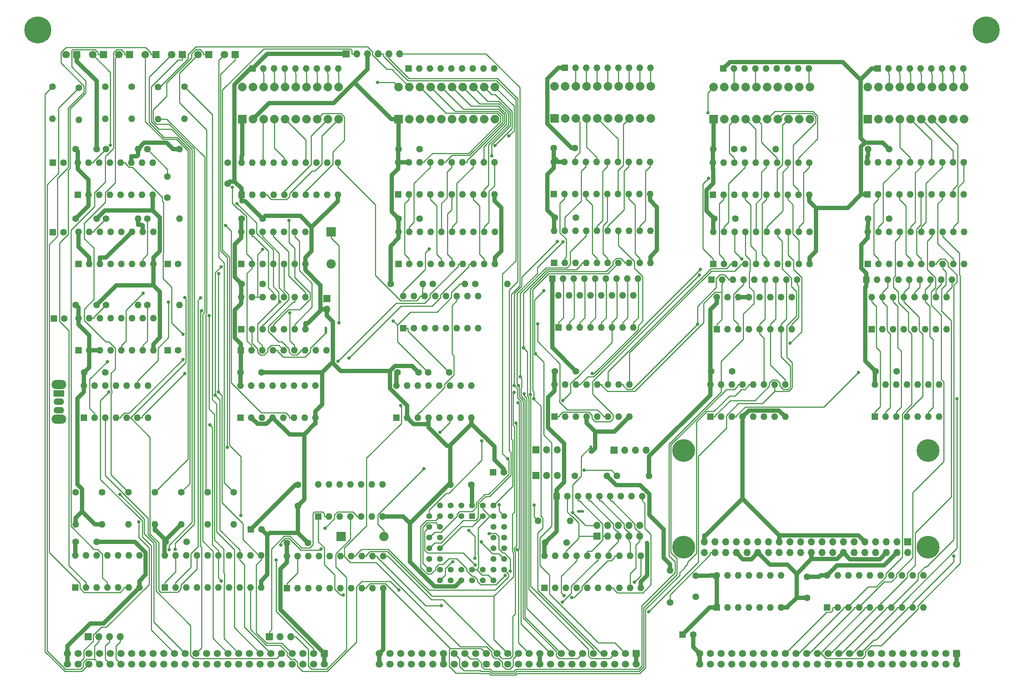
<source format=gbr>
%TF.GenerationSoftware,KiCad,Pcbnew,(6.0.11)*%
%TF.CreationDate,2024-03-10T14:23:23-04:00*%
%TF.ProjectId,input-output.SelfHost,696e7075-742d-46f7-9574-7075742e5365,rev?*%
%TF.SameCoordinates,Original*%
%TF.FileFunction,Copper,L2,Bot*%
%TF.FilePolarity,Positive*%
%FSLAX46Y46*%
G04 Gerber Fmt 4.6, Leading zero omitted, Abs format (unit mm)*
G04 Created by KiCad (PCBNEW (6.0.11)) date 2024-03-10 14:23:23*
%MOMM*%
%LPD*%
G01*
G04 APERTURE LIST*
G04 Aperture macros list*
%AMRoundRect*
0 Rectangle with rounded corners*
0 $1 Rounding radius*
0 $2 $3 $4 $5 $6 $7 $8 $9 X,Y pos of 4 corners*
0 Add a 4 corners polygon primitive as box body*
4,1,4,$2,$3,$4,$5,$6,$7,$8,$9,$2,$3,0*
0 Add four circle primitives for the rounded corners*
1,1,$1+$1,$2,$3*
1,1,$1+$1,$4,$5*
1,1,$1+$1,$6,$7*
1,1,$1+$1,$8,$9*
0 Add four rect primitives between the rounded corners*
20,1,$1+$1,$2,$3,$4,$5,0*
20,1,$1+$1,$4,$5,$6,$7,0*
20,1,$1+$1,$6,$7,$8,$9,0*
20,1,$1+$1,$8,$9,$2,$3,0*%
G04 Aperture macros list end*
%TA.AperFunction,ComponentPad*%
%ADD10C,6.400000*%
%TD*%
%TA.AperFunction,ComponentPad*%
%ADD11RoundRect,0.250000X-0.600000X0.600000X-0.600000X-0.600000X0.600000X-0.600000X0.600000X0.600000X0*%
%TD*%
%TA.AperFunction,ComponentPad*%
%ADD12C,1.700000*%
%TD*%
%TA.AperFunction,ComponentPad*%
%ADD13C,1.600000*%
%TD*%
%TA.AperFunction,ComponentPad*%
%ADD14O,1.600000X1.600000*%
%TD*%
%TA.AperFunction,ComponentPad*%
%ADD15R,1.600000X1.600000*%
%TD*%
%TA.AperFunction,ComponentPad*%
%ADD16R,1.800000X1.800000*%
%TD*%
%TA.AperFunction,ComponentPad*%
%ADD17C,1.800000*%
%TD*%
%TA.AperFunction,ComponentPad*%
%ADD18R,2.032000X2.032000*%
%TD*%
%TA.AperFunction,ComponentPad*%
%ADD19C,2.032000*%
%TD*%
%TA.AperFunction,ComponentPad*%
%ADD20R,1.700000X1.700000*%
%TD*%
%TA.AperFunction,ComponentPad*%
%ADD21O,1.700000X1.700000*%
%TD*%
%TA.AperFunction,ComponentPad*%
%ADD22C,5.400000*%
%TD*%
%TA.AperFunction,ComponentPad*%
%ADD23C,0.600000*%
%TD*%
%TA.AperFunction,ComponentPad*%
%ADD24R,2.200000X2.200000*%
%TD*%
%TA.AperFunction,ComponentPad*%
%ADD25O,2.200000X2.200000*%
%TD*%
%TA.AperFunction,ComponentPad*%
%ADD26R,1.422400X1.422400*%
%TD*%
%TA.AperFunction,ComponentPad*%
%ADD27C,1.422400*%
%TD*%
%TA.AperFunction,ComponentPad*%
%ADD28O,3.500000X2.200000*%
%TD*%
%TA.AperFunction,ComponentPad*%
%ADD29R,2.500000X1.500000*%
%TD*%
%TA.AperFunction,ComponentPad*%
%ADD30O,2.500000X1.500000*%
%TD*%
%TA.AperFunction,ViaPad*%
%ADD31C,0.800000*%
%TD*%
%TA.AperFunction,Conductor*%
%ADD32C,0.250000*%
%TD*%
%TA.AperFunction,Conductor*%
%ADD33C,1.000000*%
%TD*%
G04 APERTURE END LIST*
%TO.C,NT3*%
G36*
X108650000Y-146850000D02*
G01*
X108050000Y-146850000D01*
X108050000Y-145650000D01*
X108650000Y-145650000D01*
X108650000Y-146850000D01*
G37*
%TO.C,NT1*%
G36*
X169350000Y-189550000D02*
G01*
X168150000Y-189550000D01*
X168150000Y-188950000D01*
X169350000Y-188950000D01*
X169350000Y-189550000D01*
G37*
%TO.C,NT2*%
G36*
X171550000Y-175100000D02*
G01*
X170950000Y-175100000D01*
X170950000Y-173900000D01*
X171550000Y-173900000D01*
X171550000Y-175100000D01*
G37*
%TD*%
D10*
%TO.P,H2,1,1*%
%TO.N,GND*%
X265000000Y-75000000D03*
%TD*%
%TO.P,H1,1,1*%
%TO.N,GND*%
X40000000Y-75000000D03*
%TD*%
D11*
%TO.P,P2,1,Pin_1*%
%TO.N,VCC*%
X182000000Y-223000000D03*
D12*
%TO.P,P2,2,Pin_2*%
X182000000Y-225540000D03*
%TO.P,P2,3,Pin_3*%
%TO.N,A15*%
X179460000Y-223000000D03*
%TO.P,P2,4,Pin_4*%
%TO.N,/bus/A31*%
X179460000Y-225540000D03*
%TO.P,P2,5,Pin_5*%
%TO.N,A14*%
X176920000Y-223000000D03*
%TO.P,P2,6,Pin_6*%
%TO.N,/bus/A30*%
X176920000Y-225540000D03*
%TO.P,P2,7,Pin_7*%
%TO.N,A13*%
X174380000Y-223000000D03*
%TO.P,P2,8,Pin_8*%
%TO.N,/bus/A29*%
X174380000Y-225540000D03*
%TO.P,P2,9,Pin_9*%
%TO.N,A12*%
X171840000Y-223000000D03*
%TO.P,P2,10,Pin_10*%
%TO.N,/bus/A28*%
X171840000Y-225540000D03*
%TO.P,P2,11,Pin_11*%
%TO.N,A11*%
X169300000Y-223000000D03*
%TO.P,P2,12,Pin_12*%
%TO.N,/bus/A27*%
X169300000Y-225540000D03*
%TO.P,P2,13,Pin_13*%
%TO.N,A10*%
X166760000Y-223000000D03*
%TO.P,P2,14,Pin_14*%
%TO.N,/bus/A26*%
X166760000Y-225540000D03*
%TO.P,P2,15,Pin_15*%
%TO.N,A9*%
X164220000Y-223000000D03*
%TO.P,P2,16,Pin_16*%
%TO.N,/bus/A25*%
X164220000Y-225540000D03*
%TO.P,P2,17,Pin_17*%
%TO.N,A8*%
X161680000Y-223000000D03*
%TO.P,P2,18,Pin_18*%
%TO.N,/bus/A24*%
X161680000Y-225540000D03*
%TO.P,P2,19,Pin_19*%
%TO.N,+12V*%
X159140000Y-223000000D03*
%TO.P,P2,20,Pin_20*%
X159140000Y-225540000D03*
%TO.P,P2,21,Pin_21*%
%TO.N,A7*%
X156600000Y-223000000D03*
%TO.P,P2,22,Pin_22*%
%TO.N,/bus/A23*%
X156600000Y-225540000D03*
%TO.P,P2,23,Pin_23*%
%TO.N,A6*%
X154060000Y-223000000D03*
%TO.P,P2,24,Pin_24*%
%TO.N,/bus/A22*%
X154060000Y-225540000D03*
%TO.P,P2,25,Pin_25*%
%TO.N,A5*%
X151520000Y-223000000D03*
%TO.P,P2,26,Pin_26*%
%TO.N,/bus/A21*%
X151520000Y-225540000D03*
%TO.P,P2,27,Pin_27*%
%TO.N,A4*%
X148980000Y-223000000D03*
%TO.P,P2,28,Pin_28*%
%TO.N,/bus/A20*%
X148980000Y-225540000D03*
%TO.P,P2,29,Pin_29*%
%TO.N,A3*%
X146440000Y-223000000D03*
%TO.P,P2,30,Pin_30*%
%TO.N,/bus/A19*%
X146440000Y-225540000D03*
%TO.P,P2,31,Pin_31*%
%TO.N,A2*%
X143900000Y-223000000D03*
%TO.P,P2,32,Pin_32*%
%TO.N,/bus/A18*%
X143900000Y-225540000D03*
%TO.P,P2,33,Pin_33*%
%TO.N,A1*%
X141360000Y-223000000D03*
%TO.P,P2,34,Pin_34*%
%TO.N,/bus/A17*%
X141360000Y-225540000D03*
%TO.P,P2,35,Pin_35*%
%TO.N,A0*%
X138820000Y-223000000D03*
%TO.P,P2,36,Pin_36*%
%TO.N,/bus/A16*%
X138820000Y-225540000D03*
%TO.P,P2,37,Pin_37*%
%TO.N,-12V*%
X136280000Y-223000000D03*
%TO.P,P2,38,Pin_38*%
X136280000Y-225540000D03*
%TO.P,P2,39,Pin_39*%
%TO.N,/bus/IC3*%
X133740000Y-223000000D03*
%TO.P,P2,40,Pin_40*%
%TO.N,/bus/~{TEND1}*%
X133740000Y-225540000D03*
%TO.P,P2,41,Pin_41*%
%TO.N,/bus/IC2*%
X131200000Y-223000000D03*
%TO.P,P2,42,Pin_42*%
%TO.N,/bus/~{DREQ1}*%
X131200000Y-225540000D03*
%TO.P,P2,43,Pin_43*%
%TO.N,/bus/IC1*%
X128660000Y-223000000D03*
%TO.P,P2,44,Pin_44*%
%TO.N,/bus/~{TEND0}*%
X128660000Y-225540000D03*
%TO.P,P2,45,Pin_45*%
%TO.N,/bus/IC0*%
X126120000Y-223000000D03*
%TO.P,P2,46,Pin_46*%
%TO.N,/bus/~{DREQ0}*%
X126120000Y-225540000D03*
%TO.P,P2,47,Pin_47*%
%TO.N,/bus/AUXCLK1*%
X123580000Y-223000000D03*
%TO.P,P2,48,Pin_48*%
%TO.N,/bus/AUXCLK0*%
X123580000Y-225540000D03*
%TO.P,P2,49,Pin_49*%
%TO.N,GND*%
X121040000Y-223000000D03*
%TO.P,P2,50,Pin_50*%
X121040000Y-225540000D03*
%TD*%
D11*
%TO.P,P3,1,Pin_1*%
%TO.N,VCC*%
X258000000Y-223000000D03*
D12*
%TO.P,P3,2,Pin_2*%
X258000000Y-225540000D03*
%TO.P,P3,3,Pin_3*%
%TO.N,/bus/D15*%
X255460000Y-223000000D03*
%TO.P,P3,4,Pin_4*%
%TO.N,/bus/D31*%
X255460000Y-225540000D03*
%TO.P,P3,5,Pin_5*%
%TO.N,/bus/D14*%
X252920000Y-223000000D03*
%TO.P,P3,6,Pin_6*%
%TO.N,/bus/D30*%
X252920000Y-225540000D03*
%TO.P,P3,7,Pin_7*%
%TO.N,/bus/D13*%
X250380000Y-223000000D03*
%TO.P,P3,8,Pin_8*%
%TO.N,/bus/D29*%
X250380000Y-225540000D03*
%TO.P,P3,9,Pin_9*%
%TO.N,/bus/D12*%
X247840000Y-223000000D03*
%TO.P,P3,10,Pin_10*%
%TO.N,/bus/D28*%
X247840000Y-225540000D03*
%TO.P,P3,11,Pin_11*%
%TO.N,/bus/D11*%
X245300000Y-223000000D03*
%TO.P,P3,12,Pin_12*%
%TO.N,/bus/D27*%
X245300000Y-225540000D03*
%TO.P,P3,13,Pin_13*%
%TO.N,/bus/D10*%
X242760000Y-223000000D03*
%TO.P,P3,14,Pin_14*%
%TO.N,/bus/D26*%
X242760000Y-225540000D03*
%TO.P,P3,15,Pin_15*%
%TO.N,/bus/D9*%
X240220000Y-223000000D03*
%TO.P,P3,16,Pin_16*%
%TO.N,/bus/D25*%
X240220000Y-225540000D03*
%TO.P,P3,17,Pin_17*%
%TO.N,/bus/D8*%
X237680000Y-223000000D03*
%TO.P,P3,18,Pin_18*%
%TO.N,/bus/D24*%
X237680000Y-225540000D03*
%TO.P,P3,19,Pin_19*%
%TO.N,D7*%
X235140000Y-223000000D03*
%TO.P,P3,20,Pin_20*%
%TO.N,/bus/D23*%
X235140000Y-225540000D03*
%TO.P,P3,21,Pin_21*%
%TO.N,D6*%
X232600000Y-223000000D03*
%TO.P,P3,22,Pin_22*%
%TO.N,/bus/D22*%
X232600000Y-225540000D03*
%TO.P,P3,23,Pin_23*%
%TO.N,D5*%
X230060000Y-223000000D03*
%TO.P,P3,24,Pin_24*%
%TO.N,/bus/D21*%
X230060000Y-225540000D03*
%TO.P,P3,25,Pin_25*%
%TO.N,D4*%
X227520000Y-223000000D03*
%TO.P,P3,26,Pin_26*%
%TO.N,/bus/D20*%
X227520000Y-225540000D03*
%TO.P,P3,27,Pin_27*%
%TO.N,D3*%
X224980000Y-223000000D03*
%TO.P,P3,28,Pin_28*%
%TO.N,/bus/D19*%
X224980000Y-225540000D03*
%TO.P,P3,29,Pin_29*%
%TO.N,D2*%
X222440000Y-223000000D03*
%TO.P,P3,30,Pin_30*%
%TO.N,/bus/D18*%
X222440000Y-225540000D03*
%TO.P,P3,31,Pin_31*%
%TO.N,D1*%
X219900000Y-223000000D03*
%TO.P,P3,32,Pin_32*%
%TO.N,/bus/D17*%
X219900000Y-225540000D03*
%TO.P,P3,33,Pin_33*%
%TO.N,D0*%
X217360000Y-223000000D03*
%TO.P,P3,34,Pin_34*%
%TO.N,/bus/D16*%
X217360000Y-225540000D03*
%TO.P,P3,35,Pin_35*%
%TO.N,/bus/~{BUSERR}*%
X214820000Y-223000000D03*
%TO.P,P3,36,Pin_36*%
%TO.N,/bus/UDS*%
X214820000Y-225540000D03*
%TO.P,P3,37,Pin_37*%
%TO.N,/bus/~{VPA}*%
X212280000Y-223000000D03*
%TO.P,P3,38,Pin_38*%
%TO.N,/bus/LDS*%
X212280000Y-225540000D03*
%TO.P,P3,39,Pin_39*%
%TO.N,/bus/~{VMA}*%
X209740000Y-223000000D03*
%TO.P,P3,40,Pin_40*%
%TO.N,/bus/S2*%
X209740000Y-225540000D03*
%TO.P,P3,41,Pin_41*%
%TO.N,/bus/~{BHE}*%
X207200000Y-223000000D03*
%TO.P,P3,42,Pin_42*%
%TO.N,/bus/S1*%
X207200000Y-225540000D03*
%TO.P,P3,43,Pin_43*%
%TO.N,/bus/IPL2*%
X204660000Y-223000000D03*
%TO.P,P3,44,Pin_44*%
%TO.N,/bus/S0*%
X204660000Y-225540000D03*
%TO.P,P3,45,Pin_45*%
%TO.N,/bus/IPL1*%
X202120000Y-223000000D03*
%TO.P,P3,46,Pin_46*%
%TO.N,/bus/AUXCLK3*%
X202120000Y-225540000D03*
%TO.P,P3,47,Pin_47*%
%TO.N,/bus/IPL0*%
X199580000Y-223000000D03*
%TO.P,P3,48,Pin_48*%
%TO.N,/bus/AUXCLK2*%
X199580000Y-225540000D03*
%TO.P,P3,49,Pin_49*%
%TO.N,GND*%
X197040000Y-223000000D03*
%TO.P,P3,50,Pin_50*%
X197040000Y-225540000D03*
%TD*%
D11*
%TO.P,P1,1,Pin_1*%
%TO.N,VCC*%
X108000000Y-223000000D03*
D12*
%TO.P,P1,2,Pin_2*%
X108000000Y-225540000D03*
%TO.P,P1,3,Pin_3*%
%TO.N,~{RD}*%
X105460000Y-223000000D03*
%TO.P,P1,4,Pin_4*%
%TO.N,/bus/E*%
X105460000Y-225540000D03*
%TO.P,P1,5,Pin_5*%
%TO.N,~{WR}*%
X102920000Y-223000000D03*
%TO.P,P1,6,Pin_6*%
%TO.N,/bus/ST*%
X102920000Y-225540000D03*
%TO.P,P1,7,Pin_7*%
%TO.N,~{IORQ}*%
X100380000Y-223000000D03*
%TO.P,P1,8,Pin_8*%
%TO.N,/bus/PHI*%
X100380000Y-225540000D03*
%TO.P,P1,9,Pin_9*%
%TO.N,~{MREQ}*%
X97840000Y-223000000D03*
%TO.P,P1,10,Pin_10*%
%TO.N,/bus/~{INT2}*%
X97840000Y-225540000D03*
%TO.P,P1,11,Pin_11*%
%TO.N,~{M1}*%
X95300000Y-223000000D03*
%TO.P,P1,12,Pin_12*%
%TO.N,/bus/~{INT1}*%
X95300000Y-225540000D03*
%TO.P,P1,13,Pin_13*%
%TO.N,~{BUSACK}*%
X92760000Y-223000000D03*
%TO.P,P1,14,Pin_14*%
%TO.N,/bus/CRUCLK*%
X92760000Y-225540000D03*
%TO.P,P1,15,Pin_15*%
%TO.N,/bus/CLK*%
X90220000Y-223000000D03*
%TO.P,P1,16,Pin_16*%
%TO.N,/bus/CRUOUT*%
X90220000Y-225540000D03*
%TO.P,P1,17,Pin_17*%
%TO.N,~{INT0}*%
X87680000Y-223000000D03*
%TO.P,P1,18,Pin_18*%
%TO.N,/bus/CRUIN*%
X87680000Y-225540000D03*
%TO.P,P1,19,Pin_19*%
%TO.N,~{NMI}*%
X85140000Y-223000000D03*
%TO.P,P1,20,Pin_20*%
%TO.N,~{RES_IN}*%
X85140000Y-225540000D03*
%TO.P,P1,21,Pin_21*%
%TO.N,~{RES_OUT}*%
X82600000Y-223000000D03*
%TO.P,P1,22,Pin_22*%
%TO.N,/bus/USER8*%
X82600000Y-225540000D03*
%TO.P,P1,23,Pin_23*%
%TO.N,~{BUSRQ}*%
X80060000Y-223000000D03*
%TO.P,P1,24,Pin_24*%
%TO.N,/bus/USER7*%
X80060000Y-225540000D03*
%TO.P,P1,25,Pin_25*%
%TO.N,~{WAIT}*%
X77520000Y-223000000D03*
%TO.P,P1,26,Pin_26*%
%TO.N,/bus/USER6*%
X77520000Y-225540000D03*
%TO.P,P1,27,Pin_27*%
%TO.N,~{HALT}*%
X74980000Y-223000000D03*
%TO.P,P1,28,Pin_28*%
%TO.N,/bus/USER5*%
X74980000Y-225540000D03*
%TO.P,P1,29,Pin_29*%
%TO.N,~{RFSH}*%
X72440000Y-223000000D03*
%TO.P,P1,30,Pin_30*%
%TO.N,/bus/USER4*%
X72440000Y-225540000D03*
%TO.P,P1,31,Pin_31*%
%TO.N,/bus/~{EIRQ7}*%
X69900000Y-223000000D03*
%TO.P,P1,32,Pin_32*%
%TO.N,/bus/USER3*%
X69900000Y-225540000D03*
%TO.P,P1,33,Pin_33*%
%TO.N,/bus/~{EIRQ6}*%
X67360000Y-223000000D03*
%TO.P,P1,34,Pin_34*%
%TO.N,/bus/USER2*%
X67360000Y-225540000D03*
%TO.P,P1,35,Pin_35*%
%TO.N,/bus/~{EIRQ5}*%
X64820000Y-223000000D03*
%TO.P,P1,36,Pin_36*%
%TO.N,/bus/USER1*%
X64820000Y-225540000D03*
%TO.P,P1,37,Pin_37*%
%TO.N,/bus/~{EIRQ4}*%
X62280000Y-223000000D03*
%TO.P,P1,38,Pin_38*%
%TO.N,/bus/USER0*%
X62280000Y-225540000D03*
%TO.P,P1,39,Pin_39*%
%TO.N,/bus/~{EIRQ3}*%
X59740000Y-223000000D03*
%TO.P,P1,40,Pin_40*%
%TO.N,~{BAI}*%
X59740000Y-225540000D03*
%TO.P,P1,41,Pin_41*%
%TO.N,/bus/~{EIRQ2}*%
X57200000Y-223000000D03*
%TO.P,P1,42,Pin_42*%
%TO.N,~{BAO}*%
X57200000Y-225540000D03*
%TO.P,P1,43,Pin_43*%
%TO.N,/bus/~{EIRQ1}*%
X54660000Y-223000000D03*
%TO.P,P1,44,Pin_44*%
%TO.N,~{IEI}*%
X54660000Y-225540000D03*
%TO.P,P1,45,Pin_45*%
%TO.N,/bus/~{EIRQ0}*%
X52120000Y-223000000D03*
%TO.P,P1,46,Pin_46*%
%TO.N,~{IEO}*%
X52120000Y-225540000D03*
%TO.P,P1,47,Pin_47*%
%TO.N,I2C_SCL*%
X49580000Y-223000000D03*
%TO.P,P1,48,Pin_48*%
%TO.N,I2C_SDA*%
X49580000Y-225540000D03*
%TO.P,P1,49,Pin_49*%
%TO.N,GND*%
X47040000Y-223000000D03*
%TO.P,P1,50,Pin_50*%
X47040000Y-225540000D03*
%TD*%
D13*
%TO.P,R7,1*%
%TO.N,Net-(D4-Pad2)*%
X61500000Y-184690000D03*
D14*
%TO.P,R7,2*%
%TO.N,VCC*%
X61500000Y-192310000D03*
%TD*%
D13*
%TO.P,R18,1*%
%TO.N,VCC*%
X123690000Y-135250000D03*
D14*
%TO.P,R18,2*%
%TO.N,/BusMonitor/IN_=*%
X131310000Y-135250000D03*
%TD*%
D15*
%TO.P,SW3,1*%
%TO.N,Net-(C2-Pad2)*%
X126700000Y-145767500D03*
D14*
%TO.P,SW3,2*%
%TO.N,unconnected-(SW3-Pad2)*%
X129240000Y-145767500D03*
%TO.P,SW3,3*%
%TO.N,Net-(SW3-Pad3)*%
X131780000Y-145767500D03*
%TO.P,SW3,4*%
%TO.N,Net-(SW3-Pad4)*%
X134320000Y-145767500D03*
%TO.P,SW3,5*%
%TO.N,Net-(SW3-Pad5)*%
X136860000Y-145767500D03*
%TO.P,SW3,6*%
%TO.N,Net-(SW3-Pad6)*%
X139400000Y-145767500D03*
%TO.P,SW3,7*%
%TO.N,Net-(SW3-Pad7)*%
X141940000Y-145767500D03*
%TO.P,SW3,8*%
%TO.N,Net-(SW3-Pad8)*%
X144480000Y-145767500D03*
%TO.P,SW3,9*%
%TO.N,/BusMonitor/IN_=*%
X144480000Y-138147500D03*
%TO.P,SW3,10*%
X141940000Y-138147500D03*
%TO.P,SW3,11*%
X139400000Y-138147500D03*
%TO.P,SW3,12*%
X136860000Y-138147500D03*
%TO.P,SW3,13*%
X134320000Y-138147500D03*
%TO.P,SW3,14*%
X131780000Y-138147500D03*
%TO.P,SW3,15*%
%TO.N,unconnected-(SW3-Pad15)*%
X129240000Y-138147500D03*
%TO.P,SW3,16*%
%TO.N,/BusMonitor/LED_LATCH*%
X126700000Y-138147500D03*
%TD*%
D13*
%TO.P,C29,1*%
%TO.N,VCC*%
X125600000Y-119750000D03*
%TO.P,C29,2*%
%TO.N,GND*%
X130600000Y-119750000D03*
%TD*%
D16*
%TO.P,D6,1,K*%
%TO.N,Net-(D6-Pad1)*%
X74290000Y-80850000D03*
D17*
%TO.P,D6,2,A*%
%TO.N,Net-(D6-Pad2)*%
X71750000Y-80850000D03*
%TD*%
D18*
%TO.P,BAR4,1,A*%
%TO.N,VCC*%
X125600000Y-96155000D03*
D19*
%TO.P,BAR4,2,A*%
X128140000Y-96155000D03*
%TO.P,BAR4,3,A*%
%TO.N,Net-(BAR4-Pad3)*%
X130680000Y-96155000D03*
%TO.P,BAR4,4,A*%
%TO.N,Net-(BAR4-Pad4)*%
X133220000Y-96155000D03*
%TO.P,BAR4,5,A*%
%TO.N,Net-(BAR4-Pad5)*%
X135760000Y-96155000D03*
%TO.P,BAR4,6,A*%
%TO.N,Net-(BAR4-Pad6)*%
X138300000Y-96155000D03*
%TO.P,BAR4,7,A*%
%TO.N,Net-(BAR4-Pad7)*%
X140840000Y-96155000D03*
%TO.P,BAR4,8,A*%
%TO.N,Net-(BAR4-Pad8)*%
X143380000Y-96155000D03*
%TO.P,BAR4,9,A*%
%TO.N,Net-(BAR4-Pad9)*%
X145920000Y-96155000D03*
%TO.P,BAR4,10,A*%
%TO.N,Net-(BAR4-Pad10)*%
X148460000Y-96155000D03*
%TO.P,BAR4,11,K*%
%TO.N,Net-(BAR4-Pad11)*%
X148460000Y-88535000D03*
%TO.P,BAR4,12,K*%
%TO.N,Net-(BAR4-Pad12)*%
X145920000Y-88535000D03*
%TO.P,BAR4,13,K*%
%TO.N,Net-(BAR4-Pad13)*%
X143380000Y-88535000D03*
%TO.P,BAR4,14,K*%
%TO.N,Net-(BAR4-Pad14)*%
X140840000Y-88535000D03*
%TO.P,BAR4,15,K*%
%TO.N,Net-(BAR4-Pad15)*%
X138300000Y-88535000D03*
%TO.P,BAR4,16,K*%
%TO.N,Net-(BAR4-Pad16)*%
X135760000Y-88535000D03*
%TO.P,BAR4,17,K*%
%TO.N,Net-(BAR4-Pad17)*%
X133220000Y-88535000D03*
%TO.P,BAR4,18,K*%
%TO.N,Net-(BAR4-Pad18)*%
X130680000Y-88535000D03*
%TO.P,BAR4,19,K*%
%TO.N,Net-(BAR4-Pad19)*%
X128140000Y-88535000D03*
%TO.P,BAR4,20,K*%
%TO.N,Net-(BAR4-Pad20)*%
X125600000Y-88535000D03*
%TD*%
D20*
%TO.P,J1,1,Pin_1*%
%TO.N,VDD*%
X246400000Y-196500000D03*
D21*
%TO.P,J1,2,Pin_2*%
%TO.N,VCC*%
X246400000Y-199040000D03*
%TO.P,J1,3,Pin_3*%
%TO.N,Net-(J1-Pad3)*%
X243860000Y-196500000D03*
%TO.P,J1,4,Pin_4*%
%TO.N,VCC*%
X243860000Y-199040000D03*
%TO.P,J1,5,Pin_5*%
%TO.N,Net-(J1-Pad5)*%
X241320000Y-196500000D03*
%TO.P,J1,6,Pin_6*%
%TO.N,GND*%
X241320000Y-199040000D03*
%TO.P,J1,7,Pin_7*%
%TO.N,unconnected-(J1-Pad7)*%
X238780000Y-196500000D03*
%TO.P,J1,8,Pin_8*%
%TO.N,UART0_TX*%
X238780000Y-199040000D03*
%TO.P,J1,9,Pin_9*%
%TO.N,GND*%
X236240000Y-196500000D03*
%TO.P,J1,10,Pin_10*%
%TO.N,UART0_RX*%
X236240000Y-199040000D03*
%TO.P,J1,11,Pin_11*%
%TO.N,unconnected-(J1-Pad11)*%
X233700000Y-196500000D03*
%TO.P,J1,12,Pin_12*%
%TO.N,unconnected-(J1-Pad12)*%
X233700000Y-199040000D03*
%TO.P,J1,13,Pin_13*%
%TO.N,unconnected-(J1-Pad13)*%
X231160000Y-196500000D03*
%TO.P,J1,14,Pin_14*%
%TO.N,GND*%
X231160000Y-199040000D03*
%TO.P,J1,15,Pin_15*%
%TO.N,UART2_TX*%
X228620000Y-196500000D03*
%TO.P,J1,16,Pin_16*%
%TO.N,unconnected-(J1-Pad16)*%
X228620000Y-199040000D03*
%TO.P,J1,17,Pin_17*%
%TO.N,unconnected-(J1-Pad17)*%
X226080000Y-196500000D03*
%TO.P,J1,18,Pin_18*%
%TO.N,unconnected-(J1-Pad18)*%
X226080000Y-199040000D03*
%TO.P,J1,19,Pin_19*%
%TO.N,unconnected-(J1-Pad19)*%
X223540000Y-196500000D03*
%TO.P,J1,20,Pin_20*%
%TO.N,GND*%
X223540000Y-199040000D03*
%TO.P,J1,21,Pin_21*%
%TO.N,unconnected-(J1-Pad21)*%
X221000000Y-196500000D03*
%TO.P,J1,22,Pin_22*%
%TO.N,UART2_RX*%
X221000000Y-199040000D03*
%TO.P,J1,23,Pin_23*%
%TO.N,unconnected-(J1-Pad23)*%
X218460000Y-196500000D03*
%TO.P,J1,24,Pin_24*%
%TO.N,unconnected-(J1-Pad24)*%
X218460000Y-199040000D03*
%TO.P,J1,25,Pin_25*%
%TO.N,GND*%
X215920000Y-196500000D03*
%TO.P,J1,26,Pin_26*%
%TO.N,unconnected-(J1-Pad26)*%
X215920000Y-199040000D03*
%TO.P,J1,27,Pin_27*%
%TO.N,unconnected-(J1-Pad27)*%
X213380000Y-196500000D03*
%TO.P,J1,28,Pin_28*%
%TO.N,unconnected-(J1-Pad28)*%
X213380000Y-199040000D03*
%TO.P,J1,29,Pin_29*%
%TO.N,unconnected-(J1-Pad29)*%
X210840000Y-196500000D03*
%TO.P,J1,30,Pin_30*%
%TO.N,GND*%
X210840000Y-199040000D03*
%TO.P,J1,31,Pin_31*%
%TO.N,unconnected-(J1-Pad31)*%
X208300000Y-196500000D03*
%TO.P,J1,32,Pin_32*%
%TO.N,unconnected-(J1-Pad32)*%
X208300000Y-199040000D03*
%TO.P,J1,33,Pin_33*%
%TO.N,unconnected-(J1-Pad33)*%
X205760000Y-196500000D03*
%TO.P,J1,34,Pin_34*%
%TO.N,GND*%
X205760000Y-199040000D03*
%TO.P,J1,35,Pin_35*%
%TO.N,unconnected-(J1-Pad35)*%
X203220000Y-196500000D03*
%TO.P,J1,36,Pin_36*%
%TO.N,unconnected-(J1-Pad36)*%
X203220000Y-199040000D03*
%TO.P,J1,37,Pin_37*%
%TO.N,unconnected-(J1-Pad37)*%
X200680000Y-196500000D03*
%TO.P,J1,38,Pin_38*%
%TO.N,PI4*%
X200680000Y-199040000D03*
%TO.P,J1,39,Pin_39*%
%TO.N,GND*%
X198140000Y-196500000D03*
%TO.P,J1,40,Pin_40*%
%TO.N,PI3*%
X198140000Y-199040000D03*
D22*
%TO.P,J1,41,MH*%
%TO.N,unconnected-(J1-Pad41)*%
X251250000Y-197800000D03*
%TO.P,J1,42,MH*%
%TO.N,unconnected-(J1-Pad42)*%
X193250000Y-197800000D03*
%TO.P,J1,43,MH*%
%TO.N,unconnected-(J1-Pad43)*%
X251250000Y-174800000D03*
%TO.P,J1,44,MH*%
%TO.N,unconnected-(J1-Pad44)*%
X193250000Y-174800000D03*
%TD*%
D15*
%TO.P,C15,1*%
%TO.N,Net-(C15-Pad1)*%
X43794900Y-143500000D03*
D13*
%TO.P,C15,2*%
%TO.N,Net-(C15-Pad2)*%
X46294900Y-143500000D03*
%TD*%
%TO.P,C36,1*%
%TO.N,VCC*%
X49000000Y-140250000D03*
%TO.P,C36,2*%
%TO.N,GND*%
X54000000Y-140250000D03*
%TD*%
%TO.P,R2,1*%
%TO.N,TX-3.3*%
X167440000Y-180790000D03*
D14*
%TO.P,R2,2*%
%TO.N,VDD*%
X175060000Y-180790000D03*
%TD*%
D15*
%TO.P,U7,1,~{Mr}*%
%TO.N,/BusMonitor/MAS_RESET*%
X125600000Y-130500000D03*
D14*
%TO.P,U7,2,Q0*%
%TO.N,Net-(U11-Pad2)*%
X128140000Y-130500000D03*
%TO.P,U7,3,D0*%
%TO.N,~{WAIT}*%
X130680000Y-130500000D03*
%TO.P,U7,4,D1*%
%TO.N,~{INT0}*%
X133220000Y-130500000D03*
%TO.P,U7,5,Q1*%
%TO.N,Net-(U11-Pad4)*%
X135760000Y-130500000D03*
%TO.P,U7,6,Q2*%
%TO.N,Net-(U11-Pad6)*%
X138300000Y-130500000D03*
%TO.P,U7,7,D2*%
%TO.N,~{WR}*%
X140840000Y-130500000D03*
%TO.P,U7,8,D3*%
%TO.N,~{MREQ}*%
X143380000Y-130500000D03*
%TO.P,U7,9,Q3*%
%TO.N,Net-(U11-Pad8)*%
X145920000Y-130500000D03*
%TO.P,U7,10,GND*%
%TO.N,GND*%
X148460000Y-130500000D03*
%TO.P,U7,11,Cp*%
%TO.N,/BusMonitor/LED_LATCH*%
X148460000Y-122880000D03*
%TO.P,U7,12,Q4*%
%TO.N,Net-(U11-Pad11)*%
X145920000Y-122880000D03*
%TO.P,U7,13,D4*%
%TO.N,~{RD}*%
X143380000Y-122880000D03*
%TO.P,U7,14,D5*%
%TO.N,~{RFSH}*%
X140840000Y-122880000D03*
%TO.P,U7,15,Q5*%
%TO.N,Net-(U11-Pad13)*%
X138300000Y-122880000D03*
%TO.P,U7,16,Q6*%
%TO.N,Net-(U11-Pad15)*%
X135760000Y-122880000D03*
%TO.P,U7,17,D6*%
%TO.N,~{IORQ}*%
X133220000Y-122880000D03*
%TO.P,U7,18,D7*%
%TO.N,~{M1}*%
X130680000Y-122880000D03*
%TO.P,U7,19,Q7*%
%TO.N,Net-(U11-Pad17)*%
X128140000Y-122880000D03*
%TO.P,U7,20,VCC*%
%TO.N,VCC*%
X125600000Y-122880000D03*
%TD*%
D15*
%TO.P,C22,1*%
%TO.N,VCC*%
X148044900Y-180000000D03*
D13*
%TO.P,C22,2*%
%TO.N,GND*%
X150544900Y-180000000D03*
%TD*%
%TO.P,C10,1*%
%TO.N,VCC*%
X142900000Y-182940000D03*
%TO.P,C10,2*%
%TO.N,GND*%
X137900000Y-182940000D03*
%TD*%
D15*
%TO.P,C34,1*%
%TO.N,Net-(C34-Pad1)*%
X70794900Y-130500000D03*
D13*
%TO.P,C34,2*%
%TO.N,Net-(C34-Pad2)*%
X73294900Y-130500000D03*
%TD*%
D20*
%TO.P,J2,1,Pin_1*%
%TO.N,I2C_SDA*%
X176700000Y-174720000D03*
D21*
%TO.P,J2,2,Pin_2*%
%TO.N,Net-(J1-Pad3)*%
X179240000Y-174720000D03*
%TO.P,J2,3,Pin_3*%
%TO.N,Net-(J1-Pad5)*%
X181780000Y-174720000D03*
%TO.P,J2,4,Pin_4*%
%TO.N,I2C_SCL*%
X184320000Y-174720000D03*
%TD*%
D15*
%TO.P,U24,1*%
%TO.N,~{RESET}*%
X88225000Y-130500000D03*
D14*
%TO.P,U24,2*%
%TO.N,/BusMonitor/MAS_RESET*%
X90765000Y-130500000D03*
%TO.P,U24,3*%
%TO.N,Net-(U23-Pad8)*%
X93305000Y-130500000D03*
%TO.P,U24,4*%
%TO.N,/BusMonitor/LED_LATCH*%
X95845000Y-130500000D03*
%TO.P,U24,5*%
%TO.N,Net-(U22-Pad3)*%
X98385000Y-130500000D03*
%TO.P,U24,6*%
%TO.N,/BusMonitor/WAIT_ACTIVE*%
X100925000Y-130500000D03*
%TO.P,U24,7,GND*%
%TO.N,GND*%
X103465000Y-130500000D03*
%TO.P,U24,8*%
%TO.N,/BusMonitor/FF_2_OUT*%
X103465000Y-122880000D03*
%TO.P,U24,9*%
%TO.N,Net-(U22-Pad6)*%
X100925000Y-122880000D03*
%TO.P,U24,10*%
%TO.N,/BusMonitor/FF_3_OUT*%
X98385000Y-122880000D03*
%TO.P,U24,11*%
%TO.N,Net-(U22-Pad8)*%
X95845000Y-122880000D03*
%TO.P,U24,12*%
%TO.N,/BusMonitor/FF_4_OUT*%
X93305000Y-122880000D03*
%TO.P,U24,13*%
%TO.N,Net-(U22-Pad11)*%
X90765000Y-122880000D03*
%TO.P,U24,14,VCC*%
%TO.N,VCC*%
X88225000Y-122880000D03*
%TD*%
D16*
%TO.P,D1,1,K*%
%TO.N,GND*%
X49250000Y-80850000D03*
D17*
%TO.P,D1,2,A*%
%TO.N,Net-(D1-Pad2)*%
X46710000Y-80850000D03*
%TD*%
D13*
%TO.P,R28,1*%
%TO.N,PI3*%
X158690000Y-191500000D03*
D14*
%TO.P,R28,2*%
%TO.N,VDD*%
X166310000Y-191500000D03*
%TD*%
D13*
%TO.P,C14,1*%
%TO.N,VCC*%
X160425000Y-196650000D03*
%TO.P,C14,2*%
%TO.N,GND*%
X165425000Y-196650000D03*
%TD*%
%TO.P,C7,1*%
%TO.N,VCC*%
X162450000Y-103000000D03*
%TO.P,C7,2*%
%TO.N,GND*%
X167450000Y-103000000D03*
%TD*%
%TO.P,R25,1*%
%TO.N,Net-(C33-Pad1)*%
X66000000Y-140250000D03*
D14*
%TO.P,R25,2*%
%TO.N,VCC*%
X73620000Y-140250000D03*
%TD*%
D15*
%TO.P,C20,1*%
%TO.N,VCC*%
X193000000Y-218500000D03*
D13*
%TO.P,C20,2*%
%TO.N,GND*%
X195500000Y-218500000D03*
%TD*%
D15*
%TO.P,RR8,1,common*%
%TO.N,GND*%
X199825000Y-134250000D03*
D14*
%TO.P,RR8,2,R1*%
%TO.N,/BusMonitor/H_A7*%
X202365000Y-134250000D03*
%TO.P,RR8,3,R2*%
%TO.N,/BusMonitor/H_A6*%
X204905000Y-134250000D03*
%TO.P,RR8,4,R3*%
%TO.N,/BusMonitor/H_A5*%
X207445000Y-134250000D03*
%TO.P,RR8,5,R4*%
%TO.N,/BusMonitor/H_A4*%
X209985000Y-134250000D03*
%TO.P,RR8,6,R5*%
%TO.N,/BusMonitor/H_A3*%
X212525000Y-134250000D03*
%TO.P,RR8,7,R6*%
%TO.N,/BusMonitor/H_A2*%
X215065000Y-134250000D03*
%TO.P,RR8,8,R7*%
%TO.N,/BusMonitor/H_A1*%
X217605000Y-134250000D03*
%TO.P,RR8,9,R8*%
%TO.N,/BusMonitor/H_A0*%
X220145000Y-134250000D03*
%TD*%
D15*
%TO.P,U20,1,B3*%
%TO.N,A13*%
X88100000Y-167000000D03*
D14*
%TO.P,U20,2,Ia<b*%
%TO.N,GND*%
X90640000Y-167000000D03*
%TO.P,U20,3,Ia=b*%
%TO.N,/BusMonitor/IN_=*%
X93180000Y-167000000D03*
%TO.P,U20,4,Ia>b*%
%TO.N,GND*%
X95720000Y-167000000D03*
%TO.P,U20,5,Oa>b*%
%TO.N,unconnected-(U20-Pad5)*%
X98260000Y-167000000D03*
%TO.P,U20,6,Oa=b*%
%TO.N,/BusMonitor/H4_OUT_=*%
X100800000Y-167000000D03*
%TO.P,U20,7,Oa<b*%
%TO.N,unconnected-(U20-Pad7)*%
X103340000Y-167000000D03*
%TO.P,U20,8,GND*%
%TO.N,GND*%
X105880000Y-167000000D03*
%TO.P,U20,9,B0*%
%TO.N,A15*%
X105880000Y-159380000D03*
%TO.P,U20,10,A0*%
%TO.N,/BusMonitor/H_A15*%
X103340000Y-159380000D03*
%TO.P,U20,11,B1*%
%TO.N,/BusMonitor/H_A14*%
X100800000Y-159380000D03*
%TO.P,U20,12,A1*%
%TO.N,A14*%
X98260000Y-159380000D03*
%TO.P,U20,13,A2*%
%TO.N,/BusMonitor/H_A12*%
X95720000Y-159380000D03*
%TO.P,U20,14,B2*%
%TO.N,A12*%
X93180000Y-159380000D03*
%TO.P,U20,15,A3*%
%TO.N,/BusMonitor/H_A13*%
X90640000Y-159380000D03*
%TO.P,U20,16,VCC*%
%TO.N,VCC*%
X88100000Y-159380000D03*
%TD*%
D15*
%TO.P,U23,1*%
%TO.N,/BusMonitor/S2_1*%
X238625000Y-166800000D03*
D14*
%TO.P,U23,2*%
%TO.N,/BusMonitor/S2_2*%
X241165000Y-166800000D03*
%TO.P,U23,3*%
%TO.N,/BusMonitor/S2_3*%
X243705000Y-166800000D03*
%TO.P,U23,4*%
%TO.N,/BusMonitor/S2_4*%
X246245000Y-166800000D03*
%TO.P,U23,5*%
%TO.N,/BusMonitor/S2_5*%
X248785000Y-166800000D03*
%TO.P,U23,6*%
%TO.N,/BusMonitor/S2_6*%
X251325000Y-166800000D03*
%TO.P,U23,7,GND*%
%TO.N,GND*%
X253865000Y-166800000D03*
%TO.P,U23,8*%
%TO.N,Net-(U23-Pad8)*%
X253865000Y-159180000D03*
%TO.P,U23,9*%
%TO.N,N/C*%
X251325000Y-159180000D03*
%TO.P,U23,10*%
X248785000Y-159180000D03*
%TO.P,U23,11*%
%TO.N,/BusMonitor/S2_7*%
X246245000Y-159180000D03*
%TO.P,U23,12*%
%TO.N,/BusMonitor/S2_8*%
X243705000Y-159180000D03*
%TO.P,U23,13*%
%TO.N,N/C*%
X241165000Y-159180000D03*
%TO.P,U23,14,VCC*%
%TO.N,VCC*%
X238625000Y-159180000D03*
%TD*%
D23*
%TO.P,NT3,1,1*%
%TO.N,/BusMonitor/WAIT_ACTIVE*%
X108350000Y-145650000D03*
%TO.P,NT3,2,2*%
%TO.N,/BusMonitor/FF_1_OUT*%
X108350000Y-146850000D03*
%TD*%
D15*
%TO.P,U28,1*%
%TO.N,PI4*%
X106575000Y-190500000D03*
D14*
%TO.P,U28,2*%
%TO.N,~{RES_IN}*%
X109115000Y-190500000D03*
%TO.P,U28,3*%
%TO.N,PI3*%
X111655000Y-190500000D03*
%TO.P,U28,4*%
%TO.N,~{RES_OUT}*%
X114195000Y-190500000D03*
%TO.P,U28,5*%
%TO.N,~{bRESET}*%
X116735000Y-190500000D03*
%TO.P,U28,6*%
%TO.N,RESET*%
X119275000Y-190500000D03*
%TO.P,U28,7,GND*%
%TO.N,GND*%
X121815000Y-190500000D03*
%TO.P,U28,8*%
%TO.N,unconnected-(U28-Pad8)*%
X121815000Y-182880000D03*
%TO.P,U28,9*%
%TO.N,unconnected-(U28-Pad9)*%
X119275000Y-182880000D03*
%TO.P,U28,10*%
%TO.N,unconnected-(U28-Pad10)*%
X116735000Y-182880000D03*
%TO.P,U28,11*%
%TO.N,unconnected-(U28-Pad11)*%
X114195000Y-182880000D03*
%TO.P,U28,12*%
%TO.N,unconnected-(U28-Pad12)*%
X111655000Y-182880000D03*
%TO.P,U28,13*%
%TO.N,unconnected-(U28-Pad13)*%
X109115000Y-182880000D03*
%TO.P,U28,14,VCC*%
%TO.N,VCC*%
X106575000Y-182880000D03*
%TD*%
D15*
%TO.P,U21,1,G*%
%TO.N,~{bIORQ}*%
X160250000Y-207450000D03*
D14*
%TO.P,U21,2,P0*%
%TO.N,~{bM1}*%
X162790000Y-207450000D03*
%TO.P,U21,3,R0*%
%TO.N,Net-(RN1-Pad9)*%
X165330000Y-207450000D03*
%TO.P,U21,4,P1*%
X167870000Y-207450000D03*
%TO.P,U21,5,R1*%
X170410000Y-207450000D03*
%TO.P,U21,6,P2*%
X172950000Y-207450000D03*
%TO.P,U21,7,R2*%
X175490000Y-207450000D03*
%TO.P,U21,8,P3*%
%TO.N,bA3*%
X178030000Y-207450000D03*
%TO.P,U21,9,R3*%
%TO.N,Net-(RN1-Pad6)*%
X180570000Y-207450000D03*
%TO.P,U21,10,GND*%
%TO.N,GND*%
X183110000Y-207450000D03*
%TO.P,U21,11,P4*%
%TO.N,bA4*%
X183110000Y-199830000D03*
%TO.P,U21,12,R4*%
%TO.N,Net-(RN1-Pad5)*%
X180570000Y-199830000D03*
%TO.P,U21,13,P5*%
%TO.N,bA5*%
X178030000Y-199830000D03*
%TO.P,U21,14,R5*%
%TO.N,Net-(RN1-Pad4)*%
X175490000Y-199830000D03*
%TO.P,U21,15,P6*%
%TO.N,bA6*%
X172950000Y-199830000D03*
%TO.P,U21,16,R6*%
%TO.N,Net-(RN1-Pad3)*%
X170410000Y-199830000D03*
%TO.P,U21,17,P7*%
%TO.N,bA7*%
X167870000Y-199830000D03*
%TO.P,U21,18,R7*%
%TO.N,Net-(RN1-Pad2)*%
X165330000Y-199830000D03*
%TO.P,U21,19,P=R*%
%TO.N,~{CS-UART}*%
X162790000Y-199830000D03*
%TO.P,U21,20,VCC*%
%TO.N,VCC*%
X160250000Y-199830000D03*
%TD*%
D15*
%TO.P,U4,1,~{Mr}*%
%TO.N,/BusMonitor/MAS_RESET*%
X236927500Y-130500000D03*
D14*
%TO.P,U4,2,Q0*%
%TO.N,Net-(U4-Pad2)*%
X239467500Y-130500000D03*
%TO.P,U4,3,D0*%
%TO.N,D7*%
X242007500Y-130500000D03*
%TO.P,U4,4,D1*%
%TO.N,D6*%
X244547500Y-130500000D03*
%TO.P,U4,5,Q1*%
%TO.N,Net-(U4-Pad5)*%
X247087500Y-130500000D03*
%TO.P,U4,6,Q2*%
%TO.N,Net-(U4-Pad6)*%
X249627500Y-130500000D03*
%TO.P,U4,7,D2*%
%TO.N,D5*%
X252167500Y-130500000D03*
%TO.P,U4,8,D3*%
%TO.N,D4*%
X254707500Y-130500000D03*
%TO.P,U4,9,Q3*%
%TO.N,Net-(U4-Pad9)*%
X257247500Y-130500000D03*
%TO.P,U4,10,GND*%
%TO.N,GND*%
X259787500Y-130500000D03*
%TO.P,U4,11,Cp*%
%TO.N,/BusMonitor/LED_LATCH*%
X259787500Y-122880000D03*
%TO.P,U4,12,Q4*%
%TO.N,Net-(U4-Pad12)*%
X257247500Y-122880000D03*
%TO.P,U4,13,D4*%
%TO.N,D3*%
X254707500Y-122880000D03*
%TO.P,U4,14,D5*%
%TO.N,D2*%
X252167500Y-122880000D03*
%TO.P,U4,15,Q5*%
%TO.N,Net-(U4-Pad15)*%
X249627500Y-122880000D03*
%TO.P,U4,16,Q6*%
%TO.N,Net-(U4-Pad16)*%
X247087500Y-122880000D03*
%TO.P,U4,17,D6*%
%TO.N,D1*%
X244547500Y-122880000D03*
%TO.P,U4,18,D7*%
%TO.N,D0*%
X242007500Y-122880000D03*
%TO.P,U4,19,Q7*%
%TO.N,Net-(U4-Pad19)*%
X239467500Y-122880000D03*
%TO.P,U4,20,VCC*%
%TO.N,VCC*%
X236927500Y-122880000D03*
%TD*%
D13*
%TO.P,C3,1*%
%TO.N,VCC*%
X238750000Y-156000000D03*
%TO.P,C3,2*%
%TO.N,GND*%
X243750000Y-156000000D03*
%TD*%
%TO.P,R24,1*%
%TO.N,Net-(C32-Pad2)*%
X65940000Y-103250000D03*
D14*
%TO.P,R24,2*%
%TO.N,VCC*%
X73560000Y-103250000D03*
%TD*%
D13*
%TO.P,C9,1*%
%TO.N,VCC*%
X196125000Y-204550000D03*
%TO.P,C9,2*%
%TO.N,GND*%
X196125000Y-209550000D03*
%TD*%
D15*
%TO.P,SW2,1*%
%TO.N,/BusMonitor/H4_OUT_=*%
X237850000Y-146017500D03*
D14*
%TO.P,SW2,2*%
%TO.N,/BusMonitor/H3_OUT_=*%
X240390000Y-146017500D03*
%TO.P,SW2,3*%
%TO.N,/BusMonitor/H2_OUT_=*%
X242930000Y-146017500D03*
%TO.P,SW2,4*%
%TO.N,/BusMonitor/H1_OUT_=*%
X245470000Y-146017500D03*
%TO.P,SW2,5*%
%TO.N,/BusMonitor/IN_=*%
X248010000Y-146017500D03*
%TO.P,SW2,6*%
%TO.N,unconnected-(SW2-Pad6)*%
X250550000Y-146017500D03*
%TO.P,SW2,7*%
%TO.N,unconnected-(SW2-Pad7)*%
X253090000Y-146017500D03*
%TO.P,SW2,8*%
%TO.N,unconnected-(SW2-Pad8)*%
X255630000Y-146017500D03*
%TO.P,SW2,9*%
%TO.N,/BusMonitor/S2_8*%
X255630000Y-138397500D03*
%TO.P,SW2,10*%
%TO.N,/BusMonitor/S2_7*%
X253090000Y-138397500D03*
%TO.P,SW2,11*%
%TO.N,/BusMonitor/S2_6*%
X250550000Y-138397500D03*
%TO.P,SW2,12*%
%TO.N,/BusMonitor/S2_5*%
X248010000Y-138397500D03*
%TO.P,SW2,13*%
%TO.N,/BusMonitor/S2_4*%
X245470000Y-138397500D03*
%TO.P,SW2,14*%
%TO.N,/BusMonitor/S2_3*%
X242930000Y-138397500D03*
%TO.P,SW2,15*%
%TO.N,/BusMonitor/S2_2*%
X240390000Y-138397500D03*
%TO.P,SW2,16*%
%TO.N,/BusMonitor/S2_1*%
X237850000Y-138397500D03*
%TD*%
D13*
%TO.P,C37,1*%
%TO.N,VCC*%
X88350000Y-119750000D03*
%TO.P,C37,2*%
%TO.N,GND*%
X93350000Y-119750000D03*
%TD*%
D20*
%TO.P,J9,1,Pin_1*%
%TO.N,~{RES_IN}*%
X94975000Y-219000000D03*
D21*
%TO.P,J9,2,Pin_2*%
%TO.N,~{RESET}*%
X97515000Y-219000000D03*
%TO.P,J9,3,Pin_3*%
%TO.N,~{RES_OUT}*%
X100055000Y-219000000D03*
%TD*%
D13*
%TO.P,R1,1*%
%TO.N,Net-(D1-Pad2)*%
X49000000Y-184690000D03*
D14*
%TO.P,R1,2*%
%TO.N,VCC*%
X49000000Y-192310000D03*
%TD*%
D15*
%TO.P,U18,1,B3*%
%TO.N,A4*%
X162600000Y-166800000D03*
D14*
%TO.P,U18,2,Ia<b*%
%TO.N,GND*%
X165140000Y-166800000D03*
%TO.P,U18,3,Ia=b*%
%TO.N,/BusMonitor/IN_=*%
X167680000Y-166800000D03*
%TO.P,U18,4,Ia>b*%
%TO.N,GND*%
X170220000Y-166800000D03*
%TO.P,U18,5,Oa>b*%
%TO.N,unconnected-(U18-Pad5)*%
X172760000Y-166800000D03*
%TO.P,U18,6,Oa=b*%
%TO.N,/BusMonitor/H2_OUT_=*%
X175300000Y-166800000D03*
%TO.P,U18,7,Oa<b*%
%TO.N,unconnected-(U18-Pad7)*%
X177840000Y-166800000D03*
%TO.P,U18,8,GND*%
%TO.N,GND*%
X180380000Y-166800000D03*
%TO.P,U18,9,B0*%
%TO.N,A6*%
X180380000Y-159180000D03*
%TO.P,U18,10,A0*%
%TO.N,/BusMonitor/H_A6*%
X177840000Y-159180000D03*
%TO.P,U18,11,B1*%
%TO.N,A7*%
X175300000Y-159180000D03*
%TO.P,U18,12,A1*%
%TO.N,/BusMonitor/H_A7*%
X172760000Y-159180000D03*
%TO.P,U18,13,A2*%
%TO.N,/BusMonitor/H_A5*%
X170220000Y-159180000D03*
%TO.P,U18,14,B2*%
%TO.N,A5*%
X167680000Y-159180000D03*
%TO.P,U18,15,A3*%
%TO.N,/BusMonitor/H_A4*%
X165140000Y-159180000D03*
%TO.P,U18,16,VCC*%
%TO.N,VCC*%
X162600000Y-159180000D03*
%TD*%
D15*
%TO.P,U12,1,OEa*%
%TO.N,GND*%
X88322500Y-114100000D03*
D14*
%TO.P,U12,2,I0a*%
%TO.N,/BusMonitor/H4_LED*%
X90862500Y-114100000D03*
%TO.P,U12,3,O3b*%
%TO.N,Net-(BAR5-Pad10)*%
X93402500Y-114100000D03*
%TO.P,U12,4,I1a*%
%TO.N,/BusMonitor/H3_LED*%
X95942500Y-114100000D03*
%TO.P,U12,5,O2b*%
%TO.N,Net-(BAR5-Pad9)*%
X98482500Y-114100000D03*
%TO.P,U12,6,I2a*%
%TO.N,/BusMonitor/H2_LED*%
X101022500Y-114100000D03*
%TO.P,U12,7,O1b*%
%TO.N,Net-(BAR5-Pad8)*%
X103562500Y-114100000D03*
%TO.P,U12,8,I3a*%
%TO.N,/BusMonitor/H1_LED*%
X106102500Y-114100000D03*
%TO.P,U12,9,O0b*%
%TO.N,Net-(BAR5-Pad7)*%
X108642500Y-114100000D03*
%TO.P,U12,10,GND*%
%TO.N,GND*%
X111182500Y-114100000D03*
%TO.P,U12,11,I0b*%
%TO.N,/BusMonitor/IN_=*%
X111182500Y-106480000D03*
%TO.P,U12,12,O3a*%
%TO.N,Net-(BAR5-Pad6)*%
X108642500Y-106480000D03*
%TO.P,U12,13,I1b*%
%TO.N,/BusMonitor/WAIT_ACTIVE*%
X106102500Y-106480000D03*
%TO.P,U12,14,O2a*%
%TO.N,Net-(BAR5-Pad5)*%
X103562500Y-106480000D03*
%TO.P,U12,15,I2b*%
%TO.N,/BusMonitor/FF_4_OUT*%
X101022500Y-106480000D03*
%TO.P,U12,16,O1a*%
%TO.N,Net-(BAR5-Pad4)*%
X98482500Y-106480000D03*
%TO.P,U12,17,I3b*%
%TO.N,/BusMonitor/DATA_OVER*%
X95942500Y-106480000D03*
%TO.P,U12,18,O0a*%
%TO.N,Net-(BAR5-Pad3)*%
X93402500Y-106480000D03*
%TO.P,U12,19,OEb*%
%TO.N,VCC*%
X90862500Y-106480000D03*
%TO.P,U12,20,VCC*%
X88322500Y-106480000D03*
%TD*%
D15*
%TO.P,U10,1,OEa*%
%TO.N,GND*%
X162422500Y-113900000D03*
D14*
%TO.P,U10,2,I0a*%
%TO.N,Net-(U10-Pad2)*%
X164962500Y-113900000D03*
%TO.P,U10,3,O3b*%
%TO.N,Net-(BAR3-Pad10)*%
X167502500Y-113900000D03*
%TO.P,U10,4,I1a*%
%TO.N,Net-(U10-Pad4)*%
X170042500Y-113900000D03*
%TO.P,U10,5,O2b*%
%TO.N,Net-(BAR3-Pad9)*%
X172582500Y-113900000D03*
%TO.P,U10,6,I2a*%
%TO.N,Net-(U10-Pad6)*%
X175122500Y-113900000D03*
%TO.P,U10,7,O1b*%
%TO.N,Net-(BAR3-Pad8)*%
X177662500Y-113900000D03*
%TO.P,U10,8,I3a*%
%TO.N,Net-(U10-Pad8)*%
X180202500Y-113900000D03*
%TO.P,U10,9,O0b*%
%TO.N,Net-(BAR3-Pad7)*%
X182742500Y-113900000D03*
%TO.P,U10,10,GND*%
%TO.N,GND*%
X185282500Y-113900000D03*
%TO.P,U10,11,I0b*%
%TO.N,Net-(U10-Pad11)*%
X185282500Y-106280000D03*
%TO.P,U10,12,O3a*%
%TO.N,Net-(BAR3-Pad6)*%
X182742500Y-106280000D03*
%TO.P,U10,13,I1b*%
%TO.N,Net-(U10-Pad13)*%
X180202500Y-106280000D03*
%TO.P,U10,14,O2a*%
%TO.N,Net-(BAR3-Pad5)*%
X177662500Y-106280000D03*
%TO.P,U10,15,I2b*%
%TO.N,Net-(U10-Pad15)*%
X175122500Y-106280000D03*
%TO.P,U10,16,O1a*%
%TO.N,Net-(BAR3-Pad4)*%
X172582500Y-106280000D03*
%TO.P,U10,17,I3b*%
%TO.N,Net-(U10-Pad17)*%
X170042500Y-106280000D03*
%TO.P,U10,18,O0a*%
%TO.N,Net-(BAR3-Pad3)*%
X167502500Y-106280000D03*
%TO.P,U10,19,OEb*%
%TO.N,VCC*%
X164962500Y-106280000D03*
%TO.P,U10,20,VCC*%
X162422500Y-106280000D03*
%TD*%
D13*
%TO.P,C19,1*%
%TO.N,VCC*%
X200500000Y-119750000D03*
%TO.P,C19,2*%
%TO.N,GND*%
X205500000Y-119750000D03*
%TD*%
%TO.P,R19,1*%
%TO.N,VCC*%
X133690000Y-135250000D03*
D14*
%TO.P,R19,2*%
%TO.N,/BusMonitor/WAIT_LOGIC*%
X141310000Y-135250000D03*
%TD*%
D13*
%TO.P,C6,1*%
%TO.N,VCC*%
X125600000Y-103250000D03*
%TO.P,C6,2*%
%TO.N,GND*%
X130600000Y-103250000D03*
%TD*%
D15*
%TO.P,U14,1,A->B*%
%TO.N,~{RD}*%
X227250000Y-212050000D03*
D14*
%TO.P,U14,2,A0*%
%TO.N,D0*%
X229790000Y-212050000D03*
%TO.P,U14,3,A1*%
%TO.N,D1*%
X232330000Y-212050000D03*
%TO.P,U14,4,A2*%
%TO.N,D2*%
X234870000Y-212050000D03*
%TO.P,U14,5,A3*%
%TO.N,D3*%
X237410000Y-212050000D03*
%TO.P,U14,6,A4*%
%TO.N,D4*%
X239950000Y-212050000D03*
%TO.P,U14,7,A5*%
%TO.N,D5*%
X242490000Y-212050000D03*
%TO.P,U14,8,A6*%
%TO.N,D6*%
X245030000Y-212050000D03*
%TO.P,U14,9,A7*%
%TO.N,D7*%
X247570000Y-212050000D03*
%TO.P,U14,10,GND*%
%TO.N,GND*%
X250110000Y-212050000D03*
%TO.P,U14,11,B7*%
%TO.N,bD7*%
X250110000Y-204430000D03*
%TO.P,U14,12,B6*%
%TO.N,bD6*%
X247570000Y-204430000D03*
%TO.P,U14,13,B5*%
%TO.N,bD5*%
X245030000Y-204430000D03*
%TO.P,U14,14,B4*%
%TO.N,bD4*%
X242490000Y-204430000D03*
%TO.P,U14,15,B3*%
%TO.N,bD3*%
X239950000Y-204430000D03*
%TO.P,U14,16,B2*%
%TO.N,bD2*%
X237410000Y-204430000D03*
%TO.P,U14,17,B1*%
%TO.N,bD1*%
X234870000Y-204430000D03*
%TO.P,U14,18,B0*%
%TO.N,bD0*%
X232330000Y-204430000D03*
%TO.P,U14,19,CE*%
%TO.N,~{CS-UART}*%
X229790000Y-204430000D03*
%TO.P,U14,20,VCC*%
%TO.N,VCC*%
X227250000Y-204430000D03*
%TD*%
D15*
%TO.P,RR9,1,common*%
%TO.N,GND*%
X162075000Y-134000000D03*
D14*
%TO.P,RR9,2,R1*%
%TO.N,/BusMonitor/H_A15*%
X164615000Y-134000000D03*
%TO.P,RR9,3,R2*%
%TO.N,/BusMonitor/H_A14*%
X167155000Y-134000000D03*
%TO.P,RR9,4,R3*%
%TO.N,/BusMonitor/H_A13*%
X169695000Y-134000000D03*
%TO.P,RR9,5,R4*%
%TO.N,/BusMonitor/H_A12*%
X172235000Y-134000000D03*
%TO.P,RR9,6,R5*%
%TO.N,/BusMonitor/H_A11*%
X174775000Y-134000000D03*
%TO.P,RR9,7,R6*%
%TO.N,/BusMonitor/H_A10*%
X177315000Y-134000000D03*
%TO.P,RR9,8,R7*%
%TO.N,/BusMonitor/H_A9*%
X179855000Y-134000000D03*
%TO.P,RR9,9,R8*%
%TO.N,/BusMonitor/H_A8*%
X182395000Y-134000000D03*
%TD*%
D20*
%TO.P,P7,1,Pin_1*%
%TO.N,~{IEO}*%
X51950000Y-219000000D03*
D21*
%TO.P,P7,2,Pin_2*%
%TO.N,~{IEI}*%
X54490000Y-219000000D03*
%TO.P,P7,3,Pin_3*%
%TO.N,~{BAO}*%
X57030000Y-219000000D03*
%TO.P,P7,4,Pin_4*%
%TO.N,~{BAI}*%
X59570000Y-219000000D03*
%TD*%
D15*
%TO.P,SW_HEX_3_1,1*%
%TO.N,/BusMonitor/H_A15*%
X163550000Y-145567500D03*
D14*
%TO.P,SW_HEX_3_1,2*%
%TO.N,/BusMonitor/H_A14*%
X166090000Y-145567500D03*
%TO.P,SW_HEX_3_1,3*%
%TO.N,/BusMonitor/H_A13*%
X168630000Y-145567500D03*
%TO.P,SW_HEX_3_1,4*%
%TO.N,/BusMonitor/H_A12*%
X171170000Y-145567500D03*
%TO.P,SW_HEX_3_1,5*%
%TO.N,/BusMonitor/H_A11*%
X173710000Y-145567500D03*
%TO.P,SW_HEX_3_1,6*%
%TO.N,/BusMonitor/H_A10*%
X176250000Y-145567500D03*
%TO.P,SW_HEX_3_1,7*%
%TO.N,/BusMonitor/H_A9*%
X178790000Y-145567500D03*
%TO.P,SW_HEX_3_1,8*%
%TO.N,/BusMonitor/H_A8*%
X181330000Y-145567500D03*
%TO.P,SW_HEX_3_1,9*%
%TO.N,VCC*%
X181330000Y-137947500D03*
%TO.P,SW_HEX_3_1,10*%
X178790000Y-137947500D03*
%TO.P,SW_HEX_3_1,11*%
X176250000Y-137947500D03*
%TO.P,SW_HEX_3_1,12*%
X173710000Y-137947500D03*
%TO.P,SW_HEX_3_1,13*%
X171170000Y-137947500D03*
%TO.P,SW_HEX_3_1,14*%
X168630000Y-137947500D03*
%TO.P,SW_HEX_3_1,15*%
X166090000Y-137947500D03*
%TO.P,SW_HEX_3_1,16*%
X163550000Y-137947500D03*
%TD*%
D24*
%TO.P,D2,1,K*%
%TO.N,/BusMonitor/FF_2_OUT*%
X109600000Y-122890000D03*
D25*
%TO.P,D2,2,A*%
%TO.N,~{WAIT}*%
X109600000Y-130510000D03*
%TD*%
D15*
%TO.P,RR2,1,common*%
%TO.N,GND*%
X202675000Y-84155000D03*
D14*
%TO.P,RR2,2,R1*%
%TO.N,Net-(BAR2-Pad18)*%
X205215000Y-84155000D03*
%TO.P,RR2,3,R2*%
%TO.N,Net-(BAR2-Pad17)*%
X207755000Y-84155000D03*
%TO.P,RR2,4,R3*%
%TO.N,Net-(BAR2-Pad16)*%
X210295000Y-84155000D03*
%TO.P,RR2,5,R4*%
%TO.N,Net-(BAR2-Pad15)*%
X212835000Y-84155000D03*
%TO.P,RR2,6,R5*%
%TO.N,Net-(BAR2-Pad14)*%
X215375000Y-84155000D03*
%TO.P,RR2,7,R6*%
%TO.N,Net-(BAR2-Pad13)*%
X217915000Y-84155000D03*
%TO.P,RR2,8,R7*%
%TO.N,Net-(BAR2-Pad12)*%
X220455000Y-84155000D03*
%TO.P,RR2,9,R8*%
%TO.N,Net-(BAR2-Pad11)*%
X222995000Y-84155000D03*
%TD*%
D13*
%TO.P,C18,1*%
%TO.N,VCC*%
X85000000Y-106500000D03*
%TO.P,C18,2*%
%TO.N,GND*%
X85000000Y-111500000D03*
%TD*%
D18*
%TO.P,BAR1,1,A*%
%TO.N,VCC*%
X236927500Y-96155000D03*
D19*
%TO.P,BAR1,2,A*%
X239467500Y-96155000D03*
%TO.P,BAR1,3,A*%
%TO.N,Net-(BAR1-Pad3)*%
X242007500Y-96155000D03*
%TO.P,BAR1,4,A*%
%TO.N,Net-(BAR1-Pad4)*%
X244547500Y-96155000D03*
%TO.P,BAR1,5,A*%
%TO.N,Net-(BAR1-Pad5)*%
X247087500Y-96155000D03*
%TO.P,BAR1,6,A*%
%TO.N,Net-(BAR1-Pad6)*%
X249627500Y-96155000D03*
%TO.P,BAR1,7,A*%
%TO.N,Net-(BAR1-Pad7)*%
X252167500Y-96155000D03*
%TO.P,BAR1,8,A*%
%TO.N,Net-(BAR1-Pad8)*%
X254707500Y-96155000D03*
%TO.P,BAR1,9,A*%
%TO.N,Net-(BAR1-Pad9)*%
X257247500Y-96155000D03*
%TO.P,BAR1,10,A*%
%TO.N,Net-(BAR1-Pad10)*%
X259787500Y-96155000D03*
%TO.P,BAR1,11,K*%
%TO.N,Net-(BAR1-Pad11)*%
X259787500Y-88535000D03*
%TO.P,BAR1,12,K*%
%TO.N,Net-(BAR1-Pad12)*%
X257247500Y-88535000D03*
%TO.P,BAR1,13,K*%
%TO.N,Net-(BAR1-Pad13)*%
X254707500Y-88535000D03*
%TO.P,BAR1,14,K*%
%TO.N,Net-(BAR1-Pad14)*%
X252167500Y-88535000D03*
%TO.P,BAR1,15,K*%
%TO.N,Net-(BAR1-Pad15)*%
X249627500Y-88535000D03*
%TO.P,BAR1,16,K*%
%TO.N,Net-(BAR1-Pad16)*%
X247087500Y-88535000D03*
%TO.P,BAR1,17,K*%
%TO.N,Net-(BAR1-Pad17)*%
X244547500Y-88535000D03*
%TO.P,BAR1,18,K*%
%TO.N,Net-(BAR1-Pad18)*%
X242007500Y-88535000D03*
%TO.P,BAR1,19,K*%
%TO.N,Net-(BAR1-Pad19)*%
X239467500Y-88535000D03*
%TO.P,BAR1,20,K*%
%TO.N,Net-(BAR1-Pad20)*%
X236927500Y-88535000D03*
%TD*%
D15*
%TO.P,C16,1*%
%TO.N,Net-(C16-Pad1)*%
X43544900Y-123000000D03*
D13*
%TO.P,C16,2*%
%TO.N,Net-(C16-Pad2)*%
X46044900Y-123000000D03*
%TD*%
D15*
%TO.P,U22,1*%
%TO.N,/BusMonitor/WAIT_LOGIC*%
X88225000Y-146050000D03*
D14*
%TO.P,U22,2*%
%TO.N,/BusMonitor/FF_2_OUT*%
X90765000Y-146050000D03*
%TO.P,U22,3*%
%TO.N,Net-(U22-Pad3)*%
X93305000Y-146050000D03*
%TO.P,U22,4*%
%TO.N,/BusMonitor/WAIT_ACTIVE*%
X95845000Y-146050000D03*
%TO.P,U22,5*%
%TO.N,/BusMonitor/WAIT_FF*%
X98385000Y-146050000D03*
%TO.P,U22,6*%
%TO.N,Net-(U22-Pad6)*%
X100925000Y-146050000D03*
%TO.P,U22,7,GND*%
%TO.N,GND*%
X103465000Y-146050000D03*
%TO.P,U22,8*%
%TO.N,Net-(U22-Pad8)*%
X103465000Y-138430000D03*
%TO.P,U22,9*%
%TO.N,/BusMonitor/FF_4_OUT*%
X100925000Y-138430000D03*
%TO.P,U22,10*%
X98385000Y-138430000D03*
%TO.P,U22,11*%
%TO.N,Net-(U22-Pad11)*%
X95845000Y-138430000D03*
%TO.P,U22,12*%
%TO.N,/BusMonitor/FF_3_OUT*%
X93305000Y-138430000D03*
%TO.P,U22,13*%
X90765000Y-138430000D03*
%TO.P,U22,14,VCC*%
%TO.N,VCC*%
X88225000Y-138430000D03*
%TD*%
D13*
%TO.P,C28,1*%
%TO.N,VCC*%
X88350000Y-135250000D03*
%TO.P,C28,2*%
%TO.N,GND*%
X93350000Y-135250000D03*
%TD*%
%TO.P,R21,1*%
%TO.N,Net-(C13-Pad1)*%
X56130000Y-103250000D03*
D14*
%TO.P,R21,2*%
%TO.N,VCC*%
X63750000Y-103250000D03*
%TD*%
D13*
%TO.P,R14,1*%
%TO.N,~{IEI}*%
X49750000Y-88690000D03*
D14*
%TO.P,R14,2*%
%TO.N,Net-(BAR1-Pad19)*%
X49750000Y-96310000D03*
%TD*%
D13*
%TO.P,C26,1*%
%TO.N,VCC*%
X162700000Y-119500000D03*
%TO.P,C26,2*%
%TO.N,GND*%
X167700000Y-119500000D03*
%TD*%
D15*
%TO.P,C21,1*%
%TO.N,VCC*%
X90544900Y-193500000D03*
D13*
%TO.P,C21,2*%
%TO.N,GND*%
X93044900Y-193500000D03*
%TD*%
%TO.P,C12,1*%
%TO.N,VCC*%
X99089800Y-196750000D03*
%TO.P,C12,2*%
%TO.N,GND*%
X104089800Y-196750000D03*
%TD*%
D15*
%TO.P,RR1,1,common*%
%TO.N,GND*%
X239325000Y-84155000D03*
D14*
%TO.P,RR1,2,R1*%
%TO.N,Net-(BAR1-Pad18)*%
X241865000Y-84155000D03*
%TO.P,RR1,3,R2*%
%TO.N,Net-(BAR1-Pad17)*%
X244405000Y-84155000D03*
%TO.P,RR1,4,R3*%
%TO.N,Net-(BAR1-Pad16)*%
X246945000Y-84155000D03*
%TO.P,RR1,5,R4*%
%TO.N,Net-(BAR1-Pad15)*%
X249485000Y-84155000D03*
%TO.P,RR1,6,R5*%
%TO.N,Net-(BAR1-Pad14)*%
X252025000Y-84155000D03*
%TO.P,RR1,7,R6*%
%TO.N,Net-(BAR1-Pad13)*%
X254565000Y-84155000D03*
%TO.P,RR1,8,R7*%
%TO.N,Net-(BAR1-Pad12)*%
X257105000Y-84155000D03*
%TO.P,RR1,9,R8*%
%TO.N,Net-(BAR1-Pad11)*%
X259645000Y-84155000D03*
%TD*%
D15*
%TO.P,RR4,1,common*%
%TO.N,VCC*%
X127925000Y-84155000D03*
D14*
%TO.P,RR4,2,R1*%
%TO.N,Net-(BAR4-Pad3)*%
X130465000Y-84155000D03*
%TO.P,RR4,3,R2*%
%TO.N,Net-(BAR4-Pad4)*%
X133005000Y-84155000D03*
%TO.P,RR4,4,R3*%
%TO.N,Net-(BAR4-Pad5)*%
X135545000Y-84155000D03*
%TO.P,RR4,5,R4*%
%TO.N,Net-(BAR4-Pad6)*%
X138085000Y-84155000D03*
%TO.P,RR4,6,R5*%
%TO.N,Net-(BAR4-Pad7)*%
X140625000Y-84155000D03*
%TO.P,RR4,7,R6*%
%TO.N,Net-(BAR4-Pad8)*%
X143165000Y-84155000D03*
%TO.P,RR4,8,R7*%
%TO.N,Net-(BAR4-Pad9)*%
X145705000Y-84155000D03*
%TO.P,RR4,9,R8*%
%TO.N,Net-(BAR4-Pad10)*%
X148245000Y-84155000D03*
%TD*%
D23*
%TO.P,NT1,1,1*%
%TO.N,VCC*%
X169350000Y-189250000D03*
%TO.P,NT1,2,2*%
%TO.N,ONE*%
X168150000Y-189250000D03*
%TD*%
D13*
%TO.P,R17,1*%
%TO.N,~{BUSACK}*%
X74750000Y-88440000D03*
D14*
%TO.P,R17,2*%
%TO.N,Net-(BAR5-Pad19)*%
X74750000Y-96060000D03*
%TD*%
D15*
%TO.P,U6,1,~{Mr}*%
%TO.N,/BusMonitor/MAS_RESET*%
X162525000Y-130300000D03*
D14*
%TO.P,U6,2,Q0*%
%TO.N,Net-(U10-Pad2)*%
X165065000Y-130300000D03*
%TO.P,U6,3,D0*%
%TO.N,A15*%
X167605000Y-130300000D03*
%TO.P,U6,4,D1*%
%TO.N,A14*%
X170145000Y-130300000D03*
%TO.P,U6,5,Q1*%
%TO.N,Net-(U10-Pad4)*%
X172685000Y-130300000D03*
%TO.P,U6,6,Q2*%
%TO.N,Net-(U10-Pad6)*%
X175225000Y-130300000D03*
%TO.P,U6,7,D2*%
%TO.N,A13*%
X177765000Y-130300000D03*
%TO.P,U6,8,D3*%
%TO.N,A12*%
X180305000Y-130300000D03*
%TO.P,U6,9,Q3*%
%TO.N,Net-(U10-Pad8)*%
X182845000Y-130300000D03*
%TO.P,U6,10,GND*%
%TO.N,GND*%
X185385000Y-130300000D03*
%TO.P,U6,11,Cp*%
%TO.N,/BusMonitor/LED_LATCH*%
X185385000Y-122680000D03*
%TO.P,U6,12,Q4*%
%TO.N,Net-(U10-Pad11)*%
X182845000Y-122680000D03*
%TO.P,U6,13,D4*%
%TO.N,A11*%
X180305000Y-122680000D03*
%TO.P,U6,14,D5*%
%TO.N,A10*%
X177765000Y-122680000D03*
%TO.P,U6,15,Q5*%
%TO.N,Net-(U10-Pad13)*%
X175225000Y-122680000D03*
%TO.P,U6,16,Q6*%
%TO.N,Net-(U10-Pad15)*%
X172685000Y-122680000D03*
%TO.P,U6,17,D6*%
%TO.N,A9*%
X170145000Y-122680000D03*
%TO.P,U6,18,D7*%
%TO.N,A8*%
X167605000Y-122680000D03*
%TO.P,U6,19,Q7*%
%TO.N,Net-(U10-Pad17)*%
X165065000Y-122680000D03*
%TO.P,U6,20,VCC*%
%TO.N,VCC*%
X162525000Y-122680000D03*
%TD*%
D13*
%TO.P,R9,1*%
%TO.N,Net-(D6-Pad2)*%
X74000000Y-184690000D03*
D14*
%TO.P,R9,2*%
%TO.N,VCC*%
X74000000Y-192310000D03*
%TD*%
D13*
%TO.P,C35,1*%
%TO.N,VCC*%
X88100000Y-156250000D03*
%TO.P,C35,2*%
%TO.N,GND*%
X93100000Y-156250000D03*
%TD*%
%TO.P,R15,1*%
%TO.N,Net-(BAR2-Pad20)*%
X207500000Y-103250000D03*
D14*
%TO.P,R15,2*%
%TO.N,/BusMonitor/MAS_RESET*%
X215120000Y-103250000D03*
%TD*%
D20*
%TO.P,J5,1,Pin_1*%
%TO.N,UART2_RX*%
X158200000Y-180700000D03*
D21*
%TO.P,J5,2,Pin_2*%
%TO.N,TX-3.3*%
X160740000Y-180700000D03*
%TO.P,J5,3,Pin_3*%
%TO.N,UART0_RX*%
X163280000Y-180700000D03*
%TD*%
D15*
%TO.P,RR3,1,common*%
%TO.N,GND*%
X165025000Y-83955000D03*
D14*
%TO.P,RR3,2,R1*%
%TO.N,Net-(BAR3-Pad18)*%
X167565000Y-83955000D03*
%TO.P,RR3,3,R2*%
%TO.N,Net-(BAR3-Pad17)*%
X170105000Y-83955000D03*
%TO.P,RR3,4,R3*%
%TO.N,Net-(BAR3-Pad16)*%
X172645000Y-83955000D03*
%TO.P,RR3,5,R4*%
%TO.N,Net-(BAR3-Pad15)*%
X175185000Y-83955000D03*
%TO.P,RR3,6,R5*%
%TO.N,Net-(BAR3-Pad14)*%
X177725000Y-83955000D03*
%TO.P,RR3,7,R6*%
%TO.N,Net-(BAR3-Pad13)*%
X180265000Y-83955000D03*
%TO.P,RR3,8,R7*%
%TO.N,Net-(BAR3-Pad12)*%
X182805000Y-83955000D03*
%TO.P,RR3,9,R8*%
%TO.N,Net-(BAR3-Pad11)*%
X185345000Y-83955000D03*
%TD*%
D13*
%TO.P,R3,1*%
%TO.N,~{RES_IN}*%
X177440000Y-180790000D03*
D14*
%TO.P,R3,2*%
%TO.N,VCC*%
X185060000Y-180790000D03*
%TD*%
D15*
%TO.P,C13,1*%
%TO.N,Net-(C13-Pad1)*%
X43544900Y-106500000D03*
D13*
%TO.P,C13,2*%
%TO.N,Net-(C13-Pad2)*%
X46044900Y-106500000D03*
%TD*%
D20*
%TO.P,JP1,1,A*%
%TO.N,/BusMonitor/LED_LATCH*%
X108600000Y-138725000D03*
D21*
%TO.P,JP1,2,B*%
%TO.N,GND*%
X108600000Y-141265000D03*
%TD*%
D20*
%TO.P,SW1,1,Pin_1*%
%TO.N,Net-(RN1-Pad2)*%
X172675000Y-195175000D03*
D21*
%TO.P,SW1,2,Pin_2*%
%TO.N,ZERO*%
X172675000Y-192635000D03*
%TO.P,SW1,3,Pin_3*%
%TO.N,Net-(RN1-Pad3)*%
X175215000Y-195175000D03*
%TO.P,SW1,4,Pin_4*%
%TO.N,ZERO*%
X175215000Y-192635000D03*
%TO.P,SW1,5,Pin_5*%
%TO.N,Net-(RN1-Pad4)*%
X177755000Y-195175000D03*
%TO.P,SW1,6,Pin_6*%
%TO.N,ZERO*%
X177755000Y-192635000D03*
%TO.P,SW1,7,Pin_7*%
%TO.N,Net-(RN1-Pad5)*%
X180295000Y-195175000D03*
%TO.P,SW1,8,Pin_8*%
%TO.N,ZERO*%
X180295000Y-192635000D03*
%TO.P,SW1,9,Pin_9*%
%TO.N,Net-(RN1-Pad6)*%
X182835000Y-195175000D03*
%TO.P,SW1,10,Pin_10*%
%TO.N,ZERO*%
X182835000Y-192635000D03*
%TD*%
D13*
%TO.P,C1,1*%
%TO.N,VCC*%
X48964800Y-196500000D03*
%TO.P,C1,2*%
%TO.N,GND*%
X53964800Y-196500000D03*
%TD*%
D16*
%TO.P,D5,1,K*%
%TO.N,Net-(D5-Pad1)*%
X68040000Y-80850000D03*
D17*
%TO.P,D5,2,A*%
%TO.N,Net-(D5-Pad2)*%
X65500000Y-80850000D03*
%TD*%
D13*
%TO.P,R23,1*%
%TO.N,Net-(C16-Pad1)*%
X56190000Y-119750000D03*
D14*
%TO.P,R23,2*%
%TO.N,VCC*%
X63810000Y-119750000D03*
%TD*%
D24*
%TO.P,D9,1,K*%
%TO.N,TX*%
X111920000Y-195200000D03*
D25*
%TO.P,D9,2,A*%
%TO.N,TX-3.3*%
X122080000Y-195200000D03*
%TD*%
D18*
%TO.P,BAR2,1,A*%
%TO.N,VCC*%
X200350000Y-96155000D03*
D19*
%TO.P,BAR2,2,A*%
%TO.N,unconnected-(BAR2-Pad2)*%
X202890000Y-96155000D03*
%TO.P,BAR2,3,A*%
%TO.N,Net-(BAR2-Pad3)*%
X205430000Y-96155000D03*
%TO.P,BAR2,4,A*%
%TO.N,Net-(BAR2-Pad4)*%
X207970000Y-96155000D03*
%TO.P,BAR2,5,A*%
%TO.N,Net-(BAR2-Pad5)*%
X210510000Y-96155000D03*
%TO.P,BAR2,6,A*%
%TO.N,Net-(BAR2-Pad6)*%
X213050000Y-96155000D03*
%TO.P,BAR2,7,A*%
%TO.N,Net-(BAR2-Pad7)*%
X215590000Y-96155000D03*
%TO.P,BAR2,8,A*%
%TO.N,Net-(BAR2-Pad8)*%
X218130000Y-96155000D03*
%TO.P,BAR2,9,A*%
%TO.N,Net-(BAR2-Pad9)*%
X220670000Y-96155000D03*
%TO.P,BAR2,10,A*%
%TO.N,Net-(BAR2-Pad10)*%
X223210000Y-96155000D03*
%TO.P,BAR2,11,K*%
%TO.N,Net-(BAR2-Pad11)*%
X223210000Y-88535000D03*
%TO.P,BAR2,12,K*%
%TO.N,Net-(BAR2-Pad12)*%
X220670000Y-88535000D03*
%TO.P,BAR2,13,K*%
%TO.N,Net-(BAR2-Pad13)*%
X218130000Y-88535000D03*
%TO.P,BAR2,14,K*%
%TO.N,Net-(BAR2-Pad14)*%
X215590000Y-88535000D03*
%TO.P,BAR2,15,K*%
%TO.N,Net-(BAR2-Pad15)*%
X213050000Y-88535000D03*
%TO.P,BAR2,16,K*%
%TO.N,Net-(BAR2-Pad16)*%
X210510000Y-88535000D03*
%TO.P,BAR2,17,K*%
%TO.N,Net-(BAR2-Pad17)*%
X207970000Y-88535000D03*
%TO.P,BAR2,18,K*%
%TO.N,Net-(BAR2-Pad18)*%
X205430000Y-88535000D03*
%TO.P,BAR2,19,K*%
%TO.N,unconnected-(BAR2-Pad19)*%
X202890000Y-88535000D03*
%TO.P,BAR2,20,K*%
%TO.N,Net-(BAR2-Pad20)*%
X200350000Y-88535000D03*
%TD*%
D13*
%TO.P,C25,1*%
%TO.N,VCC*%
X237000000Y-103250000D03*
%TO.P,C25,2*%
%TO.N,GND*%
X242000000Y-103250000D03*
%TD*%
%TO.P,R20,1*%
%TO.N,/BusMonitor/WAIT_LOGIC*%
X143750000Y-135250000D03*
D14*
%TO.P,R20,2*%
%TO.N,GND*%
X151370000Y-135250000D03*
%TD*%
D15*
%TO.P,SW_HEX_1_1,1*%
%TO.N,/BusMonitor/H_A7*%
X201100000Y-146000000D03*
D14*
%TO.P,SW_HEX_1_1,2*%
%TO.N,/BusMonitor/H_A6*%
X203640000Y-146000000D03*
%TO.P,SW_HEX_1_1,3*%
%TO.N,/BusMonitor/H_A5*%
X206180000Y-146000000D03*
%TO.P,SW_HEX_1_1,4*%
%TO.N,/BusMonitor/H_A4*%
X208720000Y-146000000D03*
%TO.P,SW_HEX_1_1,5*%
%TO.N,/BusMonitor/H_A3*%
X211260000Y-146000000D03*
%TO.P,SW_HEX_1_1,6*%
%TO.N,/BusMonitor/H_A2*%
X213800000Y-146000000D03*
%TO.P,SW_HEX_1_1,7*%
%TO.N,/BusMonitor/H_A1*%
X216340000Y-146000000D03*
%TO.P,SW_HEX_1_1,8*%
%TO.N,/BusMonitor/H_A0*%
X218880000Y-146000000D03*
%TO.P,SW_HEX_1_1,9*%
%TO.N,VCC*%
X218880000Y-138380000D03*
%TO.P,SW_HEX_1_1,10*%
X216340000Y-138380000D03*
%TO.P,SW_HEX_1_1,11*%
X213800000Y-138380000D03*
%TO.P,SW_HEX_1_1,12*%
X211260000Y-138380000D03*
%TO.P,SW_HEX_1_1,13*%
X208720000Y-138380000D03*
%TO.P,SW_HEX_1_1,14*%
X206180000Y-138380000D03*
%TO.P,SW_HEX_1_1,15*%
X203640000Y-138380000D03*
%TO.P,SW_HEX_1_1,16*%
X201100000Y-138380000D03*
%TD*%
D13*
%TO.P,C4,1*%
%TO.N,VCC*%
X49000000Y-119750000D03*
%TO.P,C4,2*%
%TO.N,GND*%
X54000000Y-119750000D03*
%TD*%
%TO.P,C2,1*%
%TO.N,/BusMonitor/WAIT_LOGIC*%
X132600000Y-156250000D03*
%TO.P,C2,2*%
%TO.N,Net-(C2-Pad2)*%
X137600000Y-156250000D03*
%TD*%
D15*
%TO.P,U5,1,~{Mr}*%
%TO.N,/BusMonitor/MAS_RESET*%
X200247500Y-130500000D03*
D14*
%TO.P,U5,2,Q0*%
%TO.N,Net-(U5-Pad2)*%
X202787500Y-130500000D03*
%TO.P,U5,3,D0*%
%TO.N,A7*%
X205327500Y-130500000D03*
%TO.P,U5,4,D1*%
%TO.N,A6*%
X207867500Y-130500000D03*
%TO.P,U5,5,Q1*%
%TO.N,Net-(U5-Pad5)*%
X210407500Y-130500000D03*
%TO.P,U5,6,Q2*%
%TO.N,Net-(U5-Pad6)*%
X212947500Y-130500000D03*
%TO.P,U5,7,D2*%
%TO.N,A5*%
X215487500Y-130500000D03*
%TO.P,U5,8,D3*%
%TO.N,A4*%
X218027500Y-130500000D03*
%TO.P,U5,9,Q3*%
%TO.N,Net-(U5-Pad9)*%
X220567500Y-130500000D03*
%TO.P,U5,10,GND*%
%TO.N,GND*%
X223107500Y-130500000D03*
%TO.P,U5,11,Cp*%
%TO.N,/BusMonitor/LED_LATCH*%
X223107500Y-122880000D03*
%TO.P,U5,12,Q4*%
%TO.N,Net-(U5-Pad12)*%
X220567500Y-122880000D03*
%TO.P,U5,13,D4*%
%TO.N,A3*%
X218027500Y-122880000D03*
%TO.P,U5,14,D5*%
%TO.N,A2*%
X215487500Y-122880000D03*
%TO.P,U5,15,Q5*%
%TO.N,Net-(U5-Pad15)*%
X212947500Y-122880000D03*
%TO.P,U5,16,Q6*%
%TO.N,Net-(U5-Pad16)*%
X210407500Y-122880000D03*
%TO.P,U5,17,D6*%
%TO.N,A1*%
X207867500Y-122880000D03*
%TO.P,U5,18,D7*%
%TO.N,A0*%
X205327500Y-122880000D03*
%TO.P,U5,19,Q7*%
%TO.N,Net-(U5-Pad19)*%
X202787500Y-122880000D03*
%TO.P,U5,20,VCC*%
%TO.N,VCC*%
X200247500Y-122880000D03*
%TD*%
D13*
%TO.P,R13,1*%
%TO.N,~{IEO}*%
X43500000Y-88440000D03*
D14*
%TO.P,R13,2*%
%TO.N,Net-(BAR1-Pad20)*%
X43500000Y-96060000D03*
%TD*%
D16*
%TO.P,D3,1,K*%
%TO.N,Net-(D3-Pad1)*%
X55540000Y-80850000D03*
D17*
%TO.P,D3,2,A*%
%TO.N,Net-(D3-Pad2)*%
X53000000Y-80850000D03*
%TD*%
D15*
%TO.P,U16,1*%
%TO.N,~{WR}*%
X50875000Y-167050000D03*
D14*
%TO.P,U16,2*%
%TO.N,Net-(SW3-Pad3)*%
X53415000Y-167050000D03*
%TO.P,U16,3*%
%TO.N,~{MREQ}*%
X55955000Y-167050000D03*
%TO.P,U16,4*%
%TO.N,Net-(SW3-Pad4)*%
X58495000Y-167050000D03*
%TO.P,U16,5*%
%TO.N,~{RD}*%
X61035000Y-167050000D03*
%TO.P,U16,6*%
%TO.N,Net-(SW3-Pad5)*%
X63575000Y-167050000D03*
%TO.P,U16,7,GND*%
%TO.N,GND*%
X66115000Y-167050000D03*
%TO.P,U16,8*%
%TO.N,Net-(SW3-Pad6)*%
X66115000Y-159430000D03*
%TO.P,U16,9*%
%TO.N,~{RFSH}*%
X63575000Y-159430000D03*
%TO.P,U16,10*%
%TO.N,Net-(SW3-Pad7)*%
X61035000Y-159430000D03*
%TO.P,U16,11*%
%TO.N,~{IORQ}*%
X58495000Y-159430000D03*
%TO.P,U16,12*%
%TO.N,Net-(SW3-Pad8)*%
X55955000Y-159430000D03*
%TO.P,U16,13*%
%TO.N,~{M1}*%
X53415000Y-159430000D03*
%TO.P,U16,14,VCC*%
%TO.N,VCC*%
X50875000Y-159430000D03*
%TD*%
D15*
%TO.P,U1,1*%
%TO.N,~{CS-UART}*%
X48839800Y-207300000D03*
D14*
%TO.P,U1,2*%
%TO.N,Net-(D3-Pad1)*%
X51379800Y-207300000D03*
%TO.P,U1,3*%
%TO.N,~{bRESET}*%
X53919800Y-207300000D03*
%TO.P,U1,4*%
%TO.N,Net-(D4-Pad1)*%
X56459800Y-207300000D03*
%TO.P,U1,5*%
%TO.N,RX-3.3*%
X58999800Y-207300000D03*
%TO.P,U1,6*%
%TO.N,Net-(D5-Pad1)*%
X61539800Y-207300000D03*
%TO.P,U1,7,GND*%
%TO.N,GND*%
X64079800Y-207300000D03*
%TO.P,U1,8*%
%TO.N,Net-(D6-Pad1)*%
X64079800Y-199680000D03*
%TO.P,U1,9*%
%TO.N,TX*%
X61539800Y-199680000D03*
%TO.P,U1,10*%
%TO.N,Net-(D7-Pad1)*%
X58999800Y-199680000D03*
%TO.P,U1,11*%
%TO.N,~{RTS}*%
X56459800Y-199680000D03*
%TO.P,U1,12*%
%TO.N,Net-(D8-Pad1)*%
X53919800Y-199680000D03*
%TO.P,U1,13*%
%TO.N,~{CTS}*%
X51379800Y-199680000D03*
%TO.P,U1,14,VCC*%
%TO.N,VCC*%
X48839800Y-199680000D03*
%TD*%
D13*
%TO.P,R22,1*%
%TO.N,Net-(C15-Pad1)*%
X56190000Y-140250000D03*
D14*
%TO.P,R22,2*%
%TO.N,VCC*%
X63810000Y-140250000D03*
%TD*%
D15*
%TO.P,U19,1,B3*%
%TO.N,/BusMonitor/H_A10*%
X125100000Y-167050000D03*
D14*
%TO.P,U19,2,Ia<b*%
%TO.N,GND*%
X127640000Y-167050000D03*
%TO.P,U19,3,Ia=b*%
%TO.N,/BusMonitor/IN_=*%
X130180000Y-167050000D03*
%TO.P,U19,4,Ia>b*%
%TO.N,GND*%
X132720000Y-167050000D03*
%TO.P,U19,5,Oa>b*%
%TO.N,unconnected-(U19-Pad5)*%
X135260000Y-167050000D03*
%TO.P,U19,6,Oa=b*%
%TO.N,/BusMonitor/H3_OUT_=*%
X137800000Y-167050000D03*
%TO.P,U19,7,Oa<b*%
%TO.N,unconnected-(U19-Pad7)*%
X140340000Y-167050000D03*
%TO.P,U19,8,GND*%
%TO.N,GND*%
X142880000Y-167050000D03*
%TO.P,U19,9,B0*%
%TO.N,/BusMonitor/H_A8*%
X142880000Y-159430000D03*
%TO.P,U19,10,A0*%
%TO.N,A8*%
X140340000Y-159430000D03*
%TO.P,U19,11,B1*%
%TO.N,/BusMonitor/H_A9*%
X137800000Y-159430000D03*
%TO.P,U19,12,A1*%
%TO.N,A9*%
X135260000Y-159430000D03*
%TO.P,U19,13,A2*%
%TO.N,A11*%
X132720000Y-159430000D03*
%TO.P,U19,14,B2*%
%TO.N,/BusMonitor/H_A11*%
X130180000Y-159430000D03*
%TO.P,U19,15,A3*%
%TO.N,A10*%
X127640000Y-159430000D03*
%TO.P,U19,16,VCC*%
%TO.N,VCC*%
X125100000Y-159430000D03*
%TD*%
D13*
%TO.P,R16,1*%
%TO.N,~{BUSRQ}*%
X62250000Y-88440000D03*
D14*
%TO.P,R16,2*%
%TO.N,Net-(BAR5-Pad20)*%
X62250000Y-96060000D03*
%TD*%
D15*
%TO.P,RR6,1,common*%
%TO.N,VCC*%
X88175000Y-151000000D03*
D14*
%TO.P,RR6,2,R1*%
%TO.N,/BusMonitor/MAS_RESET*%
X90715000Y-151000000D03*
%TO.P,RR6,3,R2*%
%TO.N,/BusMonitor/LED_LATCH*%
X93255000Y-151000000D03*
%TO.P,RR6,4,R3*%
%TO.N,/BusMonitor/FF_1_OUT*%
X95795000Y-151000000D03*
%TO.P,RR6,5,R4*%
%TO.N,/BusMonitor/FF_2_OUT*%
X98335000Y-151000000D03*
%TO.P,RR6,6,R5*%
%TO.N,/BusMonitor/FF_3_OUT*%
X100875000Y-151000000D03*
%TO.P,RR6,7,R6*%
%TO.N,/BusMonitor/FF_4_OUT*%
X103415000Y-151000000D03*
%TO.P,RR6,8,R7*%
%TO.N,unconnected-(RR6-Pad8)*%
X105955000Y-151000000D03*
%TO.P,RR6,9,R8*%
%TO.N,unconnected-(RR6-Pad9)*%
X108495000Y-151000000D03*
%TD*%
D13*
%TO.P,C11,1*%
%TO.N,VCC*%
X125350000Y-156250000D03*
%TO.P,C11,2*%
%TO.N,GND*%
X130350000Y-156250000D03*
%TD*%
D15*
%TO.P,C33,1*%
%TO.N,Net-(C33-Pad1)*%
X70794900Y-151000000D03*
D13*
%TO.P,C33,2*%
%TO.N,Net-(C33-Pad2)*%
X73294900Y-151000000D03*
%TD*%
%TO.P,C17,1*%
%TO.N,VCC*%
X70264800Y-196500000D03*
%TO.P,C17,2*%
%TO.N,GND*%
X75264800Y-196500000D03*
%TD*%
%TO.P,C23,1*%
%TO.N,VCC*%
X48940000Y-103250000D03*
%TO.P,C23,2*%
%TO.N,GND*%
X53940000Y-103250000D03*
%TD*%
D23*
%TO.P,NT2,1,1*%
%TO.N,GND*%
X171250000Y-175100000D03*
%TO.P,NT2,2,2*%
%TO.N,ZERO*%
X171250000Y-173900000D03*
%TD*%
D15*
%TO.P,U2,1,Pin_1*%
%TO.N,VCC*%
X201125000Y-212050000D03*
D14*
%TO.P,U2,2,Pin_2*%
%TO.N,unconnected-(U2-Pad2)*%
X203665000Y-212050000D03*
%TO.P,U2,3,Pin_3*%
%TO.N,unconnected-(U2-Pad3)*%
X206205000Y-212050000D03*
%TO.P,U2,4,Pin_4*%
%TO.N,GND*%
X208745000Y-212050000D03*
%TO.P,U2,5,Pin_5*%
%TO.N,unconnected-(U2-Pad5)*%
X211285000Y-212050000D03*
%TO.P,U2,6,Pin_6*%
%TO.N,unconnected-(U2-Pad6)*%
X213825000Y-212050000D03*
%TO.P,U2,7,Pin_7*%
%TO.N,GND*%
X216365000Y-212050000D03*
%TO.P,U2,8,Pin_8*%
%TO.N,UART-CLK*%
X216365000Y-204430000D03*
%TO.P,U2,9,Pin_9*%
%TO.N,unconnected-(U2-Pad9)*%
X213825000Y-204430000D03*
%TO.P,U2,10,Pin_10*%
%TO.N,unconnected-(U2-Pad10)*%
X211285000Y-204430000D03*
%TO.P,U2,11,Pin_11*%
%TO.N,UART-CLK*%
X208745000Y-204430000D03*
%TO.P,U2,12,Pin_12*%
%TO.N,unconnected-(U2-Pad12)*%
X206205000Y-204430000D03*
%TO.P,U2,13,Pin_13*%
%TO.N,unconnected-(U2-Pad13)*%
X203665000Y-204430000D03*
%TO.P,U2,14,Pin_14*%
%TO.N,VCC*%
X201125000Y-204430000D03*
%TD*%
D15*
%TO.P,U13,1,OEa*%
%TO.N,ZERO*%
X99089800Y-207500000D03*
D14*
%TO.P,U13,2,I0a*%
%TO.N,A0*%
X101629800Y-207500000D03*
%TO.P,U13,3,O3b*%
%TO.N,bA7*%
X104169800Y-207500000D03*
%TO.P,U13,4,I1a*%
%TO.N,A1*%
X106709800Y-207500000D03*
%TO.P,U13,5,O2b*%
%TO.N,bA6*%
X109249800Y-207500000D03*
%TO.P,U13,6,I2a*%
%TO.N,A2*%
X111789800Y-207500000D03*
%TO.P,U13,7,O1b*%
%TO.N,bA5*%
X114329800Y-207500000D03*
%TO.P,U13,8,I3a*%
%TO.N,A3*%
X116869800Y-207500000D03*
%TO.P,U13,9,O0b*%
%TO.N,bA4*%
X119409800Y-207500000D03*
%TO.P,U13,10,GND*%
%TO.N,GND*%
X121949800Y-207500000D03*
%TO.P,U13,11,I0b*%
%TO.N,A4*%
X121949800Y-199880000D03*
%TO.P,U13,12,O3a*%
%TO.N,bA3*%
X119409800Y-199880000D03*
%TO.P,U13,13,I1b*%
%TO.N,A5*%
X116869800Y-199880000D03*
%TO.P,U13,14,O2a*%
%TO.N,bA2*%
X114329800Y-199880000D03*
%TO.P,U13,15,I2b*%
%TO.N,A6*%
X111789800Y-199880000D03*
%TO.P,U13,16,O1a*%
%TO.N,bA1*%
X109249800Y-199880000D03*
%TO.P,U13,17,I3b*%
%TO.N,A7*%
X106709800Y-199880000D03*
%TO.P,U13,18,O0a*%
%TO.N,bA0*%
X104169800Y-199880000D03*
%TO.P,U13,19,OEb*%
%TO.N,ZERO*%
X101629800Y-199880000D03*
%TO.P,U13,20,VCC*%
%TO.N,VCC*%
X99089800Y-199880000D03*
%TD*%
D13*
%TO.P,R26,1*%
%TO.N,Net-(C34-Pad1)*%
X66000000Y-119750000D03*
D14*
%TO.P,R26,2*%
%TO.N,VCC*%
X73620000Y-119750000D03*
%TD*%
D13*
%TO.P,C24,1*%
%TO.N,VCC*%
X237000000Y-119750000D03*
%TO.P,C24,2*%
%TO.N,GND*%
X242000000Y-119750000D03*
%TD*%
%TO.P,C38,1*%
%TO.N,VCC*%
X101700000Y-182900000D03*
%TO.P,C38,2*%
%TO.N,GND*%
X101700000Y-187900000D03*
%TD*%
%TO.P,C32,1*%
%TO.N,Net-(C32-Pad1)*%
X70750000Y-114750000D03*
%TO.P,C32,2*%
%TO.N,Net-(C32-Pad2)*%
X70750000Y-109750000D03*
%TD*%
%TO.P,C30,1*%
%TO.N,VCC*%
X200250000Y-103250000D03*
%TO.P,C30,2*%
%TO.N,GND*%
X205250000Y-103250000D03*
%TD*%
%TO.P,R5,1*%
%TO.N,Net-(BAR4-Pad20)*%
X56000000Y-88440000D03*
D14*
%TO.P,R5,2*%
%TO.N,~{HALT}*%
X56000000Y-96060000D03*
%TD*%
D13*
%TO.P,R8,1*%
%TO.N,Net-(D5-Pad2)*%
X67750000Y-184690000D03*
D14*
%TO.P,R8,2*%
%TO.N,VCC*%
X67750000Y-192310000D03*
%TD*%
D20*
%TO.P,J3,1,Pin_1*%
%TO.N,UART2_TX*%
X158200000Y-174650000D03*
D21*
%TO.P,J3,2,Pin_2*%
%TO.N,RX-3.3*%
X160740000Y-174650000D03*
%TO.P,J3,3,Pin_3*%
%TO.N,UART0_TX*%
X163280000Y-174650000D03*
%TD*%
D16*
%TO.P,D8,1,K*%
%TO.N,Net-(D8-Pad1)*%
X86790000Y-80850000D03*
D17*
%TO.P,D8,2,A*%
%TO.N,Net-(D8-Pad2)*%
X84250000Y-80850000D03*
%TD*%
D13*
%TO.P,R11,1*%
%TO.N,Net-(D8-Pad2)*%
X86500000Y-184690000D03*
D14*
%TO.P,R11,2*%
%TO.N,VCC*%
X86500000Y-192310000D03*
%TD*%
D13*
%TO.P,R27,1*%
%TO.N,PI4*%
X190000000Y-210910000D03*
D14*
%TO.P,R27,2*%
%TO.N,VDD*%
X190000000Y-203290000D03*
%TD*%
D15*
%TO.P,U9,1,OEa*%
%TO.N,GND*%
X200145000Y-114100000D03*
D14*
%TO.P,U9,2,I0a*%
%TO.N,Net-(U5-Pad2)*%
X202685000Y-114100000D03*
%TO.P,U9,3,O3b*%
%TO.N,Net-(BAR2-Pad10)*%
X205225000Y-114100000D03*
%TO.P,U9,4,I1a*%
%TO.N,Net-(U5-Pad5)*%
X207765000Y-114100000D03*
%TO.P,U9,5,O2b*%
%TO.N,Net-(BAR2-Pad9)*%
X210305000Y-114100000D03*
%TO.P,U9,6,I2a*%
%TO.N,Net-(U5-Pad6)*%
X212845000Y-114100000D03*
%TO.P,U9,7,O1b*%
%TO.N,Net-(BAR2-Pad8)*%
X215385000Y-114100000D03*
%TO.P,U9,8,I3a*%
%TO.N,Net-(U5-Pad9)*%
X217925000Y-114100000D03*
%TO.P,U9,9,O0b*%
%TO.N,Net-(BAR2-Pad7)*%
X220465000Y-114100000D03*
%TO.P,U9,10,GND*%
%TO.N,GND*%
X223005000Y-114100000D03*
%TO.P,U9,11,I0b*%
%TO.N,Net-(U5-Pad12)*%
X223005000Y-106480000D03*
%TO.P,U9,12,O3a*%
%TO.N,Net-(BAR2-Pad6)*%
X220465000Y-106480000D03*
%TO.P,U9,13,I1b*%
%TO.N,Net-(U5-Pad15)*%
X217925000Y-106480000D03*
%TO.P,U9,14,O2a*%
%TO.N,Net-(BAR2-Pad5)*%
X215385000Y-106480000D03*
%TO.P,U9,15,I2b*%
%TO.N,Net-(U5-Pad16)*%
X212845000Y-106480000D03*
%TO.P,U9,16,O1a*%
%TO.N,Net-(BAR2-Pad4)*%
X210305000Y-106480000D03*
%TO.P,U9,17,I3b*%
%TO.N,Net-(U5-Pad19)*%
X207765000Y-106480000D03*
%TO.P,U9,18,O0a*%
%TO.N,Net-(BAR2-Pad3)*%
X205225000Y-106480000D03*
%TO.P,U9,19,OEb*%
%TO.N,VCC*%
X202685000Y-106480000D03*
%TO.P,U9,20,VCC*%
X200145000Y-106480000D03*
%TD*%
D15*
%TO.P,RR7,1,common*%
%TO.N,VCC*%
X236575000Y-134250000D03*
D14*
%TO.P,RR7,2,R1*%
%TO.N,/BusMonitor/S2_1*%
X239115000Y-134250000D03*
%TO.P,RR7,3,R2*%
%TO.N,/BusMonitor/S2_2*%
X241655000Y-134250000D03*
%TO.P,RR7,4,R3*%
%TO.N,/BusMonitor/S2_3*%
X244195000Y-134250000D03*
%TO.P,RR7,5,R4*%
%TO.N,/BusMonitor/S2_4*%
X246735000Y-134250000D03*
%TO.P,RR7,6,R5*%
%TO.N,/BusMonitor/S2_5*%
X249275000Y-134250000D03*
%TO.P,RR7,7,R6*%
%TO.N,/BusMonitor/S2_6*%
X251815000Y-134250000D03*
%TO.P,RR7,8,R7*%
%TO.N,/BusMonitor/S2_7*%
X254355000Y-134250000D03*
%TO.P,RR7,9,R8*%
%TO.N,/BusMonitor/S2_8*%
X256895000Y-134250000D03*
%TD*%
D15*
%TO.P,U27,1,A*%
%TO.N,/BusMonitor/H3_OUT_=*%
X49600000Y-130550000D03*
D14*
%TO.P,U27,2,B*%
%TO.N,VCC*%
X52140000Y-130550000D03*
%TO.P,U27,3,Clr*%
X54680000Y-130550000D03*
%TO.P,U27,4,~{Q}*%
%TO.N,unconnected-(U27-Pad4)*%
X57220000Y-130550000D03*
%TO.P,U27,5,Q*%
%TO.N,/BusMonitor/H4_LED*%
X59760000Y-130550000D03*
%TO.P,U27,6,Cext*%
%TO.N,Net-(C34-Pad2)*%
X62300000Y-130550000D03*
%TO.P,U27,7,RCext*%
%TO.N,Net-(C34-Pad1)*%
X64840000Y-130550000D03*
%TO.P,U27,8,GND*%
%TO.N,GND*%
X67380000Y-130550000D03*
%TO.P,U27,9,A*%
%TO.N,/BusMonitor/H4_OUT_=*%
X67380000Y-122930000D03*
%TO.P,U27,10,B*%
%TO.N,VCC*%
X64840000Y-122930000D03*
%TO.P,U27,11,Clr*%
X62300000Y-122930000D03*
%TO.P,U27,12,~{Q}*%
%TO.N,unconnected-(U27-Pad12)*%
X59760000Y-122930000D03*
%TO.P,U27,13,Q*%
%TO.N,/BusMonitor/H3_LED*%
X57220000Y-122930000D03*
%TO.P,U27,14,Cext*%
%TO.N,Net-(C16-Pad2)*%
X54680000Y-122930000D03*
%TO.P,U27,15,RCext*%
%TO.N,Net-(C16-Pad1)*%
X52140000Y-122930000D03*
%TO.P,U27,16,VCC*%
%TO.N,VCC*%
X49600000Y-122930000D03*
%TD*%
D16*
%TO.P,D7,1,K*%
%TO.N,Net-(D7-Pad1)*%
X80540000Y-80850000D03*
D17*
%TO.P,D7,2,A*%
%TO.N,Net-(D7-Pad2)*%
X78000000Y-80850000D03*
%TD*%
D15*
%TO.P,U8,1,OEa*%
%TO.N,GND*%
X236825000Y-114050000D03*
D14*
%TO.P,U8,2,I0a*%
%TO.N,Net-(U4-Pad2)*%
X239365000Y-114050000D03*
%TO.P,U8,3,O3b*%
%TO.N,Net-(BAR1-Pad10)*%
X241905000Y-114050000D03*
%TO.P,U8,4,I1a*%
%TO.N,Net-(U4-Pad5)*%
X244445000Y-114050000D03*
%TO.P,U8,5,O2b*%
%TO.N,Net-(BAR1-Pad9)*%
X246985000Y-114050000D03*
%TO.P,U8,6,I2a*%
%TO.N,Net-(U4-Pad6)*%
X249525000Y-114050000D03*
%TO.P,U8,7,O1b*%
%TO.N,Net-(BAR1-Pad8)*%
X252065000Y-114050000D03*
%TO.P,U8,8,I3a*%
%TO.N,Net-(U4-Pad9)*%
X254605000Y-114050000D03*
%TO.P,U8,9,O0b*%
%TO.N,Net-(BAR1-Pad7)*%
X257145000Y-114050000D03*
%TO.P,U8,10,GND*%
%TO.N,GND*%
X259685000Y-114050000D03*
%TO.P,U8,11,I0b*%
%TO.N,Net-(U4-Pad12)*%
X259685000Y-106430000D03*
%TO.P,U8,12,O3a*%
%TO.N,Net-(BAR1-Pad6)*%
X257145000Y-106430000D03*
%TO.P,U8,13,I1b*%
%TO.N,Net-(U4-Pad15)*%
X254605000Y-106430000D03*
%TO.P,U8,14,O2a*%
%TO.N,Net-(BAR1-Pad5)*%
X252065000Y-106430000D03*
%TO.P,U8,15,I2b*%
%TO.N,Net-(U4-Pad16)*%
X249525000Y-106430000D03*
%TO.P,U8,16,O1a*%
%TO.N,Net-(BAR1-Pad4)*%
X246985000Y-106430000D03*
%TO.P,U8,17,I3b*%
%TO.N,Net-(U4-Pad19)*%
X244445000Y-106430000D03*
%TO.P,U8,18,O0a*%
%TO.N,Net-(BAR1-Pad3)*%
X241905000Y-106430000D03*
%TO.P,U8,19,OEb*%
%TO.N,VCC*%
X239365000Y-106430000D03*
%TO.P,U8,20,VCC*%
X236825000Y-106430000D03*
%TD*%
D15*
%TO.P,U15,1,OEa*%
%TO.N,ZERO*%
X70089800Y-207300000D03*
D14*
%TO.P,U15,2,I0a*%
%TO.N,~{RESET}*%
X72629800Y-207300000D03*
%TO.P,U15,3,O3b*%
%TO.N,~{bRD}*%
X75169800Y-207300000D03*
%TO.P,U15,4,I1a*%
%TO.N,unconnected-(U15-Pad4)*%
X77709800Y-207300000D03*
%TO.P,U15,5,O2b*%
%TO.N,~{bWR}*%
X80249800Y-207300000D03*
%TO.P,U15,6,I2a*%
%TO.N,unconnected-(U15-Pad6)*%
X82789800Y-207300000D03*
%TO.P,U15,7,O1b*%
%TO.N,~{bM1}*%
X85329800Y-207300000D03*
%TO.P,U15,8,I3a*%
%TO.N,unconnected-(U15-Pad8)*%
X87869800Y-207300000D03*
%TO.P,U15,9,O0b*%
%TO.N,~{bIORQ}*%
X90409800Y-207300000D03*
%TO.P,U15,10,GND*%
%TO.N,GND*%
X92949800Y-207300000D03*
%TO.P,U15,11,I0b*%
%TO.N,~{IORQ}*%
X92949800Y-199680000D03*
%TO.P,U15,12,O3a*%
%TO.N,unconnected-(U15-Pad12)*%
X90409800Y-199680000D03*
%TO.P,U15,13,I1b*%
%TO.N,~{M1}*%
X87869800Y-199680000D03*
%TO.P,U15,14,O2a*%
%TO.N,unconnected-(U15-Pad14)*%
X85329800Y-199680000D03*
%TO.P,U15,15,I2b*%
%TO.N,~{WR}*%
X82789800Y-199680000D03*
%TO.P,U15,16,O1a*%
%TO.N,unconnected-(U15-Pad16)*%
X80249800Y-199680000D03*
%TO.P,U15,17,I3b*%
%TO.N,~{RD}*%
X77709800Y-199680000D03*
%TO.P,U15,18,O0a*%
%TO.N,~{bRESET}*%
X75169800Y-199680000D03*
%TO.P,U15,19,OEb*%
%TO.N,ZERO*%
X72629800Y-199680000D03*
%TO.P,U15,20,VCC*%
%TO.N,VCC*%
X70089800Y-199680000D03*
%TD*%
D13*
%TO.P,C5,1*%
%TO.N,VCC*%
X222500000Y-204750000D03*
%TO.P,C5,2*%
%TO.N,GND*%
X222500000Y-209750000D03*
%TD*%
D15*
%TO.P,U11,1,OEa*%
%TO.N,GND*%
X125497500Y-114050000D03*
D14*
%TO.P,U11,2,I0a*%
%TO.N,Net-(U11-Pad2)*%
X128037500Y-114050000D03*
%TO.P,U11,3,O3b*%
%TO.N,Net-(BAR4-Pad11)*%
X130577500Y-114050000D03*
%TO.P,U11,4,I1a*%
%TO.N,Net-(U11-Pad4)*%
X133117500Y-114050000D03*
%TO.P,U11,5,O2b*%
%TO.N,Net-(BAR4-Pad12)*%
X135657500Y-114050000D03*
%TO.P,U11,6,I2a*%
%TO.N,Net-(U11-Pad6)*%
X138197500Y-114050000D03*
%TO.P,U11,7,O1b*%
%TO.N,Net-(BAR4-Pad13)*%
X140737500Y-114050000D03*
%TO.P,U11,8,I3a*%
%TO.N,Net-(U11-Pad8)*%
X143277500Y-114050000D03*
%TO.P,U11,9,O0b*%
%TO.N,Net-(BAR4-Pad14)*%
X145817500Y-114050000D03*
%TO.P,U11,10,GND*%
%TO.N,GND*%
X148357500Y-114050000D03*
%TO.P,U11,11,I0b*%
%TO.N,Net-(U11-Pad11)*%
X148357500Y-106430000D03*
%TO.P,U11,12,O3a*%
%TO.N,Net-(BAR4-Pad15)*%
X145817500Y-106430000D03*
%TO.P,U11,13,I1b*%
%TO.N,Net-(U11-Pad13)*%
X143277500Y-106430000D03*
%TO.P,U11,14,O2a*%
%TO.N,Net-(BAR4-Pad16)*%
X140737500Y-106430000D03*
%TO.P,U11,15,I2b*%
%TO.N,Net-(U11-Pad15)*%
X138197500Y-106430000D03*
%TO.P,U11,16,O1a*%
%TO.N,Net-(BAR4-Pad17)*%
X135657500Y-106430000D03*
%TO.P,U11,17,I3b*%
%TO.N,Net-(U11-Pad17)*%
X133117500Y-106430000D03*
%TO.P,U11,18,O0a*%
%TO.N,Net-(BAR4-Pad18)*%
X130577500Y-106430000D03*
%TO.P,U11,19,OEb*%
%TO.N,VCC*%
X128037500Y-106430000D03*
%TO.P,U11,20,VCC*%
X125497500Y-106430000D03*
%TD*%
D13*
%TO.P,C31,1*%
%TO.N,VCC*%
X162700000Y-156000000D03*
%TO.P,C31,2*%
%TO.N,GND*%
X167700000Y-156000000D03*
%TD*%
D20*
%TO.P,J4,1,Pin_1*%
%TO.N,GND*%
X113150000Y-80625000D03*
D21*
%TO.P,J4,2,Pin_2*%
%TO.N,~{RTS}*%
X115690000Y-80625000D03*
%TO.P,J4,3,Pin_3*%
%TO.N,VCC*%
X118230000Y-80625000D03*
%TO.P,J4,4,Pin_4*%
%TO.N,RX-3.3*%
X120770000Y-80625000D03*
%TO.P,J4,5,Pin_5*%
%TO.N,TX*%
X123310000Y-80625000D03*
%TO.P,J4,6,Pin_6*%
%TO.N,~{CTS}*%
X125850000Y-80625000D03*
%TD*%
D18*
%TO.P,BAR3,1,A*%
%TO.N,unconnected-(BAR3-Pad1)*%
X162627500Y-95955000D03*
D19*
%TO.P,BAR3,2,A*%
%TO.N,unconnected-(BAR3-Pad2)*%
X165167500Y-95955000D03*
%TO.P,BAR3,3,A*%
%TO.N,Net-(BAR3-Pad3)*%
X167707500Y-95955000D03*
%TO.P,BAR3,4,A*%
%TO.N,Net-(BAR3-Pad4)*%
X170247500Y-95955000D03*
%TO.P,BAR3,5,A*%
%TO.N,Net-(BAR3-Pad5)*%
X172787500Y-95955000D03*
%TO.P,BAR3,6,A*%
%TO.N,Net-(BAR3-Pad6)*%
X175327500Y-95955000D03*
%TO.P,BAR3,7,A*%
%TO.N,Net-(BAR3-Pad7)*%
X177867500Y-95955000D03*
%TO.P,BAR3,8,A*%
%TO.N,Net-(BAR3-Pad8)*%
X180407500Y-95955000D03*
%TO.P,BAR3,9,A*%
%TO.N,Net-(BAR3-Pad9)*%
X182947500Y-95955000D03*
%TO.P,BAR3,10,A*%
%TO.N,Net-(BAR3-Pad10)*%
X185487500Y-95955000D03*
%TO.P,BAR3,11,K*%
%TO.N,Net-(BAR3-Pad11)*%
X185487500Y-88335000D03*
%TO.P,BAR3,12,K*%
%TO.N,Net-(BAR3-Pad12)*%
X182947500Y-88335000D03*
%TO.P,BAR3,13,K*%
%TO.N,Net-(BAR3-Pad13)*%
X180407500Y-88335000D03*
%TO.P,BAR3,14,K*%
%TO.N,Net-(BAR3-Pad14)*%
X177867500Y-88335000D03*
%TO.P,BAR3,15,K*%
%TO.N,Net-(BAR3-Pad15)*%
X175327500Y-88335000D03*
%TO.P,BAR3,16,K*%
%TO.N,Net-(BAR3-Pad16)*%
X172787500Y-88335000D03*
%TO.P,BAR3,17,K*%
%TO.N,Net-(BAR3-Pad17)*%
X170247500Y-88335000D03*
%TO.P,BAR3,18,K*%
%TO.N,Net-(BAR3-Pad18)*%
X167707500Y-88335000D03*
%TO.P,BAR3,19,K*%
%TO.N,unconnected-(BAR3-Pad19)*%
X165167500Y-88335000D03*
%TO.P,BAR3,20,K*%
%TO.N,unconnected-(BAR3-Pad20)*%
X162627500Y-88335000D03*
%TD*%
D26*
%TO.P,U3,1,nc*%
%TO.N,unconnected-(U3-Pad1)*%
X143020000Y-190400000D03*
D27*
%TO.P,U3,2,D0*%
%TO.N,bD0*%
X140480000Y-187860000D03*
%TO.P,U3,3,D1*%
%TO.N,bD1*%
X140480000Y-190400000D03*
%TO.P,U3,4,D2*%
%TO.N,bD2*%
X137940000Y-187860000D03*
%TO.P,U3,5,D3*%
%TO.N,bD3*%
X137940000Y-190400000D03*
%TO.P,U3,6,D4*%
%TO.N,bD4*%
X135400000Y-187860000D03*
%TO.P,U3,7,D5*%
%TO.N,bD5*%
X132860000Y-190400000D03*
%TO.P,U3,8,D6*%
%TO.N,bD6*%
X135400000Y-190400000D03*
%TO.P,U3,9,D7*%
%TO.N,bD7*%
X132860000Y-192940000D03*
%TO.P,U3,10,RCLK*%
%TO.N,Net-(U3-Pad10)*%
X135400000Y-192940000D03*
%TO.P,U3,11,SIN*%
%TO.N,RX-3.3*%
X132860000Y-195480000D03*
%TO.P,U3,12,nc*%
%TO.N,unconnected-(U3-Pad12)*%
X135400000Y-195480000D03*
%TO.P,U3,13,SOUT*%
%TO.N,TX*%
X132860000Y-198020000D03*
%TO.P,U3,14,CS0*%
%TO.N,ONE*%
X135400000Y-198020000D03*
%TO.P,U3,15,CS1*%
X132860000Y-200560000D03*
%TO.P,U3,16,~{CS2}*%
%TO.N,~{CS-UART}*%
X135400000Y-200560000D03*
%TO.P,U3,17,~{BAUDOUT}*%
%TO.N,Net-(U3-Pad10)*%
X132860000Y-203100000D03*
%TO.P,U3,18,XIN*%
%TO.N,UART-CLK*%
X135400000Y-205640000D03*
%TO.P,U3,19,XOUT*%
%TO.N,unconnected-(U3-Pad19)*%
X135400000Y-203100000D03*
%TO.P,U3,20,~{WR}*%
%TO.N,~{bWR}*%
X137940000Y-205640000D03*
%TO.P,U3,21,WR*%
%TO.N,ZERO*%
X137940000Y-203100000D03*
%TO.P,U3,22,GND*%
%TO.N,GND*%
X140480000Y-205640000D03*
%TO.P,U3,23,nc*%
%TO.N,unconnected-(U3-Pad23)*%
X140480000Y-203100000D03*
%TO.P,U3,24,~{RD}*%
%TO.N,~{bRD}*%
X143020000Y-205640000D03*
%TO.P,U3,25,RD*%
%TO.N,ZERO*%
X143020000Y-203100000D03*
%TO.P,U3,26,DDIS*%
%TO.N,unconnected-(U3-Pad26)*%
X145560000Y-205640000D03*
%TO.P,U3,27,~{TXRDY}*%
%TO.N,unconnected-(U3-Pad27)*%
X145560000Y-203100000D03*
%TO.P,U3,28,~{ADS}*%
%TO.N,ZERO*%
X148100000Y-205640000D03*
%TO.P,U3,29,A2*%
%TO.N,bA2*%
X150640000Y-203100000D03*
%TO.P,U3,30,A1*%
%TO.N,bA1*%
X148100000Y-203100000D03*
%TO.P,U3,31,A0*%
%TO.N,bA0*%
X150640000Y-200560000D03*
%TO.P,U3,32,~{RXRDY}*%
%TO.N,unconnected-(U3-Pad32)*%
X148100000Y-200560000D03*
%TO.P,U3,33,INTR*%
%TO.N,unconnected-(U3-Pad33)*%
X150640000Y-198020000D03*
%TO.P,U3,34,nc*%
%TO.N,unconnected-(U3-Pad34)*%
X148100000Y-198020000D03*
%TO.P,U3,35,~{OUT2}*%
%TO.N,unconnected-(U3-Pad35)*%
X150640000Y-195480000D03*
%TO.P,U3,36,~{RTS}*%
%TO.N,~{RTS}*%
X148100000Y-195480000D03*
%TO.P,U3,37,~{DTR}*%
%TO.N,unconnected-(U3-Pad37)*%
X150640000Y-192940000D03*
%TO.P,U3,38,~{OUT1}*%
%TO.N,unconnected-(U3-Pad38)*%
X148100000Y-192940000D03*
%TO.P,U3,39,MR*%
%TO.N,RESET*%
X150640000Y-190400000D03*
%TO.P,U3,40,~{CTS}*%
%TO.N,~{CTS}*%
X148100000Y-187860000D03*
%TO.P,U3,41,~{DSR}*%
%TO.N,ZERO*%
X148100000Y-190400000D03*
%TO.P,U3,42,~{DCD}*%
X145560000Y-187860000D03*
%TO.P,U3,43,~{RI}*%
%TO.N,ONE*%
X145560000Y-190400000D03*
%TO.P,U3,44,VCC*%
%TO.N,VCC*%
X143020000Y-187860000D03*
%TD*%
D13*
%TO.P,R12,1*%
%TO.N,Net-(BAR4-Pad19)*%
X68500000Y-88500000D03*
D14*
%TO.P,R12,2*%
%TO.N,~{NMI}*%
X68500000Y-96120000D03*
%TD*%
D16*
%TO.P,D4,1,K*%
%TO.N,Net-(D4-Pad1)*%
X61790000Y-80850000D03*
D17*
%TO.P,D4,2,A*%
%TO.N,Net-(D4-Pad2)*%
X59250000Y-80850000D03*
%TD*%
D13*
%TO.P,R6,1*%
%TO.N,Net-(D3-Pad2)*%
X55250000Y-184690000D03*
D14*
%TO.P,R6,2*%
%TO.N,VCC*%
X55250000Y-192310000D03*
%TD*%
D28*
%TO.P,T1,*%
%TO.N,*%
X44952500Y-167350000D03*
X44952500Y-159150000D03*
D29*
%TO.P,T1,1,A*%
%TO.N,/BusMonitor/FF_4_OUT*%
X44952500Y-161250000D03*
D30*
%TO.P,T1,2,B*%
%TO.N,GND*%
X44952500Y-163250000D03*
%TO.P,T1,3,C*%
%TO.N,/BusMonitor/FF_3_OUT*%
X44952500Y-165250000D03*
%TD*%
D18*
%TO.P,BAR5,1,A*%
%TO.N,VCC*%
X88527500Y-96155000D03*
D19*
%TO.P,BAR5,2,A*%
X91067500Y-96155000D03*
%TO.P,BAR5,3,A*%
%TO.N,Net-(BAR5-Pad3)*%
X93607500Y-96155000D03*
%TO.P,BAR5,4,A*%
%TO.N,Net-(BAR5-Pad4)*%
X96147500Y-96155000D03*
%TO.P,BAR5,5,A*%
%TO.N,Net-(BAR5-Pad5)*%
X98687500Y-96155000D03*
%TO.P,BAR5,6,A*%
%TO.N,Net-(BAR5-Pad6)*%
X101227500Y-96155000D03*
%TO.P,BAR5,7,A*%
%TO.N,Net-(BAR5-Pad7)*%
X103767500Y-96155000D03*
%TO.P,BAR5,8,A*%
%TO.N,Net-(BAR5-Pad8)*%
X106307500Y-96155000D03*
%TO.P,BAR5,9,A*%
%TO.N,Net-(BAR5-Pad9)*%
X108847500Y-96155000D03*
%TO.P,BAR5,10,A*%
%TO.N,Net-(BAR5-Pad10)*%
X111387500Y-96155000D03*
%TO.P,BAR5,11,K*%
%TO.N,Net-(BAR5-Pad11)*%
X111387500Y-88535000D03*
%TO.P,BAR5,12,K*%
%TO.N,Net-(BAR5-Pad12)*%
X108847500Y-88535000D03*
%TO.P,BAR5,13,K*%
%TO.N,Net-(BAR5-Pad13)*%
X106307500Y-88535000D03*
%TO.P,BAR5,14,K*%
%TO.N,Net-(BAR5-Pad14)*%
X103767500Y-88535000D03*
%TO.P,BAR5,15,K*%
%TO.N,Net-(BAR5-Pad15)*%
X101227500Y-88535000D03*
%TO.P,BAR5,16,K*%
%TO.N,Net-(BAR5-Pad16)*%
X98687500Y-88535000D03*
%TO.P,BAR5,17,K*%
%TO.N,Net-(BAR5-Pad17)*%
X96147500Y-88535000D03*
%TO.P,BAR5,18,K*%
%TO.N,Net-(BAR5-Pad18)*%
X93607500Y-88535000D03*
%TO.P,BAR5,19,K*%
%TO.N,Net-(BAR5-Pad19)*%
X91067500Y-88535000D03*
%TO.P,BAR5,20,K*%
%TO.N,Net-(BAR5-Pad20)*%
X88527500Y-88535000D03*
%TD*%
D15*
%TO.P,U25,1,A*%
%TO.N,/BusMonitor/LED_LATCH*%
X49497500Y-114100000D03*
D14*
%TO.P,U25,2,B*%
%TO.N,VCC*%
X52037500Y-114100000D03*
%TO.P,U25,3,Clr*%
X54577500Y-114100000D03*
%TO.P,U25,4,~{Q}*%
%TO.N,unconnected-(U25-Pad4)*%
X57117500Y-114100000D03*
%TO.P,U25,5,Q*%
%TO.N,unconnected-(U25-Pad5)*%
X59657500Y-114100000D03*
%TO.P,U25,6,Cext*%
%TO.N,Net-(C32-Pad1)*%
X62197500Y-114100000D03*
%TO.P,U25,7,RCext*%
%TO.N,Net-(C32-Pad2)*%
X64737500Y-114100000D03*
%TO.P,U25,8,GND*%
%TO.N,GND*%
X67277500Y-114100000D03*
%TO.P,U25,9,A*%
%TO.N,/BusMonitor/FF_4_OUT*%
X67277500Y-106480000D03*
%TO.P,U25,10,B*%
%TO.N,/BusMonitor/MAS_RESET*%
X64737500Y-106480000D03*
%TO.P,U25,11,Clr*%
%TO.N,VCC*%
X62197500Y-106480000D03*
%TO.P,U25,12,~{Q}*%
%TO.N,/BusMonitor/WAIT_FF*%
X59657500Y-106480000D03*
%TO.P,U25,13,Q*%
%TO.N,/BusMonitor/DATA_OVER*%
X57117500Y-106480000D03*
%TO.P,U25,14,Cext*%
%TO.N,Net-(C13-Pad2)*%
X54577500Y-106480000D03*
%TO.P,U25,15,RCext*%
%TO.N,Net-(C13-Pad1)*%
X52037500Y-106480000D03*
%TO.P,U25,16,VCC*%
%TO.N,VCC*%
X49497500Y-106480000D03*
%TD*%
D15*
%TO.P,RN1,1,common*%
%TO.N,VCC*%
X163075000Y-185650000D03*
D14*
%TO.P,RN1,2,R1*%
%TO.N,Net-(RN1-Pad2)*%
X165615000Y-185650000D03*
%TO.P,RN1,3,R2*%
%TO.N,Net-(RN1-Pad3)*%
X168155000Y-185650000D03*
%TO.P,RN1,4,R3*%
%TO.N,Net-(RN1-Pad4)*%
X170695000Y-185650000D03*
%TO.P,RN1,5,R4*%
%TO.N,Net-(RN1-Pad5)*%
X173235000Y-185650000D03*
%TO.P,RN1,6,R5*%
%TO.N,Net-(RN1-Pad6)*%
X175775000Y-185650000D03*
%TO.P,RN1,7,R6*%
%TO.N,unconnected-(RN1-Pad7)*%
X178315000Y-185650000D03*
%TO.P,RN1,8,R7*%
%TO.N,RESET*%
X180855000Y-185650000D03*
%TO.P,RN1,9,R8*%
%TO.N,Net-(RN1-Pad9)*%
X183395000Y-185650000D03*
%TD*%
D13*
%TO.P,C27,1*%
%TO.N,VCC*%
X51000000Y-156250000D03*
%TO.P,C27,2*%
%TO.N,GND*%
X56000000Y-156250000D03*
%TD*%
%TO.P,R10,1*%
%TO.N,Net-(D7-Pad2)*%
X80250000Y-184690000D03*
D14*
%TO.P,R10,2*%
%TO.N,VCC*%
X80250000Y-192310000D03*
%TD*%
D13*
%TO.P,C8,1*%
%TO.N,VCC*%
X199750000Y-156000000D03*
%TO.P,C8,2*%
%TO.N,GND*%
X204750000Y-156000000D03*
%TD*%
D15*
%TO.P,U17,1,B3*%
%TO.N,/BusMonitor/H_A1*%
X199600000Y-166800000D03*
D14*
%TO.P,U17,2,Ia<b*%
%TO.N,GND*%
X202140000Y-166800000D03*
%TO.P,U17,3,Ia=b*%
%TO.N,/BusMonitor/IN_=*%
X204680000Y-166800000D03*
%TO.P,U17,4,Ia>b*%
%TO.N,GND*%
X207220000Y-166800000D03*
%TO.P,U17,5,Oa>b*%
%TO.N,unconnected-(U17-Pad5)*%
X209760000Y-166800000D03*
%TO.P,U17,6,Oa=b*%
%TO.N,/BusMonitor/H1_OUT_=*%
X212300000Y-166800000D03*
%TO.P,U17,7,Oa<b*%
%TO.N,unconnected-(U17-Pad7)*%
X214840000Y-166800000D03*
%TO.P,U17,8,GND*%
%TO.N,GND*%
X217380000Y-166800000D03*
%TO.P,U17,9,B0*%
%TO.N,/BusMonitor/H_A2*%
X217380000Y-159180000D03*
%TO.P,U17,10,A0*%
%TO.N,A2*%
X214840000Y-159180000D03*
%TO.P,U17,11,B1*%
%TO.N,/BusMonitor/H_A3*%
X212300000Y-159180000D03*
%TO.P,U17,12,A1*%
%TO.N,A3*%
X209760000Y-159180000D03*
%TO.P,U17,13,A2*%
%TO.N,A0*%
X207220000Y-159180000D03*
%TO.P,U17,14,B2*%
%TO.N,/BusMonitor/H_A0*%
X204680000Y-159180000D03*
%TO.P,U17,15,A3*%
%TO.N,A1*%
X202140000Y-159180000D03*
%TO.P,U17,16,VCC*%
%TO.N,VCC*%
X199600000Y-159180000D03*
%TD*%
D15*
%TO.P,U26,1,A*%
%TO.N,/BusMonitor/H1_OUT_=*%
X49600000Y-151050000D03*
D14*
%TO.P,U26,2,B*%
%TO.N,VCC*%
X52140000Y-151050000D03*
%TO.P,U26,3,Clr*%
X54680000Y-151050000D03*
%TO.P,U26,4,~{Q}*%
%TO.N,unconnected-(U26-Pad4)*%
X57220000Y-151050000D03*
%TO.P,U26,5,Q*%
%TO.N,/BusMonitor/H2_LED*%
X59760000Y-151050000D03*
%TO.P,U26,6,Cext*%
%TO.N,Net-(C33-Pad2)*%
X62300000Y-151050000D03*
%TO.P,U26,7,RCext*%
%TO.N,Net-(C33-Pad1)*%
X64840000Y-151050000D03*
%TO.P,U26,8,GND*%
%TO.N,GND*%
X67380000Y-151050000D03*
%TO.P,U26,9,A*%
%TO.N,/BusMonitor/H2_OUT_=*%
X67380000Y-143430000D03*
%TO.P,U26,10,B*%
%TO.N,VCC*%
X64840000Y-143430000D03*
%TO.P,U26,11,Clr*%
X62300000Y-143430000D03*
%TO.P,U26,12,~{Q}*%
%TO.N,unconnected-(U26-Pad12)*%
X59760000Y-143430000D03*
%TO.P,U26,13,Q*%
%TO.N,/BusMonitor/H1_LED*%
X57220000Y-143430000D03*
%TO.P,U26,14,Cext*%
%TO.N,Net-(C15-Pad2)*%
X54680000Y-143430000D03*
%TO.P,U26,15,RCext*%
%TO.N,Net-(C15-Pad1)*%
X52140000Y-143430000D03*
%TO.P,U26,16,VCC*%
%TO.N,VCC*%
X49600000Y-143430000D03*
%TD*%
D15*
%TO.P,RR5,1,common*%
%TO.N,GND*%
X90925000Y-84155000D03*
D14*
%TO.P,RR5,2,R1*%
%TO.N,Net-(BAR5-Pad18)*%
X93465000Y-84155000D03*
%TO.P,RR5,3,R2*%
%TO.N,Net-(BAR5-Pad17)*%
X96005000Y-84155000D03*
%TO.P,RR5,4,R3*%
%TO.N,Net-(BAR5-Pad16)*%
X98545000Y-84155000D03*
%TO.P,RR5,5,R4*%
%TO.N,Net-(BAR5-Pad15)*%
X101085000Y-84155000D03*
%TO.P,RR5,6,R5*%
%TO.N,Net-(BAR5-Pad14)*%
X103625000Y-84155000D03*
%TO.P,RR5,7,R6*%
%TO.N,Net-(BAR5-Pad13)*%
X106165000Y-84155000D03*
%TO.P,RR5,8,R7*%
%TO.N,Net-(BAR5-Pad12)*%
X108705000Y-84155000D03*
%TO.P,RR5,9,R8*%
%TO.N,Net-(BAR5-Pad11)*%
X111245000Y-84155000D03*
%TD*%
D31*
%TO.N,PI3*%
X157726100Y-187776400D03*
%TO.N,~{RESET}*%
X78580400Y-138554800D03*
%TO.N,/BusMonitor/WAIT_FF*%
X74407900Y-147180200D03*
%TO.N,/BusMonitor/H2_LED*%
X64932700Y-137496800D03*
%TO.N,Net-(SW3-Pad5)*%
X74878100Y-156495500D03*
%TO.N,Net-(SW3-Pad4)*%
X74427800Y-153185800D03*
%TO.N,Net-(SW3-Pad3)*%
X56485400Y-153701900D03*
%TO.N,/BusMonitor/H2_OUT_=*%
X158573700Y-144720800D03*
%TO.N,/BusMonitor/H3_OUT_=*%
X135412600Y-170466900D03*
%TO.N,/BusMonitor/H4_OUT_=*%
X84555600Y-121427500D03*
%TO.N,/BusMonitor/H_A10*%
X164511200Y-162994500D03*
%TO.N,/BusMonitor/H_A6*%
X196519200Y-144874600D03*
%TO.N,/BusMonitor/FF_3_OUT*%
X93322400Y-127102900D03*
X99727600Y-142104100D03*
%TO.N,/BusMonitor/IN_=*%
X234705600Y-156278800D03*
%TO.N,/BusMonitor/MAS_RESET*%
X199123200Y-110210600D03*
X86144600Y-112347500D03*
%TO.N,A8*%
X153033900Y-159394400D03*
X163285700Y-125160900D03*
%TO.N,A9*%
X154471500Y-157312800D03*
%TO.N,A10*%
X155385200Y-161360600D03*
X171555300Y-156547300D03*
%TO.N,A11*%
X154077200Y-159394400D03*
X164645200Y-125258400D03*
%TO.N,A12*%
X156864900Y-161561100D03*
%TO.N,A13*%
X157651900Y-162554200D03*
%TO.N,A14*%
X155236800Y-150432200D03*
%TO.N,A15*%
X160015600Y-136884900D03*
X158123400Y-151896200D03*
%TO.N,~{RFSH}*%
X56822900Y-160922300D03*
X70987800Y-139550900D03*
%TO.N,~{HALT}*%
X59425200Y-185249300D03*
%TO.N,~{INT0}*%
X80617000Y-142842000D03*
%TO.N,~{MREQ}*%
X113830400Y-152915100D03*
%TO.N,/BusMonitor/WAIT_ACTIVE*%
X99565500Y-120230600D03*
%TO.N,/BusMonitor/LED_LATCH*%
X132897800Y-126978800D03*
X87264200Y-116209900D03*
X97371900Y-139521300D03*
%TO.N,~{WAIT}*%
X78851700Y-141655400D03*
%TO.N,/BusMonitor/FF_2_OUT*%
X111474900Y-144495800D03*
%TO.N,/BusMonitor/WAIT_LOGIC*%
X124313000Y-144052200D03*
%TO.N,Net-(BAR4-Pad20)*%
X120582900Y-87404700D03*
%TO.N,Net-(BAR4-Pad13)*%
X147691900Y-104874500D03*
%TO.N,Net-(BAR4-Pad12)*%
X148417300Y-102459000D03*
%TO.N,Net-(BAR2-Pad20)*%
X199008600Y-94605800D03*
%TO.N,TX*%
X107236300Y-198147300D03*
X97615900Y-197274300D03*
%TO.N,~{RTS}*%
X88141400Y-190213000D03*
%TO.N,Net-(D8-Pad1)*%
X84947000Y-174075500D03*
%TO.N,Net-(D7-Pad1)*%
X72558100Y-198275000D03*
%TO.N,Net-(D6-Pad1)*%
X71114700Y-198369700D03*
%TO.N,Net-(BAR4-Pad11)*%
X151787200Y-100115500D03*
%TO.N,~{RES_IN}*%
X169637100Y-179494600D03*
%TO.N,RESET*%
X149434700Y-187716900D03*
%TO.N,Net-(D3-Pad2)*%
X57201500Y-102301700D03*
%TO.N,UART-CLK*%
X138491900Y-201245600D03*
%TO.N,PI4*%
X112477900Y-209113600D03*
%TO.N,bA3*%
X135747700Y-211623400D03*
%TO.N,~{bIORQ}*%
X125691700Y-207910500D03*
%TO.N,bA4*%
X181547800Y-206087400D03*
%TO.N,bA5*%
X166688400Y-209709100D03*
%TO.N,bA6*%
X164471900Y-210782400D03*
%TO.N,bA7*%
X164848100Y-209293700D03*
%TO.N,~{bRESET}*%
X108121200Y-193270800D03*
%TO.N,bD7*%
X143814000Y-201982200D03*
%TO.N,bA0*%
X145255100Y-196516600D03*
%TO.N,bD2*%
X142227700Y-193796600D03*
X143671700Y-200394700D03*
%TO.N,bD3*%
X147050600Y-194525200D03*
X152109000Y-203429700D03*
%TO.N,bD5*%
X145352400Y-172510600D03*
%TO.N,bD6*%
X150899700Y-204439700D03*
%TO.N,ZERO*%
X166885000Y-189559800D03*
%TO.N,D7*%
X257290700Y-199876200D03*
%TO.N,D6*%
X258117600Y-162511000D03*
%TO.N,A7*%
X153918600Y-163439600D03*
X153731800Y-198317100D03*
%TO.N,A6*%
X126134100Y-164184500D03*
%TO.N,A5*%
X197223500Y-131796600D03*
X153033900Y-161016900D03*
%TO.N,A4*%
X153484200Y-168268800D03*
X196921200Y-133124600D03*
%TO.N,A3*%
X218492000Y-149365100D03*
%TO.N,A2*%
X184971500Y-213086900D03*
%TO.N,A0*%
X207002600Y-129339300D03*
%TO.N,~{RD}*%
X74878100Y-138530700D03*
X96583800Y-200844000D03*
%TO.N,~{WR}*%
X83489300Y-205779100D03*
X80761300Y-168678000D03*
X111173300Y-153661300D03*
%TO.N,~{IORQ}*%
X82856500Y-160901500D03*
X82898600Y-132783900D03*
%TO.N,~{M1}*%
X83474800Y-131175900D03*
X82083200Y-161680500D03*
%TO.N,RX-3.3*%
X151467600Y-176799800D03*
%TO.N,TX-3.3*%
X131576200Y-179138800D03*
%TO.N,I2C_SDA*%
X63967700Y-191720900D03*
%TO.N,VDD*%
X185109700Y-190126600D03*
%TO.N,GND*%
X184504300Y-196725400D03*
%TD*%
D32*
%TO.N,PI3*%
X157726100Y-190536100D02*
X158690000Y-191500000D01*
X157726100Y-187776400D02*
X157726100Y-190536100D01*
%TO.N,Net-(U5-Pad19)*%
X203912800Y-120629400D02*
X202787500Y-121754700D01*
X203912800Y-111457500D02*
X203912800Y-120629400D01*
X207765000Y-107605300D02*
X203912800Y-111457500D01*
X207765000Y-106480000D02*
X207765000Y-107605300D01*
X202787500Y-122880000D02*
X202787500Y-121754700D01*
%TO.N,Net-(U5-Pad16)*%
X210407500Y-116189700D02*
X210407500Y-122880000D01*
X211719700Y-114877500D02*
X210407500Y-116189700D01*
X211719700Y-108730600D02*
X211719700Y-114877500D01*
X212845000Y-107605300D02*
X211719700Y-108730600D01*
X212845000Y-106480000D02*
X212845000Y-107605300D01*
%TO.N,Net-(U5-Pad15)*%
X216799700Y-117902500D02*
X212947500Y-121754700D01*
X216799700Y-108730600D02*
X216799700Y-117902500D01*
X217925000Y-107605300D02*
X216799700Y-108730600D01*
X217925000Y-106480000D02*
X217925000Y-107605300D01*
X212947500Y-122880000D02*
X212947500Y-121754700D01*
%TO.N,Net-(U5-Pad12)*%
X221692800Y-120629400D02*
X220567500Y-121754700D01*
X221692800Y-108917500D02*
X221692800Y-120629400D01*
X223005000Y-107605300D02*
X221692800Y-108917500D01*
X223005000Y-106480000D02*
X223005000Y-107605300D01*
X220567500Y-122880000D02*
X220567500Y-121754700D01*
%TO.N,Net-(U5-Pad9)*%
X220567500Y-124825000D02*
X220567500Y-130500000D01*
X219152900Y-123410400D02*
X220567500Y-124825000D01*
X219152900Y-116453200D02*
X219152900Y-123410400D01*
X217925000Y-115225300D02*
X219152900Y-116453200D01*
X217925000Y-114100000D02*
X217925000Y-115225300D01*
%TO.N,Net-(U5-Pad6)*%
X212845000Y-115225300D02*
X212845000Y-114100000D01*
X211822200Y-116248100D02*
X212845000Y-115225300D01*
X211822200Y-128249400D02*
X211822200Y-116248100D01*
X212947500Y-129374700D02*
X211822200Y-128249400D01*
X212947500Y-130500000D02*
X212947500Y-129374700D01*
%TO.N,Net-(U5-Pad5)*%
X210407500Y-127471600D02*
X210407500Y-130500000D01*
X209137500Y-126201600D02*
X210407500Y-127471600D01*
X209137500Y-116597800D02*
X209137500Y-126201600D01*
X207765000Y-115225300D02*
X209137500Y-116597800D01*
X207765000Y-114100000D02*
X207765000Y-115225300D01*
%TO.N,Net-(U5-Pad2)*%
X201662200Y-128249400D02*
X202787500Y-129374700D01*
X201662200Y-116248100D02*
X201662200Y-128249400D01*
X202685000Y-115225300D02*
X201662200Y-116248100D01*
X202685000Y-114100000D02*
X202685000Y-115225300D01*
X202787500Y-130500000D02*
X202787500Y-129374700D01*
%TO.N,Net-(U4-Pad19)*%
X240592800Y-120629400D02*
X239467500Y-121754700D01*
X240592800Y-111407500D02*
X240592800Y-120629400D01*
X244445000Y-107555300D02*
X240592800Y-111407500D01*
X244445000Y-106430000D02*
X244445000Y-107555300D01*
X239467500Y-122880000D02*
X239467500Y-121754700D01*
%TO.N,Net-(U4-Pad16)*%
X248212800Y-120629400D02*
X247087500Y-121754700D01*
X248212800Y-108867500D02*
X248212800Y-120629400D01*
X249525000Y-107555300D02*
X248212800Y-108867500D01*
X249525000Y-106430000D02*
X249525000Y-107555300D01*
X247087500Y-122880000D02*
X247087500Y-121754700D01*
%TO.N,Net-(U4-Pad15)*%
X250752800Y-120629400D02*
X249627500Y-121754700D01*
X250752800Y-111407500D02*
X250752800Y-120629400D01*
X254605000Y-107555300D02*
X250752800Y-111407500D01*
X254605000Y-106430000D02*
X254605000Y-107555300D01*
X249627500Y-122880000D02*
X249627500Y-121754700D01*
%TO.N,Net-(U4-Pad12)*%
X258372800Y-120629400D02*
X257247500Y-121754700D01*
X258372800Y-112333800D02*
X258372800Y-120629400D01*
X259685000Y-111021600D02*
X258372800Y-112333800D01*
X259685000Y-106430000D02*
X259685000Y-111021600D01*
X257247500Y-122880000D02*
X257247500Y-121754700D01*
%TO.N,Net-(U4-Pad9)*%
X253539000Y-125666200D02*
X257247500Y-129374700D01*
X253539000Y-116241300D02*
X253539000Y-125666200D01*
X254605000Y-115175300D02*
X253539000Y-116241300D01*
X254605000Y-114050000D02*
X254605000Y-115175300D01*
X257247500Y-130500000D02*
X257247500Y-129374700D01*
%TO.N,Net-(U4-Pad6)*%
X249525000Y-121220300D02*
X249525000Y-114050000D01*
X248494300Y-122251000D02*
X249525000Y-121220300D01*
X248494300Y-128241500D02*
X248494300Y-122251000D01*
X249627500Y-129374700D02*
X248494300Y-128241500D01*
X249627500Y-130500000D02*
X249627500Y-129374700D01*
%TO.N,Net-(U4-Pad5)*%
X245962200Y-128249400D02*
X247087500Y-129374700D01*
X245962200Y-116692500D02*
X245962200Y-128249400D01*
X244445000Y-115175300D02*
X245962200Y-116692500D01*
X244445000Y-114050000D02*
X244445000Y-115175300D01*
X247087500Y-130500000D02*
X247087500Y-129374700D01*
%TO.N,Net-(U4-Pad2)*%
X238342200Y-128249400D02*
X239467500Y-129374700D01*
X238342200Y-116198100D02*
X238342200Y-128249400D01*
X239365000Y-115175300D02*
X238342200Y-116198100D01*
X239365000Y-114050000D02*
X239365000Y-115175300D01*
X239467500Y-130500000D02*
X239467500Y-129374700D01*
%TO.N,~{RESET}*%
X72629800Y-207300000D02*
X72629800Y-206174700D01*
X78032900Y-139102300D02*
X78580400Y-138554800D01*
X78032900Y-197547200D02*
X78032900Y-139102300D01*
X76295200Y-199284900D02*
X78032900Y-197547200D01*
X76295200Y-202509300D02*
X76295200Y-199284900D01*
X72629800Y-206174700D02*
X76295200Y-202509300D01*
%TO.N,Net-(U22-Pad11)*%
X95845000Y-138430000D02*
X95845000Y-137304700D01*
X90765000Y-122880000D02*
X90765000Y-124005300D01*
X91250600Y-124005300D02*
X90765000Y-124005300D01*
X94719700Y-127474400D02*
X91250600Y-124005300D01*
X94719700Y-136179400D02*
X94719700Y-127474400D01*
X95845000Y-137304700D02*
X94719700Y-136179400D01*
%TO.N,Net-(U22-Pad8)*%
X99510300Y-127670600D02*
X95845000Y-124005300D01*
X99510300Y-133350000D02*
X99510300Y-127670600D01*
X103465000Y-137304700D02*
X99510300Y-133350000D01*
X103465000Y-138430000D02*
X103465000Y-137304700D01*
X95845000Y-122880000D02*
X95845000Y-124005300D01*
%TO.N,Net-(U22-Pad6)*%
X100925000Y-146050000D02*
X100925000Y-144924700D01*
X100925000Y-122880000D02*
X100925000Y-124005300D01*
X102050300Y-125130600D02*
X100925000Y-124005300D01*
X102050300Y-132074500D02*
X102050300Y-125130600D01*
X105042700Y-135066900D02*
X102050300Y-132074500D01*
X105042700Y-140807000D02*
X105042700Y-135066900D01*
X100925000Y-144924700D02*
X105042700Y-140807000D01*
%TO.N,/BusMonitor/WAIT_FF*%
X59657500Y-106480000D02*
X60782800Y-106480000D01*
X71713100Y-144485400D02*
X74407900Y-147180200D01*
X71713100Y-136067600D02*
X71713100Y-144485400D01*
X69669500Y-134024000D02*
X71713100Y-136067600D01*
X69669500Y-127927500D02*
X69669500Y-134024000D01*
X69805000Y-127792000D02*
X69669500Y-127927500D01*
X69805000Y-115919500D02*
X69805000Y-127792000D01*
X69535600Y-115650100D02*
X69805000Y-115919500D01*
X69535600Y-114679000D02*
X69535600Y-115650100D01*
X62461900Y-107605300D02*
X69535600Y-114679000D01*
X61626700Y-107605300D02*
X62461900Y-107605300D01*
X60782800Y-106761400D02*
X61626700Y-107605300D01*
X60782800Y-106480000D02*
X60782800Y-106761400D01*
%TO.N,Net-(U22-Pad3)*%
X98385000Y-136667800D02*
X98385000Y-130500000D01*
X99522200Y-137805000D02*
X98385000Y-136667800D01*
X99522200Y-138988800D02*
X99522200Y-137805000D01*
X93586300Y-144924700D02*
X99522200Y-138988800D01*
X93305000Y-144924700D02*
X93586300Y-144924700D01*
X93305000Y-146050000D02*
X93305000Y-144924700D01*
%TO.N,/BusMonitor/H2_LED*%
X59760000Y-151050000D02*
X59760000Y-149924700D01*
X60885300Y-141544200D02*
X64932700Y-137496800D01*
X60885300Y-148799400D02*
X60885300Y-141544200D01*
X59760000Y-149924700D02*
X60885300Y-148799400D01*
%TO.N,Net-(U11-Pad17)*%
X129265300Y-120629400D02*
X128140000Y-121754700D01*
X129265300Y-111407500D02*
X129265300Y-120629400D01*
X133117500Y-107555300D02*
X129265300Y-111407500D01*
X133117500Y-106430000D02*
X133117500Y-107555300D01*
X128140000Y-122880000D02*
X128140000Y-121754700D01*
%TO.N,Net-(U11-Pad15)*%
X135760000Y-116139700D02*
X135760000Y-122880000D01*
X137072200Y-114827500D02*
X135760000Y-116139700D01*
X137072200Y-108680600D02*
X137072200Y-114827500D01*
X138197500Y-107555300D02*
X137072200Y-108680600D01*
X138197500Y-106430000D02*
X138197500Y-107555300D01*
%TO.N,Net-(U11-Pad13)*%
X139425300Y-120629400D02*
X138300000Y-121754700D01*
X139425300Y-111407500D02*
X139425300Y-120629400D01*
X143277500Y-107555300D02*
X139425300Y-111407500D01*
X143277500Y-106430000D02*
X143277500Y-107555300D01*
X138300000Y-122880000D02*
X138300000Y-121754700D01*
%TO.N,Net-(U11-Pad11)*%
X148357500Y-111960300D02*
X148357500Y-106430000D01*
X147045300Y-113272500D02*
X148357500Y-111960300D01*
X147045300Y-120629400D02*
X147045300Y-113272500D01*
X145920000Y-121754700D02*
X147045300Y-120629400D01*
X145920000Y-122880000D02*
X145920000Y-121754700D01*
%TO.N,Net-(U11-Pad8)*%
X144794700Y-128249400D02*
X145920000Y-129374700D01*
X144794700Y-116692500D02*
X144794700Y-128249400D01*
X143277500Y-115175300D02*
X144794700Y-116692500D01*
X143277500Y-114050000D02*
X143277500Y-115175300D01*
X145920000Y-130500000D02*
X145920000Y-129374700D01*
%TO.N,Net-(U11-Pad6)*%
X137174700Y-128249400D02*
X138300000Y-129374700D01*
X137174700Y-118712800D02*
X137174700Y-128249400D01*
X138197500Y-117690000D02*
X137174700Y-118712800D01*
X138197500Y-114050000D02*
X138197500Y-117690000D01*
X138300000Y-130500000D02*
X138300000Y-129374700D01*
%TO.N,Net-(U11-Pad4)*%
X134634700Y-128249400D02*
X135760000Y-129374700D01*
X134634700Y-116692500D02*
X134634700Y-128249400D01*
X133117500Y-115175300D02*
X134634700Y-116692500D01*
X133117500Y-114050000D02*
X133117500Y-115175300D01*
X135760000Y-130500000D02*
X135760000Y-129374700D01*
%TO.N,Net-(U11-Pad2)*%
X127014700Y-128249400D02*
X128140000Y-129374700D01*
X127014700Y-116198100D02*
X127014700Y-128249400D01*
X128037500Y-115175300D02*
X127014700Y-116198100D01*
X128037500Y-114050000D02*
X128037500Y-115175300D01*
X128140000Y-130500000D02*
X128140000Y-129374700D01*
%TO.N,Net-(U10-Pad17)*%
X168917200Y-108530600D02*
X170042500Y-107405300D01*
X168917200Y-115610900D02*
X168917200Y-108530600D01*
X165065000Y-119463100D02*
X168917200Y-115610900D01*
X165065000Y-122680000D02*
X165065000Y-119463100D01*
X170042500Y-106280000D02*
X170042500Y-107405300D01*
%TO.N,Net-(U10-Pad15)*%
X173997200Y-108530600D02*
X175122500Y-107405300D01*
X173997200Y-120242500D02*
X173997200Y-108530600D01*
X172685000Y-121554700D02*
X173997200Y-120242500D01*
X172685000Y-122680000D02*
X172685000Y-121554700D01*
X175122500Y-106280000D02*
X175122500Y-107405300D01*
%TO.N,Net-(U10-Pad13)*%
X179077200Y-108530600D02*
X180202500Y-107405300D01*
X179077200Y-117702500D02*
X179077200Y-108530600D01*
X175225000Y-121554700D02*
X179077200Y-117702500D01*
X175225000Y-122680000D02*
X175225000Y-121554700D01*
X180202500Y-106280000D02*
X180202500Y-107405300D01*
%TO.N,Net-(U10-Pad11)*%
X184157200Y-108530600D02*
X185282500Y-107405300D01*
X184157200Y-120242500D02*
X184157200Y-108530600D01*
X182845000Y-121554700D02*
X184157200Y-120242500D01*
X182845000Y-122680000D02*
X182845000Y-121554700D01*
X185282500Y-106280000D02*
X185282500Y-107405300D01*
%TO.N,Net-(U10-Pad8)*%
X181719700Y-116542500D02*
X180202500Y-115025300D01*
X181719700Y-128049400D02*
X181719700Y-116542500D01*
X182845000Y-129174700D02*
X181719700Y-128049400D01*
X182845000Y-130300000D02*
X182845000Y-129174700D01*
X180202500Y-113900000D02*
X180202500Y-115025300D01*
%TO.N,Net-(U10-Pad6)*%
X175225000Y-130300000D02*
X175225000Y-129174700D01*
X175122500Y-120451100D02*
X175122500Y-113900000D01*
X174095400Y-121478200D02*
X175122500Y-120451100D01*
X174095400Y-128045100D02*
X174095400Y-121478200D01*
X175225000Y-129174700D02*
X174095400Y-128045100D01*
%TO.N,Net-(U10-Pad4)*%
X171559700Y-116542500D02*
X170042500Y-115025300D01*
X171559700Y-128049400D02*
X171559700Y-116542500D01*
X172685000Y-129174700D02*
X171559700Y-128049400D01*
X172685000Y-130300000D02*
X172685000Y-129174700D01*
X170042500Y-113900000D02*
X170042500Y-115025300D01*
%TO.N,Net-(U10-Pad2)*%
X164962500Y-113900000D02*
X164962500Y-115025300D01*
X163890100Y-116097700D02*
X164962500Y-115025300D01*
X163890100Y-123127600D02*
X163890100Y-116097700D01*
X165370500Y-124608000D02*
X163890100Y-123127600D01*
X165370500Y-128869200D02*
X165370500Y-124608000D01*
X165065000Y-129174700D02*
X165370500Y-128869200D01*
X165065000Y-130300000D02*
X165065000Y-129174700D01*
%TO.N,Net-(C34-Pad1)*%
X66000000Y-128264700D02*
X66000000Y-119750000D01*
X64840000Y-129424700D02*
X66000000Y-128264700D01*
X64840000Y-130550000D02*
X64840000Y-129424700D01*
%TO.N,Net-(C13-Pad1)*%
X53162800Y-106217200D02*
X56130000Y-103250000D01*
X53162800Y-106480000D02*
X53162800Y-106217200D01*
X52037500Y-106480000D02*
X53162800Y-106480000D01*
%TO.N,Net-(SW3-Pad5)*%
X63575000Y-167050000D02*
X64700300Y-167050000D01*
X64700300Y-166673300D02*
X74878100Y-156495500D01*
X64700300Y-167050000D02*
X64700300Y-166673300D01*
%TO.N,Net-(SW3-Pad4)*%
X58495000Y-167050000D02*
X59620300Y-167050000D01*
X61688900Y-165924700D02*
X74427800Y-153185800D01*
X60464200Y-165924700D02*
X61688900Y-165924700D01*
X59620300Y-166768600D02*
X60464200Y-165924700D01*
X59620300Y-167050000D02*
X59620300Y-166768600D01*
%TO.N,Net-(SW3-Pad3)*%
X52282900Y-157904400D02*
X56485400Y-153701900D01*
X52282900Y-164792600D02*
X52282900Y-157904400D01*
X53415000Y-165924700D02*
X52282900Y-164792600D01*
X53415000Y-167050000D02*
X53415000Y-165924700D01*
%TO.N,/BusMonitor/H2_OUT_=*%
X175300000Y-166800000D02*
X174174700Y-166800000D01*
X174174700Y-166518700D02*
X174174700Y-166800000D01*
X172786000Y-165130000D02*
X174174700Y-166518700D01*
X165621000Y-165130000D02*
X172786000Y-165130000D01*
X163785900Y-163294900D02*
X165621000Y-165130000D01*
X163785900Y-162694100D02*
X163785900Y-163294900D01*
X163876800Y-162603200D02*
X163785900Y-162694100D01*
X163876800Y-154239300D02*
X163876800Y-162603200D01*
X158573700Y-148936200D02*
X163876800Y-154239300D01*
X158573700Y-144720800D02*
X158573700Y-148936200D01*
%TO.N,/BusMonitor/H3_OUT_=*%
X137704200Y-168175300D02*
X137800000Y-168175300D01*
X135412600Y-170466900D02*
X137704200Y-168175300D01*
X137800000Y-167050000D02*
X137800000Y-168175300D01*
%TO.N,/BusMonitor/H4_OUT_=*%
X99674700Y-166718600D02*
X99674700Y-167000000D01*
X98830800Y-165874700D02*
X99674700Y-166718600D01*
X92999000Y-165874700D02*
X98830800Y-165874700D01*
X85877200Y-158752900D02*
X92999000Y-165874700D01*
X85877200Y-122749100D02*
X85877200Y-158752900D01*
X84555600Y-121427500D02*
X85877200Y-122749100D01*
X100800000Y-167000000D02*
X99674700Y-167000000D01*
%TO.N,/BusMonitor/H_A8*%
X182395000Y-134000000D02*
X182395000Y-135125300D01*
X182455300Y-143316900D02*
X181330000Y-144442200D01*
X182455300Y-135185600D02*
X182455300Y-143316900D01*
X182395000Y-135125300D02*
X182455300Y-135185600D01*
X181330000Y-145567500D02*
X181330000Y-144442200D01*
%TO.N,/BusMonitor/H_A9*%
X179915300Y-135185600D02*
X179855000Y-135125300D01*
X179915300Y-143316900D02*
X179915300Y-135185600D01*
X178790000Y-144442200D02*
X179915300Y-143316900D01*
X179855000Y-134000000D02*
X179855000Y-135125300D01*
X178790000Y-145567500D02*
X178790000Y-144442200D01*
%TO.N,/BusMonitor/H_A10*%
X177417500Y-135227800D02*
X177315000Y-135125300D01*
X177417500Y-143274700D02*
X177417500Y-135227800D01*
X176250000Y-144442200D02*
X177417500Y-143274700D01*
X176250000Y-145567500D02*
X176250000Y-144442200D01*
X177315000Y-134000000D02*
X177315000Y-135125300D01*
X176250000Y-149147200D02*
X176250000Y-145567500D01*
X167797200Y-157600000D02*
X176250000Y-149147200D01*
X167664300Y-157600000D02*
X167797200Y-157600000D01*
X166410000Y-158854300D02*
X167664300Y-157600000D01*
X166410000Y-161095700D02*
X166410000Y-158854300D01*
X164511200Y-162994500D02*
X166410000Y-161095700D01*
%TO.N,/BusMonitor/H_A11*%
X174835300Y-135185600D02*
X174775000Y-135125300D01*
X174835300Y-143316900D02*
X174835300Y-135185600D01*
X173710000Y-144442200D02*
X174835300Y-143316900D01*
X173710000Y-145567500D02*
X173710000Y-144442200D01*
X174775000Y-134000000D02*
X174775000Y-135125300D01*
%TO.N,/BusMonitor/H_A12*%
X172295300Y-135185600D02*
X172235000Y-135125300D01*
X172295300Y-143316900D02*
X172295300Y-135185600D01*
X171170000Y-144442200D02*
X172295300Y-143316900D01*
X171170000Y-145567500D02*
X171170000Y-144442200D01*
X172235000Y-134000000D02*
X172235000Y-135125300D01*
%TO.N,/BusMonitor/H_A13*%
X169755300Y-135185600D02*
X169695000Y-135125300D01*
X169755300Y-143316900D02*
X169755300Y-135185600D01*
X168630000Y-144442200D02*
X169755300Y-143316900D01*
X168630000Y-145567500D02*
X168630000Y-144442200D01*
X169695000Y-134000000D02*
X169695000Y-135125300D01*
%TO.N,/BusMonitor/H_A14*%
X167215300Y-143316900D02*
X166090000Y-144442200D01*
X167215300Y-135185600D02*
X167215300Y-143316900D01*
X167155000Y-135125300D02*
X167215300Y-135185600D01*
X167155000Y-134000000D02*
X167155000Y-135125300D01*
X166090000Y-145567500D02*
X166090000Y-144442200D01*
%TO.N,/BusMonitor/H_A15*%
X164675300Y-135185600D02*
X164615000Y-135125300D01*
X164675300Y-143316900D02*
X164675300Y-135185600D01*
X163550000Y-144442200D02*
X164675300Y-143316900D01*
X163550000Y-145567500D02*
X163550000Y-144442200D01*
X164615000Y-134000000D02*
X164615000Y-135125300D01*
%TO.N,/BusMonitor/H_A0*%
X220510000Y-135740300D02*
X220145000Y-135375300D01*
X220510000Y-143244700D02*
X220510000Y-135740300D01*
X218880000Y-144874700D02*
X220510000Y-143244700D01*
X220145000Y-134250000D02*
X220145000Y-135375300D01*
X218880000Y-146000000D02*
X218880000Y-144874700D01*
%TO.N,/BusMonitor/H_A1*%
X199600000Y-166800000D02*
X200725300Y-166800000D01*
X216340000Y-152524000D02*
X216340000Y-146000000D01*
X218555500Y-154739500D02*
X216340000Y-152524000D01*
X218555500Y-159686800D02*
X218555500Y-154739500D01*
X217927300Y-160315000D02*
X218555500Y-159686800D01*
X216911500Y-160315000D02*
X217927300Y-160315000D01*
X216110000Y-159513500D02*
X216911500Y-160315000D01*
X216110000Y-158852500D02*
X216110000Y-159513500D01*
X215312100Y-158054600D02*
X216110000Y-158852500D01*
X214335100Y-158054600D02*
X215312100Y-158054600D01*
X213570000Y-158819700D02*
X214335100Y-158054600D01*
X213570000Y-159507500D02*
X213570000Y-158819700D01*
X210134200Y-162943300D02*
X213570000Y-159507500D01*
X204300600Y-162943300D02*
X210134200Y-162943300D01*
X200725300Y-166518600D02*
X204300600Y-162943300D01*
X200725300Y-166800000D02*
X200725300Y-166518600D01*
X217605000Y-143609700D02*
X217605000Y-134250000D01*
X216340000Y-144874700D02*
X217605000Y-143609700D01*
X216340000Y-146000000D02*
X216340000Y-144874700D01*
%TO.N,/BusMonitor/H_A2*%
X215065000Y-143609700D02*
X215065000Y-134250000D01*
X213800000Y-144874700D02*
X215065000Y-143609700D01*
X213800000Y-146000000D02*
X213800000Y-144874700D01*
X213800000Y-154474700D02*
X213800000Y-146000000D01*
X217380000Y-158054700D02*
X213800000Y-154474700D01*
X217380000Y-159180000D02*
X217380000Y-158054700D01*
%TO.N,/BusMonitor/H_A3*%
X212525000Y-143609700D02*
X212525000Y-134250000D01*
X211260000Y-144874700D02*
X212525000Y-143609700D01*
X212300000Y-148165300D02*
X211260000Y-147125300D01*
X212300000Y-159180000D02*
X212300000Y-148165300D01*
X211260000Y-146000000D02*
X211260000Y-147125300D01*
X211260000Y-146000000D02*
X211260000Y-144874700D01*
%TO.N,/BusMonitor/H_A5*%
X205054700Y-137765600D02*
X207445000Y-135375300D01*
X205054700Y-143749400D02*
X205054700Y-137765600D01*
X206180000Y-144874700D02*
X205054700Y-143749400D01*
X206180000Y-146000000D02*
X206180000Y-144874700D01*
X207445000Y-134250000D02*
X207445000Y-135375300D01*
%TO.N,/BusMonitor/H_A6*%
X196519200Y-140584200D02*
X196519200Y-144874600D01*
X200950400Y-136153000D02*
X196519200Y-140584200D01*
X200950400Y-134025800D02*
X200950400Y-136153000D01*
X201861700Y-133114500D02*
X200950400Y-134025800D01*
X202925500Y-133114500D02*
X201861700Y-133114500D01*
X203779700Y-133968700D02*
X202925500Y-133114500D01*
X203779700Y-134250000D02*
X203779700Y-133968700D01*
X204905000Y-134250000D02*
X203779700Y-134250000D01*
X181074800Y-160319000D02*
X196519200Y-144874600D01*
X179837200Y-160319000D02*
X181074800Y-160319000D01*
X178965300Y-159447100D02*
X179837200Y-160319000D01*
X178965300Y-159180000D02*
X178965300Y-159447100D01*
X177840000Y-159180000D02*
X178965300Y-159180000D01*
%TO.N,/BusMonitor/H_A7*%
X202253800Y-135486500D02*
X202365000Y-135375300D01*
X202253800Y-137209800D02*
X202253800Y-135486500D01*
X202253800Y-143720900D02*
X202253800Y-137209800D01*
X201100000Y-144874700D02*
X202253800Y-143720900D01*
X201100000Y-146000000D02*
X201100000Y-144874700D01*
X172760000Y-159180000D02*
X173885300Y-159180000D01*
X202365000Y-134250000D02*
X202365000Y-135375300D01*
X200664900Y-137209800D02*
X202253800Y-137209800D01*
X198016400Y-139858300D02*
X200664900Y-137209800D01*
X198016400Y-144403900D02*
X198016400Y-139858300D01*
X181651000Y-160769300D02*
X198016400Y-144403900D01*
X175193300Y-160769300D02*
X181651000Y-160769300D01*
X173885300Y-159461300D02*
X175193300Y-160769300D01*
X173885300Y-159180000D02*
X173885300Y-159461300D01*
%TO.N,/BusMonitor/S2_8*%
X256895000Y-136007200D02*
X255630000Y-137272200D01*
X256895000Y-134250000D02*
X256895000Y-136007200D01*
X255630000Y-138397500D02*
X255630000Y-137272200D01*
%TO.N,/BusMonitor/S2_7*%
X253090000Y-136640300D02*
X253090000Y-138397500D01*
X254355000Y-135375300D02*
X253090000Y-136640300D01*
X254355000Y-134250000D02*
X254355000Y-135375300D01*
%TO.N,/BusMonitor/S2_6*%
X251675300Y-140648100D02*
X250550000Y-139522800D01*
X251675300Y-147702900D02*
X251675300Y-140648100D01*
X252450300Y-148477900D02*
X251675300Y-147702900D01*
X252450300Y-164549400D02*
X252450300Y-148477900D01*
X251325000Y-165674700D02*
X252450300Y-164549400D01*
X251325000Y-166800000D02*
X251325000Y-165674700D01*
X251815000Y-134250000D02*
X251815000Y-135375300D01*
X250550000Y-138397500D02*
X250550000Y-139522800D01*
X250550000Y-136640300D02*
X251815000Y-135375300D01*
X250550000Y-138397500D02*
X250550000Y-136640300D01*
%TO.N,/BusMonitor/S2_5*%
X249275000Y-136007200D02*
X248010000Y-137272200D01*
X249275000Y-134250000D02*
X249275000Y-136007200D01*
X248010000Y-138397500D02*
X248010000Y-137272200D01*
%TO.N,/BusMonitor/S2_4*%
X246245000Y-166800000D02*
X246245000Y-165674700D01*
X249940000Y-161979700D02*
X246245000Y-165674700D01*
X249940000Y-147172500D02*
X249940000Y-161979700D01*
X249135400Y-146367900D02*
X249940000Y-147172500D01*
X249135400Y-143188200D02*
X249135400Y-146367900D01*
X245470000Y-139522800D02*
X249135400Y-143188200D01*
X245470000Y-138397500D02*
X245470000Y-139522800D01*
X246735000Y-136007200D02*
X245470000Y-137272200D01*
X246735000Y-134250000D02*
X246735000Y-136007200D01*
X245470000Y-138397500D02*
X245470000Y-137272200D01*
%TO.N,/BusMonitor/S2_3*%
X244885000Y-164494700D02*
X243705000Y-165674700D01*
X244885000Y-151226000D02*
X244885000Y-164494700D01*
X244055300Y-150396300D02*
X244885000Y-151226000D01*
X244055300Y-140648100D02*
X244055300Y-150396300D01*
X242930000Y-139522800D02*
X244055300Y-140648100D01*
X243705000Y-166800000D02*
X243705000Y-165674700D01*
X242930000Y-138397500D02*
X242930000Y-139522800D01*
%TO.N,/BusMonitor/S2_2*%
X242290300Y-164549400D02*
X241165000Y-165674700D01*
X242290300Y-147142700D02*
X242290300Y-164549400D01*
X241515300Y-146367700D02*
X242290300Y-147142700D01*
X241515300Y-140648100D02*
X241515300Y-146367700D01*
X240390000Y-139522800D02*
X241515300Y-140648100D01*
X240390000Y-138397500D02*
X240390000Y-139522800D01*
X241165000Y-166800000D02*
X241165000Y-165674700D01*
X241655000Y-136007200D02*
X240390000Y-137272200D01*
X241655000Y-134250000D02*
X241655000Y-136007200D01*
X240390000Y-138397500D02*
X240390000Y-137272200D01*
%TO.N,/BusMonitor/S2_1*%
X239895000Y-164404700D02*
X238625000Y-165674700D01*
X239895000Y-151246000D02*
X239895000Y-164404700D01*
X238975300Y-150326300D02*
X239895000Y-151246000D01*
X238975300Y-140648100D02*
X238975300Y-150326300D01*
X237850000Y-139522800D02*
X238975300Y-140648100D01*
X237850000Y-138397500D02*
X237850000Y-139522800D01*
X238625000Y-166800000D02*
X238625000Y-165674700D01*
%TO.N,/BusMonitor/FF_4_OUT*%
X97259700Y-136179400D02*
X98385000Y-137304700D01*
X97259700Y-127960000D02*
X97259700Y-136179400D01*
X93305000Y-124005300D02*
X97259700Y-127960000D01*
X93305000Y-122880000D02*
X93305000Y-124005300D01*
X98385000Y-138430000D02*
X98385000Y-137304700D01*
X102289700Y-151281400D02*
X102289700Y-151000000D01*
X101445800Y-152125300D02*
X102289700Y-151281400D01*
X100325000Y-152125300D02*
X101445800Y-152125300D01*
X99605000Y-151405300D02*
X100325000Y-152125300D01*
X99605000Y-150672500D02*
X99605000Y-151405300D01*
X97931000Y-148998500D02*
X99605000Y-150672500D01*
X97144000Y-148998500D02*
X97931000Y-148998500D01*
X94681400Y-146535900D02*
X97144000Y-148998500D01*
X94681400Y-145376900D02*
X94681400Y-146535900D01*
X100503000Y-139555300D02*
X94681400Y-145376900D01*
X100925000Y-139555300D02*
X100503000Y-139555300D01*
X100925000Y-138430000D02*
X100925000Y-139555300D01*
X103415000Y-151000000D02*
X102289700Y-151000000D01*
%TO.N,/BusMonitor/FF_3_OUT*%
X92114400Y-128310900D02*
X93322400Y-127102900D01*
X92114400Y-138430000D02*
X92114400Y-128310900D01*
X93305000Y-138430000D02*
X92114400Y-138430000D01*
X92114400Y-138430000D02*
X90765000Y-138430000D01*
X99727600Y-148727300D02*
X99727600Y-142104100D01*
X100875000Y-149874700D02*
X99727600Y-148727300D01*
X100875000Y-151000000D02*
X100875000Y-149874700D01*
%TO.N,/BusMonitor/IN_=*%
X130654700Y-138428900D02*
X130654700Y-138147500D01*
X129810800Y-139272800D02*
X130654700Y-138428900D01*
X126092100Y-139272800D02*
X129810800Y-139272800D01*
X120084200Y-133264900D02*
X126092100Y-139272800D01*
X120084200Y-116507000D02*
X120084200Y-133264900D01*
X111182500Y-107605300D02*
X120084200Y-116507000D01*
X111182500Y-106480000D02*
X111182500Y-107605300D01*
X131780000Y-138147500D02*
X131217400Y-138147500D01*
X131217400Y-138147500D02*
X130654700Y-138147500D01*
X131217400Y-136467900D02*
X131310000Y-136375300D01*
X131217400Y-138147500D02*
X131217400Y-136467900D01*
X131310000Y-135250000D02*
X131310000Y-136375300D01*
X226525500Y-164458900D02*
X234705600Y-156278800D01*
X207865100Y-164458900D02*
X226525500Y-164458900D01*
X205805300Y-166518700D02*
X207865100Y-164458900D01*
X205805300Y-166800000D02*
X205805300Y-166518700D01*
X204680000Y-166800000D02*
X205805300Y-166800000D01*
X138274700Y-140398100D02*
X139400000Y-139272800D01*
X138274700Y-151908800D02*
X138274700Y-140398100D01*
X138725400Y-152359500D02*
X138274700Y-151908800D01*
X138725400Y-156844300D02*
X138725400Y-152359500D01*
X136530000Y-159039700D02*
X138725400Y-156844300D01*
X136530000Y-159856000D02*
X136530000Y-159039700D01*
X130461300Y-165924700D02*
X136530000Y-159856000D01*
X130180000Y-165924700D02*
X130461300Y-165924700D01*
X130180000Y-167050000D02*
X130180000Y-165924700D01*
X139400000Y-138147500D02*
X139400000Y-139272800D01*
%TO.N,/BusMonitor/MAS_RESET*%
X197805000Y-111528800D02*
X199123200Y-110210600D01*
X197805000Y-126932200D02*
X197805000Y-111528800D01*
X200247500Y-129374700D02*
X197805000Y-126932200D01*
X89639700Y-132750600D02*
X90765000Y-131625300D01*
X89639700Y-148799400D02*
X89639700Y-132750600D01*
X90715000Y-149874700D02*
X89639700Y-148799400D01*
X90715000Y-151000000D02*
X90715000Y-149874700D01*
X90765000Y-130500000D02*
X90765000Y-131625300D01*
X200247500Y-130500000D02*
X200247500Y-129374700D01*
X90765000Y-130500000D02*
X90765000Y-129374700D01*
X89486400Y-128096100D02*
X90765000Y-129374700D01*
X89486400Y-119281900D02*
X89486400Y-128096100D01*
X87825100Y-117620600D02*
X89486400Y-119281900D01*
X87612200Y-117620600D02*
X87825100Y-117620600D01*
X86144600Y-116153000D02*
X87612200Y-117620600D01*
X86144600Y-112347500D02*
X86144600Y-116153000D01*
%TO.N,A8*%
X153759200Y-160119700D02*
X153033900Y-159394400D01*
X153759200Y-162254400D02*
X153759200Y-160119700D01*
X154659800Y-163155000D02*
X153759200Y-162254400D01*
X154659800Y-215979800D02*
X154659800Y-163155000D01*
X161680000Y-223000000D02*
X154659800Y-215979800D01*
X154816600Y-133630000D02*
X163285700Y-125160900D01*
X154816600Y-135815800D02*
X154816600Y-133630000D01*
X153033900Y-137598500D02*
X154816600Y-135815800D01*
X153033900Y-159394400D02*
X153033900Y-137598500D01*
%TO.N,A9*%
X170145000Y-122680000D02*
X170145000Y-123805300D01*
X154471500Y-137513700D02*
X154471500Y-157312800D01*
X160559900Y-131425300D02*
X154471500Y-137513700D01*
X165537300Y-131425300D02*
X160559900Y-131425300D01*
X166335000Y-130627600D02*
X165537300Y-131425300D01*
X166335000Y-127615300D02*
X166335000Y-130627600D01*
X170145000Y-123805300D02*
X166335000Y-127615300D01*
X154812600Y-157653900D02*
X154471500Y-157312800D01*
X154812600Y-159813700D02*
X154812600Y-157653900D01*
X154659800Y-159966500D02*
X154812600Y-159813700D01*
X154659800Y-161881200D02*
X154659800Y-159966500D01*
X155560400Y-162781800D02*
X154659800Y-161881200D01*
X155560400Y-214340400D02*
X155560400Y-162781800D01*
X164220000Y-223000000D02*
X155560400Y-214340400D01*
%TO.N,A10*%
X177765000Y-126099800D02*
X177765000Y-122680000D01*
X181575000Y-129909800D02*
X177765000Y-126099800D01*
X181575000Y-131555200D02*
X181575000Y-129909800D01*
X183541300Y-133521500D02*
X181575000Y-131555200D01*
X183541300Y-144080100D02*
X183541300Y-133521500D01*
X182455300Y-145166100D02*
X183541300Y-144080100D01*
X182455300Y-146083300D02*
X182455300Y-145166100D01*
X171991300Y-156547300D02*
X182455300Y-146083300D01*
X171555300Y-156547300D02*
X171991300Y-156547300D01*
X156010700Y-212250700D02*
X166760000Y-223000000D01*
X156010700Y-162369500D02*
X156010700Y-212250700D01*
X155385200Y-161744000D02*
X156010700Y-162369500D01*
X155385200Y-161360600D02*
X155385200Y-161744000D01*
%TO.N,A11*%
X154209500Y-159526700D02*
X154077200Y-159394400D01*
X154209500Y-162067800D02*
X154209500Y-159526700D01*
X155110100Y-162968400D02*
X154209500Y-162067800D01*
X155110100Y-214527000D02*
X155110100Y-162968400D01*
X163044600Y-222461500D02*
X155110100Y-214527000D01*
X163044600Y-223591900D02*
X163044600Y-222461500D01*
X163637900Y-224185200D02*
X163044600Y-223591900D01*
X168114800Y-224185200D02*
X163637900Y-224185200D01*
X169300000Y-223000000D02*
X168114800Y-224185200D01*
X158492700Y-131410900D02*
X164645200Y-125258400D01*
X158492700Y-132776600D02*
X158492700Y-131410900D01*
X153690500Y-137578800D02*
X158492700Y-132776600D01*
X153690500Y-159007700D02*
X153690500Y-137578800D01*
X154077200Y-159394400D02*
X153690500Y-159007700D01*
%TO.N,A12*%
X180305000Y-130300000D02*
X179179700Y-130300000D01*
X171840000Y-221921800D02*
X171840000Y-223000000D01*
X156926600Y-207008400D02*
X171840000Y-221921800D01*
X156926600Y-161622800D02*
X156926600Y-207008400D01*
X156864900Y-161561100D02*
X156926600Y-161622800D01*
X179179700Y-130018700D02*
X179179700Y-130300000D01*
X178324600Y-129163600D02*
X179179700Y-130018700D01*
X177300300Y-129163600D02*
X178324600Y-129163600D01*
X176495000Y-129968900D02*
X177300300Y-129163600D01*
X176495000Y-130692000D02*
X176495000Y-129968900D01*
X174861000Y-132326000D02*
X176495000Y-130692000D01*
X161044900Y-132326000D02*
X174861000Y-132326000D01*
X156864900Y-136506000D02*
X161044900Y-132326000D01*
X156864900Y-161561100D02*
X156864900Y-136506000D01*
%TO.N,A13*%
X173710200Y-223000000D02*
X174380000Y-223000000D01*
X158625100Y-207914900D02*
X173710200Y-223000000D01*
X158625100Y-194387500D02*
X158625100Y-207914900D01*
X159818100Y-193194500D02*
X158625100Y-194387500D01*
X159818100Y-190825300D02*
X159818100Y-193194500D01*
X159375400Y-190382600D02*
X159818100Y-190825300D01*
X159375400Y-164277700D02*
X159375400Y-190382600D01*
X157651900Y-162554200D02*
X159375400Y-164277700D01*
X175288600Y-132776400D02*
X177765000Y-130300000D01*
X161232900Y-132776400D02*
X175288600Y-132776400D01*
X157384000Y-136625300D02*
X161232900Y-132776400D01*
X157384000Y-160562800D02*
X157384000Y-136625300D01*
X157651900Y-160830700D02*
X157384000Y-160562800D01*
X157651900Y-162554200D02*
X157651900Y-160830700D01*
%TO.N,A14*%
X170145000Y-130300000D02*
X169019700Y-130300000D01*
X156139600Y-151335000D02*
X155236800Y-150432200D01*
X156139600Y-161861500D02*
X156139600Y-151335000D01*
X156461000Y-162182900D02*
X156139600Y-161861500D01*
X156461000Y-207755300D02*
X156461000Y-162182900D01*
X170664600Y-221958900D02*
X156461000Y-207755300D01*
X170664600Y-223547800D02*
X170664600Y-221958900D01*
X171296500Y-224179700D02*
X170664600Y-223547800D01*
X175740300Y-224179700D02*
X171296500Y-224179700D01*
X176920000Y-223000000D02*
X175740300Y-224179700D01*
X169019700Y-130581300D02*
X169019700Y-130300000D01*
X167725400Y-131875600D02*
X169019700Y-130581300D01*
X160820700Y-131875600D02*
X167725400Y-131875600D01*
X155236800Y-137459500D02*
X160820700Y-131875600D01*
X155236800Y-150432200D02*
X155236800Y-137459500D01*
%TO.N,A15*%
X157848300Y-139052200D02*
X160015600Y-136884900D01*
X157848300Y-151621100D02*
X157848300Y-139052200D01*
X158123400Y-151896200D02*
X157848300Y-151621100D01*
X160015200Y-153788000D02*
X158123400Y-151896200D01*
X160015200Y-171086200D02*
X160015200Y-153788000D01*
X161936600Y-173007600D02*
X160015200Y-171086200D01*
X161936600Y-192777500D02*
X161936600Y-173007600D01*
X159124600Y-195589500D02*
X161936600Y-192777500D01*
X159124600Y-202108200D02*
X159124600Y-195589500D01*
X161375400Y-204359000D02*
X159124600Y-202108200D01*
X161375400Y-208814200D02*
X161375400Y-204359000D01*
X173034400Y-220473200D02*
X161375400Y-208814200D01*
X176933200Y-220473200D02*
X173034400Y-220473200D01*
X179460000Y-223000000D02*
X176933200Y-220473200D01*
%TO.N,~{RFSH}*%
X70987800Y-147989400D02*
X70987800Y-139550900D01*
X68505400Y-150471800D02*
X70987800Y-147989400D01*
X68505400Y-153374300D02*
X68505400Y-150471800D01*
X63575000Y-158304700D02*
X68505400Y-153374300D01*
X63575000Y-159430000D02*
X63575000Y-158304700D01*
X54809400Y-162935800D02*
X56822900Y-160922300D01*
X54809400Y-181669700D02*
X54809400Y-162935800D01*
X61623800Y-188484100D02*
X54809400Y-181669700D01*
X61771700Y-188484100D02*
X61623800Y-188484100D01*
X64771600Y-191484000D02*
X61771700Y-188484100D01*
X64771600Y-195325300D02*
X64771600Y-191484000D01*
X66874000Y-197427700D02*
X64771600Y-195325300D01*
X66874000Y-217434000D02*
X66874000Y-197427700D01*
X72440000Y-223000000D02*
X66874000Y-217434000D01*
%TO.N,~{HALT}*%
X65222100Y-191046200D02*
X59425200Y-185249300D01*
X65222100Y-194501900D02*
X65222100Y-191046200D01*
X67510900Y-196790700D02*
X65222100Y-194501900D01*
X67510900Y-215531000D02*
X67510900Y-196790700D01*
X67511000Y-215531000D02*
X67510900Y-215531000D01*
X74980000Y-223000000D02*
X67511000Y-215531000D01*
%TO.N,~{NMI}*%
X70573400Y-96120000D02*
X68500000Y-96120000D01*
X79577000Y-105123600D02*
X70573400Y-96120000D01*
X79577000Y-141955900D02*
X79577000Y-105123600D01*
X79107700Y-142425200D02*
X79577000Y-141955900D01*
X79107700Y-196310300D02*
X79107700Y-142425200D01*
X81519800Y-198722400D02*
X79107700Y-196310300D01*
X81519800Y-219379800D02*
X81519800Y-198722400D01*
X85140000Y-223000000D02*
X81519800Y-219379800D01*
%TO.N,~{INT0}*%
X80617000Y-164912200D02*
X80617000Y-142842000D01*
X81937000Y-166232200D02*
X80617000Y-164912200D01*
X81937000Y-196058900D02*
X81937000Y-166232200D01*
X84059800Y-198181700D02*
X81937000Y-196058900D01*
X84059800Y-203816100D02*
X84059800Y-198181700D01*
X84228500Y-203984800D02*
X84059800Y-203816100D01*
X84228500Y-206437700D02*
X84228500Y-203984800D01*
X84144100Y-206522100D02*
X84228500Y-206437700D01*
X84144100Y-219464100D02*
X84144100Y-206522100D01*
X87680000Y-223000000D02*
X84144100Y-219464100D01*
%TO.N,~{BUSACK}*%
X86599800Y-216839800D02*
X92760000Y-223000000D01*
X86599800Y-198325100D02*
X86599800Y-216839800D01*
X82387400Y-194112700D02*
X86599800Y-198325100D01*
X82387400Y-163776200D02*
X82387400Y-194112700D01*
X81352700Y-162741500D02*
X82387400Y-163776200D01*
X81352700Y-95042700D02*
X81352700Y-162741500D01*
X74750000Y-88440000D02*
X81352700Y-95042700D01*
%TO.N,~{MREQ}*%
X55955000Y-167050000D02*
X55955000Y-168175300D01*
X143380000Y-130500000D02*
X142254700Y-130500000D01*
X126196200Y-140549300D02*
X113830400Y-152915100D01*
X133513100Y-140549300D02*
X126196200Y-140549300D01*
X135590000Y-138472400D02*
X133513100Y-140549300D01*
X135590000Y-137794200D02*
X135590000Y-138472400D01*
X142254700Y-131129500D02*
X135590000Y-137794200D01*
X142254700Y-130500000D02*
X142254700Y-131129500D01*
X55955100Y-168175300D02*
X55955000Y-168175300D01*
X55955100Y-180736500D02*
X55955100Y-168175300D01*
X66122500Y-190903900D02*
X55955100Y-180736500D01*
X66122500Y-194765400D02*
X66122500Y-190903900D01*
X67999900Y-196642800D02*
X66122500Y-194765400D01*
X67999900Y-208106500D02*
X67999900Y-196642800D01*
X76250000Y-216356600D02*
X67999900Y-208106500D01*
X76250000Y-223431000D02*
X76250000Y-216356600D01*
X76994400Y-224175400D02*
X76250000Y-223431000D01*
X96664600Y-224175400D02*
X76994400Y-224175400D01*
X97840000Y-223000000D02*
X96664600Y-224175400D01*
%TO.N,/BusMonitor/FF_1_OUT*%
X95795000Y-151000000D02*
X96920300Y-151000000D01*
X104685000Y-150515000D02*
X108350000Y-146850000D01*
X104685000Y-151344300D02*
X104685000Y-150515000D01*
X103441000Y-152588300D02*
X104685000Y-151344300D01*
X98227300Y-152588300D02*
X103441000Y-152588300D01*
X96920300Y-151281300D02*
X98227300Y-152588300D01*
X96920300Y-151000000D02*
X96920300Y-151281300D01*
%TO.N,/BusMonitor/WAIT_ACTIVE*%
X99565500Y-125411100D02*
X99565500Y-120230600D01*
X100925000Y-126770600D02*
X99565500Y-125411100D01*
X100925000Y-130500000D02*
X100925000Y-126770600D01*
X95845000Y-146050000D02*
X95845000Y-144924700D01*
X99390900Y-141378800D02*
X95845000Y-144924700D01*
X102122000Y-141378800D02*
X99390900Y-141378800D01*
X104592400Y-138908400D02*
X102122000Y-141378800D01*
X104592400Y-137431700D02*
X104592400Y-138908400D01*
X100925000Y-133764300D02*
X104592400Y-137431700D01*
X100925000Y-130500000D02*
X100925000Y-133764300D01*
%TO.N,/BusMonitor/LED_LATCH*%
X131950000Y-127926600D02*
X132897800Y-126978800D01*
X131950000Y-131772200D02*
X131950000Y-127926600D01*
X126700000Y-137022200D02*
X131950000Y-131772200D01*
X126700000Y-138147500D02*
X126700000Y-137022200D01*
X95845000Y-127182200D02*
X95845000Y-130500000D01*
X91890400Y-123227600D02*
X95845000Y-127182200D01*
X91890400Y-120836100D02*
X91890400Y-123227600D01*
X87264200Y-116209900D02*
X91890400Y-120836100D01*
X97147900Y-139297300D02*
X97371900Y-139521300D01*
X97147900Y-137197600D02*
X97147900Y-139297300D01*
X95845000Y-135894700D02*
X97147900Y-137197600D01*
X95845000Y-130500000D02*
X95845000Y-135894700D01*
X92165300Y-148785000D02*
X93255000Y-149874700D01*
X92165300Y-144727900D02*
X92165300Y-148785000D01*
X97371900Y-139521300D02*
X92165300Y-144727900D01*
X93255000Y-151000000D02*
X93255000Y-149874700D01*
%TO.N,~{WAIT}*%
X78630500Y-141876600D02*
X78851700Y-141655400D01*
X78630500Y-197514200D02*
X78630500Y-141876600D01*
X78884600Y-197768300D02*
X78630500Y-197514200D01*
X78884600Y-221635400D02*
X78884600Y-197768300D01*
X77520000Y-223000000D02*
X78884600Y-221635400D01*
%TO.N,/BusMonitor/FF_2_OUT*%
X109600000Y-122890000D02*
X109600000Y-124315300D01*
X111474900Y-126190200D02*
X111474900Y-144495800D01*
X109600000Y-124315300D02*
X111474900Y-126190200D01*
X90765000Y-149287800D02*
X90765000Y-146050000D01*
X92129600Y-150652400D02*
X90765000Y-149287800D01*
X92129600Y-151472600D02*
X92129600Y-150652400D01*
X92809700Y-152152700D02*
X92129600Y-151472600D01*
X93694000Y-152152700D02*
X92809700Y-152152700D01*
X94525000Y-151321700D02*
X93694000Y-152152700D01*
X94525000Y-150672500D02*
X94525000Y-151321700D01*
X95322900Y-149874600D02*
X94525000Y-150672500D01*
X97209600Y-149874600D02*
X95322900Y-149874600D01*
X98335000Y-151000000D02*
X97209600Y-149874600D01*
%TO.N,Net-(C33-Pad1)*%
X66000000Y-148764700D02*
X66000000Y-140250000D01*
X64840000Y-149924700D02*
X66000000Y-148764700D01*
X64840000Y-151050000D02*
X64840000Y-149924700D01*
%TO.N,Net-(C32-Pad2)*%
X70750000Y-108060000D02*
X65940000Y-103250000D01*
X70750000Y-109750000D02*
X70750000Y-108060000D01*
%TO.N,Net-(C16-Pad1)*%
X53265300Y-122674700D02*
X56190000Y-119750000D01*
X53265300Y-122930000D02*
X53265300Y-122674700D01*
X52140000Y-122930000D02*
X53265300Y-122930000D01*
%TO.N,Net-(C15-Pad1)*%
X53265300Y-143174700D02*
X56190000Y-140250000D01*
X53265300Y-143430000D02*
X53265300Y-143174700D01*
X52140000Y-143430000D02*
X53265300Y-143430000D01*
%TO.N,Net-(C2-Pad2)*%
X127825300Y-146475300D02*
X137600000Y-156250000D01*
X127825300Y-145767500D02*
X127825300Y-146475300D01*
X126700000Y-145767500D02*
X127825300Y-145767500D01*
%TO.N,/BusMonitor/WAIT_LOGIC*%
X125306400Y-148956400D02*
X125306400Y-145045600D01*
X132600000Y-156250000D02*
X125306400Y-148956400D01*
X128394500Y-141957500D02*
X125306400Y-145045600D01*
X134697700Y-141957500D02*
X128394500Y-141957500D01*
X138130000Y-138525200D02*
X134697700Y-141957500D01*
X138130000Y-137304700D02*
X138130000Y-138525200D01*
X140184700Y-135250000D02*
X138130000Y-137304700D01*
X141310000Y-135250000D02*
X140184700Y-135250000D01*
X125306400Y-145045600D02*
X124313000Y-144052200D01*
%TO.N,Net-(BAR5-Pad18)*%
X93607500Y-85422800D02*
X93607500Y-88535000D01*
X93465000Y-85280300D02*
X93607500Y-85422800D01*
X93465000Y-84155000D02*
X93465000Y-85280300D01*
%TO.N,Net-(BAR5-Pad17)*%
X96147500Y-85422800D02*
X96147500Y-88535000D01*
X96005000Y-85280300D02*
X96147500Y-85422800D01*
X96005000Y-84155000D02*
X96005000Y-85280300D01*
%TO.N,Net-(BAR5-Pad16)*%
X98687500Y-85422800D02*
X98687500Y-88535000D01*
X98545000Y-85280300D02*
X98687500Y-85422800D01*
X98545000Y-84155000D02*
X98545000Y-85280300D01*
%TO.N,Net-(BAR5-Pad15)*%
X101227500Y-85422800D02*
X101227500Y-88535000D01*
X101085000Y-85280300D02*
X101227500Y-85422800D01*
X101085000Y-84155000D02*
X101085000Y-85280300D01*
%TO.N,Net-(BAR5-Pad14)*%
X103767500Y-85422800D02*
X103767500Y-88535000D01*
X103625000Y-85280300D02*
X103767500Y-85422800D01*
X103625000Y-84155000D02*
X103625000Y-85280300D01*
%TO.N,Net-(BAR5-Pad13)*%
X106307500Y-85422800D02*
X106307500Y-88535000D01*
X106165000Y-85280300D02*
X106307500Y-85422800D01*
X106165000Y-84155000D02*
X106165000Y-85280300D01*
%TO.N,Net-(BAR5-Pad12)*%
X108847500Y-85422800D02*
X108847500Y-88535000D01*
X108705000Y-85280300D02*
X108847500Y-85422800D01*
X108705000Y-84155000D02*
X108705000Y-85280300D01*
%TO.N,Net-(BAR5-Pad11)*%
X111387500Y-85422800D02*
X111387500Y-88535000D01*
X111245000Y-85280300D02*
X111387500Y-85422800D01*
X111245000Y-84155000D02*
X111245000Y-85280300D01*
%TO.N,Net-(BAR5-Pad10)*%
X94527800Y-114381400D02*
X94527800Y-114100000D01*
X95371700Y-115225300D02*
X94527800Y-114381400D01*
X99026200Y-115225300D02*
X95371700Y-115225300D01*
X99752500Y-114499000D02*
X99026200Y-115225300D01*
X99752500Y-113772500D02*
X99752500Y-114499000D01*
X105106800Y-108418200D02*
X99752500Y-113772500D01*
X105764700Y-108418200D02*
X105106800Y-108418200D01*
X107372500Y-106810400D02*
X105764700Y-108418200D01*
X107372500Y-100170000D02*
X107372500Y-106810400D01*
X111387500Y-96155000D02*
X107372500Y-100170000D01*
X93402500Y-114100000D02*
X94527800Y-114100000D01*
%TO.N,Net-(BAR5-Pad9)*%
X98763800Y-112974700D02*
X98482500Y-112974700D01*
X104832500Y-106906000D02*
X98763800Y-112974700D01*
X104832500Y-100170000D02*
X104832500Y-106906000D01*
X108847500Y-96155000D02*
X104832500Y-100170000D01*
X98482500Y-114100000D02*
X98482500Y-112974700D01*
%TO.N,Net-(BAR5-Pad8)*%
X103843800Y-112974700D02*
X103562500Y-112974700D01*
X110009000Y-106809500D02*
X103843800Y-112974700D01*
X110009000Y-103910400D02*
X110009000Y-106809500D01*
X112760000Y-101159400D02*
X110009000Y-103910400D01*
X112760000Y-95627200D02*
X112760000Y-101159400D01*
X111943100Y-94810300D02*
X112760000Y-95627200D01*
X107652200Y-94810300D02*
X111943100Y-94810300D01*
X106307500Y-96155000D02*
X107652200Y-94810300D01*
X103562500Y-114100000D02*
X103562500Y-112974700D01*
%TO.N,Net-(BAR5-Pad5)*%
X103562500Y-101030000D02*
X103562500Y-106480000D01*
X98687500Y-96155000D02*
X103562500Y-101030000D01*
%TO.N,Net-(BAR5-Pad4)*%
X96147500Y-103019700D02*
X98482500Y-105354700D01*
X96147500Y-96155000D02*
X96147500Y-103019700D01*
X98482500Y-106480000D02*
X98482500Y-105354700D01*
%TO.N,Net-(BAR5-Pad3)*%
X93402500Y-96360000D02*
X93402500Y-106480000D01*
X93607500Y-96155000D02*
X93402500Y-96360000D01*
%TO.N,Net-(BAR4-Pad20)*%
X124469700Y-87404700D02*
X125600000Y-88535000D01*
X120582900Y-87404700D02*
X124469700Y-87404700D01*
%TO.N,Net-(BAR3-Pad18)*%
X167565000Y-88192500D02*
X167565000Y-83955000D01*
X167707500Y-88335000D02*
X167565000Y-88192500D01*
%TO.N,Net-(BAR3-Pad17)*%
X170105000Y-88192500D02*
X170105000Y-83955000D01*
X170247500Y-88335000D02*
X170105000Y-88192500D01*
%TO.N,Net-(BAR3-Pad16)*%
X172645000Y-88192500D02*
X172645000Y-83955000D01*
X172787500Y-88335000D02*
X172645000Y-88192500D01*
%TO.N,Net-(BAR3-Pad15)*%
X175185000Y-88192500D02*
X175185000Y-83955000D01*
X175327500Y-88335000D02*
X175185000Y-88192500D01*
%TO.N,Net-(BAR3-Pad14)*%
X177725000Y-88192500D02*
X177725000Y-83955000D01*
X177867500Y-88335000D02*
X177725000Y-88192500D01*
%TO.N,Net-(BAR3-Pad13)*%
X180265000Y-88192500D02*
X180265000Y-83955000D01*
X180407500Y-88335000D02*
X180265000Y-88192500D01*
%TO.N,Net-(BAR3-Pad12)*%
X182805000Y-88192500D02*
X182805000Y-83955000D01*
X182947500Y-88335000D02*
X182805000Y-88192500D01*
%TO.N,Net-(BAR3-Pad11)*%
X185345000Y-88192500D02*
X185345000Y-83955000D01*
X185487500Y-88335000D02*
X185345000Y-88192500D01*
%TO.N,Net-(BAR4-Pad19)*%
X68940800Y-88500000D02*
X68500000Y-88500000D01*
X75633000Y-81807800D02*
X68940800Y-88500000D01*
X75633000Y-80817200D02*
X75633000Y-81807800D01*
X77512200Y-78938000D02*
X75633000Y-80817200D01*
X118214200Y-78938000D02*
X77512200Y-78938000D01*
X119405400Y-80129200D02*
X118214200Y-78938000D01*
X119405400Y-80941500D02*
X119405400Y-80129200D01*
X122801500Y-84337600D02*
X119405400Y-80941500D01*
X123942600Y-84337600D02*
X122801500Y-84337600D01*
X128140000Y-88535000D02*
X123942600Y-84337600D01*
%TO.N,Net-(BAR4-Pad18)*%
X130577500Y-106430000D02*
X131702800Y-106430000D01*
X131702800Y-106148700D02*
X131702800Y-106430000D01*
X133594100Y-104257400D02*
X131702800Y-106148700D01*
X142257500Y-104257400D02*
X133594100Y-104257400D01*
X149807900Y-96707000D02*
X142257500Y-104257400D01*
X149807900Y-95591500D02*
X149807900Y-96707000D01*
X148921800Y-94705400D02*
X149807900Y-95591500D01*
X136850400Y-94705400D02*
X148921800Y-94705400D01*
X130680000Y-88535000D02*
X136850400Y-94705400D01*
%TO.N,Net-(BAR4-Pad17)*%
X135657500Y-106430000D02*
X136782800Y-106430000D01*
X136782800Y-106231600D02*
X136782800Y-106430000D01*
X138269500Y-104744900D02*
X136782800Y-106231600D01*
X142406900Y-104744900D02*
X138269500Y-104744900D01*
X150270000Y-96881800D02*
X142406900Y-104744900D01*
X150270000Y-95416700D02*
X150270000Y-96881800D01*
X149108300Y-94255000D02*
X150270000Y-95416700D01*
X138940000Y-94255000D02*
X149108300Y-94255000D01*
X133220000Y-88535000D02*
X138940000Y-94255000D01*
%TO.N,Net-(BAR4-Pad16)*%
X141029600Y-93804600D02*
X135760000Y-88535000D01*
X149351600Y-93804600D02*
X141029600Y-93804600D01*
X150729100Y-95182100D02*
X149351600Y-93804600D01*
X150729100Y-97103700D02*
X150729100Y-95182100D01*
X141862800Y-105970000D02*
X150729100Y-97103700D01*
X141862800Y-106430000D02*
X141862800Y-105970000D01*
X140737500Y-106430000D02*
X141862800Y-106430000D01*
%TO.N,Net-(BAR4-Pad15)*%
X142786700Y-93021700D02*
X138300000Y-88535000D01*
X149205600Y-93021700D02*
X142786700Y-93021700D01*
X151179500Y-94995600D02*
X149205600Y-93021700D01*
X151179500Y-97385200D02*
X151179500Y-94995600D01*
X145817500Y-102747200D02*
X151179500Y-97385200D01*
X145817500Y-106430000D02*
X145817500Y-102747200D01*
%TO.N,Net-(BAR4-Pad14)*%
X144810500Y-92505500D02*
X140840000Y-88535000D01*
X149391700Y-92505500D02*
X144810500Y-92505500D01*
X151630400Y-94744200D02*
X149391700Y-92505500D01*
X151630400Y-97583200D02*
X151630400Y-94744200D01*
X146942800Y-102270800D02*
X151630400Y-97583200D01*
X146942800Y-111799400D02*
X146942800Y-102270800D01*
X145817500Y-112924700D02*
X146942800Y-111799400D01*
X145817500Y-114050000D02*
X145817500Y-112924700D01*
%TO.N,Net-(BAR4-Pad13)*%
X147691900Y-102158600D02*
X147691900Y-104874500D01*
X152080700Y-97769800D02*
X147691900Y-102158600D01*
X152080700Y-94557600D02*
X152080700Y-97769800D01*
X149419000Y-91895900D02*
X152080700Y-94557600D01*
X146740900Y-91895900D02*
X149419000Y-91895900D01*
X143380000Y-88535000D02*
X146740900Y-91895900D01*
%TO.N,Net-(BAR4-Pad12)*%
X152534400Y-98341900D02*
X148417300Y-102459000D01*
X152534400Y-94314100D02*
X152534400Y-98341900D01*
X148554300Y-90334000D02*
X152534400Y-94314100D01*
X147719000Y-90334000D02*
X148554300Y-90334000D01*
X145920000Y-88535000D02*
X147719000Y-90334000D01*
%TO.N,Net-(BAR2-Pad20)*%
X199008600Y-89876400D02*
X199008600Y-94605800D01*
X200350000Y-88535000D02*
X199008600Y-89876400D01*
%TO.N,Net-(BAR2-Pad18)*%
X205215000Y-88320000D02*
X205215000Y-84155000D01*
X205430000Y-88535000D02*
X205215000Y-88320000D01*
%TO.N,Net-(BAR2-Pad16)*%
X210295000Y-88320000D02*
X210295000Y-84155000D01*
X210510000Y-88535000D02*
X210295000Y-88320000D01*
%TO.N,Net-(BAR2-Pad11)*%
X222995000Y-88320000D02*
X222995000Y-84155000D01*
X223210000Y-88535000D02*
X222995000Y-88320000D01*
%TO.N,Net-(BAR2-Pad8)*%
X216655000Y-97630000D02*
X218130000Y-96155000D01*
X216655000Y-106882200D02*
X216655000Y-97630000D01*
X215385000Y-108152200D02*
X216655000Y-106882200D01*
X215385000Y-114100000D02*
X215385000Y-108152200D01*
%TO.N,Net-(BAR2-Pad7)*%
X216980300Y-94764700D02*
X215590000Y-96155000D01*
X223725900Y-94764700D02*
X216980300Y-94764700D01*
X224565700Y-95604500D02*
X223725900Y-94764700D01*
X224565700Y-97031500D02*
X224565700Y-95604500D01*
X219268900Y-102328300D02*
X224565700Y-97031500D01*
X219268900Y-111778600D02*
X219268900Y-102328300D01*
X220465000Y-112974700D02*
X219268900Y-111778600D01*
X220465000Y-114100000D02*
X220465000Y-112974700D01*
%TO.N,Net-(BAR2-Pad6)*%
X214890700Y-94314300D02*
X213050000Y-96155000D01*
X223912400Y-94314300D02*
X214890700Y-94314300D01*
X225016100Y-95418000D02*
X223912400Y-94314300D01*
X225016100Y-100803600D02*
X225016100Y-95418000D01*
X220465000Y-105354700D02*
X225016100Y-100803600D01*
X220465000Y-106480000D02*
X220465000Y-105354700D01*
%TO.N,Net-(BAR2-Pad5)*%
X211708600Y-97353600D02*
X210510000Y-96155000D01*
X211708600Y-101678300D02*
X211708600Y-97353600D01*
X215385000Y-105354700D02*
X211708600Y-101678300D01*
X215385000Y-106480000D02*
X215385000Y-105354700D01*
%TO.N,Net-(BAR2-Pad4)*%
X210305000Y-98490000D02*
X207970000Y-96155000D01*
X210305000Y-106480000D02*
X210305000Y-98490000D01*
%TO.N,Net-(BAR2-Pad3)*%
X204057300Y-97527700D02*
X205430000Y-96155000D01*
X204057300Y-104187000D02*
X204057300Y-97527700D01*
X205225000Y-105354700D02*
X204057300Y-104187000D01*
X205225000Y-106480000D02*
X205225000Y-105354700D01*
%TO.N,Net-(BAR1-Pad18)*%
X242007500Y-85422800D02*
X242007500Y-88535000D01*
X241865000Y-85280300D02*
X242007500Y-85422800D01*
X241865000Y-84155000D02*
X241865000Y-85280300D01*
%TO.N,~{CTS}*%
X146368800Y-80625000D02*
X125850000Y-80625000D01*
X154335700Y-88591900D02*
X146368800Y-80625000D01*
X154335700Y-135659800D02*
X154335700Y-88591900D01*
X152302900Y-137692600D02*
X154335700Y-135659800D01*
X152302900Y-172065400D02*
X152302900Y-137692600D01*
X152669700Y-172432200D02*
X152302900Y-172065400D01*
X152669700Y-183290300D02*
X152669700Y-172432200D01*
X148100000Y-187860000D02*
X152669700Y-183290300D01*
%TO.N,TX*%
X123310000Y-80625000D02*
X123310000Y-81800300D01*
X97615900Y-196626300D02*
X97615900Y-197274300D01*
X98636600Y-195605600D02*
X97615900Y-196626300D01*
X99604600Y-195605600D02*
X98636600Y-195605600D01*
X102405500Y-198406500D02*
X99604600Y-195605600D01*
X106977100Y-198406500D02*
X102405500Y-198406500D01*
X107236300Y-198147300D02*
X106977100Y-198406500D01*
X134130000Y-196750000D02*
X132860000Y-198020000D01*
X135621200Y-196750000D02*
X134130000Y-196750000D01*
X140934700Y-191436500D02*
X135621200Y-196750000D01*
X143866000Y-191436500D02*
X140934700Y-191436500D01*
X144506900Y-190795600D02*
X143866000Y-191436500D01*
X144506900Y-187442800D02*
X144506900Y-190795600D01*
X146237900Y-185711800D02*
X144506900Y-187442800D01*
X147149100Y-185711800D02*
X146237900Y-185711800D01*
X152219300Y-180641600D02*
X147149100Y-185711800D01*
X152219300Y-175225600D02*
X152219300Y-180641600D01*
X151852500Y-174858800D02*
X152219300Y-175225600D01*
X151852500Y-136751800D02*
X151852500Y-174858800D01*
X153885300Y-134719000D02*
X151852500Y-136751800D01*
X153885300Y-91350500D02*
X153885300Y-134719000D01*
X149076100Y-86541300D02*
X153885300Y-91350500D01*
X128051000Y-86541300D02*
X149076100Y-86541300D01*
X123310000Y-81800300D02*
X128051000Y-86541300D01*
%TO.N,~{RTS}*%
X115690000Y-80625000D02*
X114514700Y-80625000D01*
X114514700Y-79816900D02*
X114514700Y-80625000D01*
X114147500Y-79449700D02*
X114514700Y-79816900D01*
X93541200Y-79449700D02*
X114147500Y-79449700D01*
X83786100Y-89204800D02*
X93541200Y-79449700D01*
X83786100Y-127226400D02*
X83786100Y-89204800D01*
X85426800Y-128867100D02*
X83786100Y-127226400D01*
X85426800Y-173529500D02*
X85426800Y-128867100D01*
X88141400Y-176244100D02*
X85426800Y-173529500D01*
X88141400Y-190213000D02*
X88141400Y-176244100D01*
%TO.N,Net-(D8-Pad2)*%
X82885100Y-82214900D02*
X84250000Y-80850000D01*
X82885100Y-128935000D02*
X82885100Y-82214900D01*
X84219700Y-130269600D02*
X82885100Y-128935000D01*
X84219700Y-182409700D02*
X84219700Y-130269600D01*
X86500000Y-184690000D02*
X84219700Y-182409700D01*
%TO.N,Net-(D8-Pad1)*%
X86790000Y-80850000D02*
X86790000Y-82075300D01*
X83335500Y-85529800D02*
X86790000Y-82075300D01*
X83335500Y-127412800D02*
X83335500Y-85529800D01*
X84947000Y-129024300D02*
X83335500Y-127412800D01*
X84947000Y-174075500D02*
X84947000Y-129024300D01*
%TO.N,Net-(D7-Pad2)*%
X79868100Y-184308100D02*
X80250000Y-184690000D01*
X79868100Y-142301700D02*
X79868100Y-184308100D01*
X80027300Y-142142500D02*
X79868100Y-142301700D01*
X80027300Y-98701400D02*
X80027300Y-142142500D01*
X73582900Y-92257000D02*
X80027300Y-98701400D01*
X73582900Y-85267100D02*
X73582900Y-92257000D01*
X78000000Y-80850000D02*
X73582900Y-85267100D01*
%TO.N,Net-(D7-Pad1)*%
X80540000Y-80850000D02*
X79314700Y-80850000D01*
X79314700Y-80390500D02*
X79314700Y-80850000D01*
X78542500Y-79618300D02*
X79314700Y-80390500D01*
X77468800Y-79618300D02*
X78542500Y-79618300D01*
X76493700Y-80593400D02*
X77468800Y-79618300D01*
X76493700Y-81584000D02*
X76493700Y-80593400D01*
X70520900Y-87556800D02*
X76493700Y-81584000D01*
X70520900Y-90769600D02*
X70520900Y-87556800D01*
X67352800Y-93937700D02*
X70520900Y-90769600D01*
X67352800Y-96564300D02*
X67352800Y-93937700D01*
X68127800Y-97339300D02*
X67352800Y-96564300D01*
X71155700Y-97339300D02*
X68127800Y-97339300D01*
X77038700Y-103222300D02*
X71155700Y-97339300D01*
X77038700Y-192326500D02*
X77038700Y-103222300D01*
X72558100Y-196807100D02*
X77038700Y-192326500D01*
X72558100Y-198275000D02*
X72558100Y-196807100D01*
%TO.N,Net-(D6-Pad2)*%
X66413200Y-86186800D02*
X71750000Y-80850000D01*
X66413200Y-96995400D02*
X66413200Y-86186800D01*
X69890100Y-100472300D02*
X66413200Y-96995400D01*
X73014900Y-100472300D02*
X69890100Y-100472300D01*
X76069700Y-103527100D02*
X73014900Y-100472300D01*
X76069700Y-182620300D02*
X76069700Y-103527100D01*
X74000000Y-184690000D02*
X76069700Y-182620300D01*
%TO.N,Net-(D6-Pad1)*%
X74290000Y-80850000D02*
X74290000Y-82075300D01*
X73294400Y-82075300D02*
X74290000Y-82075300D01*
X66894400Y-88475300D02*
X73294400Y-82075300D01*
X66894400Y-96788400D02*
X66894400Y-88475300D01*
X68671900Y-98565900D02*
X66894400Y-96788400D01*
X71745400Y-98565900D02*
X68671900Y-98565900D01*
X76545800Y-103366300D02*
X71745400Y-98565900D01*
X76545800Y-191864100D02*
X76545800Y-103366300D01*
X71114700Y-197295200D02*
X76545800Y-191864100D01*
X71114700Y-198369700D02*
X71114700Y-197295200D01*
%TO.N,Net-(D5-Pad2)*%
X75603600Y-176836400D02*
X67750000Y-184690000D01*
X75603600Y-103697900D02*
X75603600Y-176836400D01*
X72828400Y-100922700D02*
X75603600Y-103697900D01*
X69703600Y-100922700D02*
X72828400Y-100922700D01*
X65500000Y-96719100D02*
X69703600Y-100922700D01*
X65500000Y-80850000D02*
X65500000Y-96719100D01*
%TO.N,Net-(D5-Pad1)*%
X61539800Y-207300000D02*
X60414500Y-207300000D01*
X68040000Y-80850000D02*
X66814700Y-80850000D01*
X66814700Y-80390500D02*
X66814700Y-80850000D01*
X65563400Y-79139200D02*
X66814700Y-80390500D01*
X46664200Y-79139200D02*
X65563400Y-79139200D01*
X45466300Y-80337100D02*
X46664200Y-79139200D01*
X45466300Y-82813100D02*
X45466300Y-80337100D01*
X50903100Y-88249900D02*
X45466300Y-82813100D01*
X50903100Y-89773800D02*
X50903100Y-88249900D01*
X47170200Y-93506700D02*
X50903100Y-89773800D01*
X47170200Y-107673700D02*
X47170200Y-93506700D01*
X44670200Y-110173700D02*
X47170200Y-107673700D01*
X44670200Y-123934800D02*
X44670200Y-110173700D01*
X42668300Y-125936700D02*
X44670200Y-123934800D01*
X42668300Y-199030700D02*
X42668300Y-125936700D01*
X49965200Y-206327600D02*
X42668300Y-199030700D01*
X49965200Y-207495100D02*
X49965200Y-206327600D01*
X50946300Y-208476200D02*
X49965200Y-207495100D01*
X59519600Y-208476200D02*
X50946300Y-208476200D01*
X60414500Y-207581300D02*
X59519600Y-208476200D01*
X60414500Y-207300000D02*
X60414500Y-207581300D01*
%TO.N,Net-(D4-Pad2)*%
X58387500Y-81712500D02*
X59250000Y-80850000D01*
X58387500Y-111238500D02*
X58387500Y-81712500D01*
X55992200Y-113633800D02*
X58387500Y-111238500D01*
X55992200Y-115884500D02*
X55992200Y-113633800D01*
X51014300Y-120862400D02*
X55992200Y-115884500D01*
X51014300Y-124488900D02*
X51014300Y-120862400D01*
X53270500Y-126745100D02*
X51014300Y-124488900D01*
X53270500Y-138947600D02*
X53270500Y-126745100D01*
X50958600Y-141259500D02*
X53270500Y-138947600D01*
X50958600Y-143876900D02*
X50958600Y-141259500D01*
X56072200Y-148990500D02*
X50958600Y-143876900D01*
X56808300Y-148990500D02*
X56072200Y-148990500D01*
X58348500Y-150530700D02*
X56808300Y-148990500D01*
X58348500Y-155493100D02*
X58348500Y-150530700D01*
X57369600Y-156472000D02*
X58348500Y-155493100D01*
X57369600Y-160443200D02*
X57369600Y-156472000D01*
X57548200Y-160621800D02*
X57369600Y-160443200D01*
X57548200Y-161222800D02*
X57548200Y-160621800D01*
X57369600Y-161401400D02*
X57548200Y-161222800D01*
X57369600Y-180559600D02*
X57369600Y-161401400D01*
X61500000Y-184690000D02*
X57369600Y-180559600D01*
%TO.N,Net-(D4-Pad1)*%
X55334500Y-205049400D02*
X56459800Y-206174700D01*
X55334500Y-199466300D02*
X55334500Y-205049400D01*
X54125300Y-198257100D02*
X55334500Y-199466300D01*
X53315600Y-198257100D02*
X54125300Y-198257100D01*
X47831600Y-192773100D02*
X53315600Y-198257100D01*
X47831600Y-122519300D02*
X47831600Y-192773100D01*
X53452200Y-116898700D02*
X47831600Y-122519300D01*
X53452200Y-113633800D02*
X53452200Y-116898700D01*
X55992100Y-111093900D02*
X53452200Y-113633800D01*
X55992100Y-105018800D02*
X55992100Y-111093900D01*
X57937200Y-103073700D02*
X55992100Y-105018800D01*
X57937200Y-80428600D02*
X57937200Y-103073700D01*
X58741100Y-79624700D02*
X57937200Y-80428600D01*
X59799000Y-79624700D02*
X58741100Y-79624700D01*
X60564700Y-80390400D02*
X59799000Y-79624700D01*
X60564700Y-80850000D02*
X60564700Y-80390400D01*
X61790000Y-80850000D02*
X60564700Y-80850000D01*
X56459800Y-207300000D02*
X56459800Y-206174700D01*
%TO.N,Net-(RN1-Pad6)*%
X176197000Y-186775300D02*
X175775000Y-186775300D01*
X181659700Y-192238000D02*
X176197000Y-186775300D01*
X181659700Y-193191800D02*
X181659700Y-192238000D01*
X182467600Y-193999700D02*
X181659700Y-193191800D01*
X182835000Y-193999700D02*
X182467600Y-193999700D01*
X180570000Y-204029300D02*
X180570000Y-207450000D01*
X181901600Y-202697700D02*
X180570000Y-204029300D01*
X181901600Y-197283700D02*
X181901600Y-202697700D01*
X182835000Y-196350300D02*
X181901600Y-197283700D01*
X182835000Y-195175000D02*
X182835000Y-193999700D01*
X175775000Y-185650000D02*
X175775000Y-186775300D01*
X182835000Y-195175000D02*
X182835000Y-196350300D01*
%TO.N,~{IEO}*%
X50422900Y-227237100D02*
X52120000Y-225540000D01*
X46407900Y-227237100D02*
X50422900Y-227237100D01*
X41720200Y-222549400D02*
X46407900Y-227237100D01*
X41720200Y-90219800D02*
X41720200Y-222549400D01*
X43500000Y-88440000D02*
X41720200Y-90219800D01*
%TO.N,~{IEI}*%
X53477700Y-221187600D02*
X53477700Y-224357700D01*
X54490000Y-220175300D02*
X53477700Y-221187600D01*
X51587600Y-224357700D02*
X53477700Y-224357700D01*
X50755400Y-225189900D02*
X51587600Y-224357700D01*
X50755400Y-226091000D02*
X50755400Y-225189900D01*
X50111500Y-226734900D02*
X50755400Y-226091000D01*
X46542600Y-226734900D02*
X50111500Y-226734900D01*
X42170600Y-222362900D02*
X46542600Y-226734900D01*
X42170600Y-111710100D02*
X42170600Y-222362900D01*
X44919500Y-108961200D02*
X42170600Y-111710100D01*
X44919500Y-93520500D02*
X44919500Y-108961200D01*
X49750000Y-88690000D02*
X44919500Y-93520500D01*
X53477700Y-224357700D02*
X54660000Y-225540000D01*
X54490000Y-219000000D02*
X54490000Y-220175300D01*
%TO.N,~{BAO}*%
X55998700Y-224338700D02*
X57200000Y-225540000D01*
X55998700Y-221206600D02*
X55998700Y-224338700D01*
X57030000Y-220175300D02*
X55998700Y-221206600D01*
X57030000Y-219000000D02*
X57030000Y-220175300D01*
%TO.N,~{BAI}*%
X58538700Y-224338700D02*
X59740000Y-225540000D01*
X58538700Y-221206600D02*
X58538700Y-224338700D01*
X59570000Y-220175300D02*
X58538700Y-221206600D01*
X59570000Y-219000000D02*
X59570000Y-220175300D01*
%TO.N,Net-(BAR1-Pad17)*%
X244547500Y-85422800D02*
X244547500Y-88535000D01*
X244405000Y-85280300D02*
X244547500Y-85422800D01*
X244405000Y-84155000D02*
X244405000Y-85280300D01*
%TO.N,Net-(BAR1-Pad16)*%
X247087500Y-85422800D02*
X247087500Y-88535000D01*
X246945000Y-85280300D02*
X247087500Y-85422800D01*
X246945000Y-84155000D02*
X246945000Y-85280300D01*
%TO.N,Net-(BAR4-Pad11)*%
X152984700Y-98918000D02*
X151787200Y-100115500D01*
X152984700Y-93059700D02*
X152984700Y-98918000D01*
X148460000Y-88535000D02*
X152984700Y-93059700D01*
%TO.N,Net-(BAR1-Pad15)*%
X249627500Y-85422800D02*
X249627500Y-88535000D01*
X249485000Y-85280300D02*
X249627500Y-85422800D01*
X249485000Y-84155000D02*
X249485000Y-85280300D01*
%TO.N,~{RES_OUT}*%
X114195000Y-195814100D02*
X114195000Y-190500000D01*
X110651200Y-199357900D02*
X114195000Y-195814100D01*
X110651200Y-202378800D02*
X110651200Y-199357900D01*
X113204400Y-204932000D02*
X110651200Y-202378800D01*
X113204400Y-222054000D02*
X113204400Y-204932000D01*
X108502800Y-226755600D02*
X113204400Y-222054000D01*
X104968600Y-226755600D02*
X108502800Y-226755600D01*
X104190000Y-225977000D02*
X104968600Y-226755600D01*
X104190000Y-221959700D02*
X104190000Y-225977000D01*
X101230300Y-219000000D02*
X104190000Y-221959700D01*
X100055000Y-219000000D02*
X101230300Y-219000000D01*
%TO.N,~{RES_IN}*%
X109115000Y-190500000D02*
X107989700Y-190500000D01*
X94975000Y-219000000D02*
X94975000Y-217824700D01*
X176144600Y-179494600D02*
X169637100Y-179494600D01*
X177440000Y-180790000D02*
X176144600Y-179494600D01*
X95436100Y-217363600D02*
X94975000Y-217824700D01*
X95436100Y-198169200D02*
X95436100Y-217363600D01*
X98450000Y-195155300D02*
X95436100Y-198169200D01*
X99829700Y-195155300D02*
X98450000Y-195155300D01*
X102593400Y-197919000D02*
X99829700Y-195155300D01*
X104539200Y-197919000D02*
X102593400Y-197919000D01*
X105306200Y-197152000D02*
X104539200Y-197919000D01*
X105306200Y-189697300D02*
X105306200Y-197152000D01*
X105628900Y-189374600D02*
X105306200Y-189697300D01*
X107567600Y-189374600D02*
X105628900Y-189374600D01*
X107989700Y-189796700D02*
X107567600Y-189374600D01*
X107989700Y-190500000D02*
X107989700Y-189796700D01*
%TO.N,Net-(BAR1-Pad14)*%
X252167500Y-85422800D02*
X252167500Y-88535000D01*
X252025000Y-85280300D02*
X252167500Y-85422800D01*
X252025000Y-84155000D02*
X252025000Y-85280300D01*
%TO.N,Net-(BAR1-Pad13)*%
X254707500Y-85422800D02*
X254707500Y-88535000D01*
X254565000Y-85280300D02*
X254707500Y-85422800D01*
X254565000Y-84155000D02*
X254565000Y-85280300D01*
%TO.N,Net-(BAR1-Pad12)*%
X257247500Y-85422800D02*
X257247500Y-88535000D01*
X257105000Y-85280300D02*
X257247500Y-85422800D01*
X257105000Y-84155000D02*
X257105000Y-85280300D01*
%TO.N,Net-(BAR3-Pad8)*%
X177662500Y-108369700D02*
X177662500Y-113900000D01*
X178932500Y-107099700D02*
X177662500Y-108369700D01*
X178932500Y-97430000D02*
X178932500Y-107099700D01*
X180407500Y-95955000D02*
X178932500Y-97430000D01*
%TO.N,Net-(BAR3-Pad5)*%
X177662500Y-100830000D02*
X177662500Y-106280000D01*
X172787500Y-95955000D02*
X177662500Y-100830000D01*
%TO.N,Net-(BAR3-Pad4)*%
X170247500Y-102819700D02*
X172582500Y-105154700D01*
X170247500Y-95955000D02*
X170247500Y-102819700D01*
X172582500Y-106280000D02*
X172582500Y-105154700D01*
%TO.N,Net-(BAR3-Pad3)*%
X168575400Y-96822900D02*
X167707500Y-95955000D01*
X168575400Y-104081800D02*
X168575400Y-96822900D01*
X167502500Y-105154700D02*
X168575400Y-104081800D01*
X167502500Y-106280000D02*
X167502500Y-105154700D01*
%TO.N,Net-(BAR1-Pad11)*%
X259787500Y-85422800D02*
X259787500Y-88535000D01*
X259645000Y-85280300D02*
X259787500Y-85422800D01*
X259645000Y-84155000D02*
X259645000Y-85280300D01*
%TO.N,Net-(BAR1-Pad7)*%
X257145000Y-112847700D02*
X257145000Y-114050000D01*
X258270300Y-111722400D02*
X257145000Y-112847700D01*
X258270300Y-102257800D02*
X258270300Y-111722400D01*
X252167500Y-96155000D02*
X258270300Y-102257800D01*
%TO.N,Net-(BAR1-Pad6)*%
X257145000Y-103672500D02*
X249627500Y-96155000D01*
X257145000Y-106430000D02*
X257145000Y-103672500D01*
%TO.N,Net-(BAR1-Pad5)*%
X252065000Y-101132500D02*
X247087500Y-96155000D01*
X252065000Y-106430000D02*
X252065000Y-101132500D01*
%TO.N,Net-(BAR1-Pad4)*%
X244547500Y-102867200D02*
X244547500Y-96155000D01*
X246985000Y-105304700D02*
X244547500Y-102867200D01*
X246985000Y-106430000D02*
X246985000Y-105304700D01*
%TO.N,RESET*%
X149434700Y-189194700D02*
X149434700Y-187716900D01*
X150640000Y-190400000D02*
X149434700Y-189194700D01*
%TO.N,Net-(D3-Pad2)*%
X57201500Y-85051500D02*
X57201500Y-102301700D01*
X53000000Y-80850000D02*
X57201500Y-85051500D01*
%TO.N,Net-(D3-Pad1)*%
X55540000Y-80850000D02*
X54314700Y-80850000D01*
X54314700Y-80390400D02*
X54314700Y-80850000D01*
X53549000Y-79624700D02*
X54314700Y-80390400D01*
X48153500Y-79624700D02*
X53549000Y-79624700D01*
X48024600Y-79753600D02*
X48153500Y-79624700D01*
X48024600Y-83752100D02*
X48024600Y-79753600D01*
X51353400Y-87080900D02*
X48024600Y-83752100D01*
X51353400Y-89960500D02*
X51353400Y-87080900D01*
X47620500Y-93693400D02*
X51353400Y-89960500D01*
X47620500Y-107860300D02*
X47620500Y-93693400D01*
X47170200Y-108310600D02*
X47620500Y-107860300D01*
X47170200Y-123466200D02*
X47170200Y-108310600D01*
X45120500Y-125515900D02*
X47170200Y-123466200D01*
X45120500Y-144125800D02*
X45120500Y-125515900D01*
X47381200Y-146386500D02*
X45120500Y-144125800D01*
X47381200Y-202176100D02*
X47381200Y-146386500D01*
X51379800Y-206174700D02*
X47381200Y-202176100D01*
X51379800Y-207300000D02*
X51379800Y-206174700D01*
%TO.N,Net-(U3-Pad10)*%
X134358200Y-191898200D02*
X135400000Y-192940000D01*
X132426400Y-191898200D02*
X134358200Y-191898200D01*
X131325800Y-192998800D02*
X132426400Y-191898200D01*
X131325800Y-201565800D02*
X131325800Y-192998800D01*
X132860000Y-203100000D02*
X131325800Y-201565800D01*
%TO.N,UART-CLK*%
X138303100Y-201245600D02*
X138491900Y-201245600D01*
X136670000Y-202878700D02*
X138303100Y-201245600D01*
X136670000Y-204370000D02*
X136670000Y-202878700D01*
X135400000Y-205640000D02*
X136670000Y-204370000D01*
%TO.N,PI4*%
X190000000Y-209075900D02*
X190000000Y-210910000D01*
X199504700Y-199571200D02*
X190000000Y-209075900D01*
X199504700Y-199040000D02*
X199504700Y-199571200D01*
X200680000Y-199040000D02*
X199504700Y-199040000D01*
X106575000Y-190500000D02*
X106575000Y-191625300D01*
X106575000Y-196460200D02*
X106575000Y-191625300D01*
X107961600Y-197846800D02*
X106575000Y-196460200D01*
X107961600Y-201921300D02*
X107961600Y-197846800D01*
X110406500Y-204366200D02*
X107961600Y-201921300D01*
X110406500Y-207708300D02*
X110406500Y-204366200D01*
X111811800Y-209113600D02*
X110406500Y-207708300D01*
X112477900Y-209113600D02*
X111811800Y-209113600D01*
%TO.N,bA3*%
X131997200Y-211623400D02*
X135747700Y-211623400D01*
X120535100Y-200161300D02*
X131997200Y-211623400D01*
X120535100Y-199880000D02*
X120535100Y-200161300D01*
X119409800Y-199880000D02*
X120535100Y-199880000D01*
%TO.N,bA2*%
X114329800Y-199880000D02*
X115455100Y-199880000D01*
X115455100Y-199598700D02*
X115455100Y-199880000D01*
X116755500Y-198298300D02*
X115455100Y-199598700D01*
X123162500Y-198298300D02*
X116755500Y-198298300D01*
X132760700Y-207896500D02*
X123162500Y-198298300D01*
X148555800Y-207896500D02*
X132760700Y-207896500D01*
X151625000Y-204827300D02*
X148555800Y-207896500D01*
X151625000Y-204085000D02*
X151625000Y-204827300D01*
X150640000Y-203100000D02*
X151625000Y-204085000D01*
%TO.N,~{bIORQ}*%
X90409800Y-217263000D02*
X90409800Y-207300000D01*
X94212700Y-221065900D02*
X90409800Y-217263000D01*
X97572300Y-221065900D02*
X94212700Y-221065900D01*
X99204600Y-222698200D02*
X97572300Y-221065900D01*
X99204600Y-223525600D02*
X99204600Y-222698200D01*
X100043600Y-224364600D02*
X99204600Y-223525600D01*
X100905600Y-224364600D02*
X100043600Y-224364600D01*
X101650000Y-225109000D02*
X100905600Y-224364600D01*
X101650000Y-226002100D02*
X101650000Y-225109000D01*
X102853900Y-227206000D02*
X101650000Y-226002100D01*
X108689300Y-227206000D02*
X102853900Y-227206000D01*
X115599800Y-220295500D02*
X108689300Y-227206000D01*
X115599800Y-207168300D02*
X115599800Y-220295500D01*
X116877700Y-205890400D02*
X115599800Y-207168300D01*
X123671600Y-205890400D02*
X116877700Y-205890400D01*
X125691700Y-207910500D02*
X123671600Y-205890400D01*
%TO.N,bA4*%
X183110000Y-204525200D02*
X181547800Y-206087400D01*
X183110000Y-199830000D02*
X183110000Y-204525200D01*
%TO.N,bA5*%
X176904700Y-200111400D02*
X176904700Y-199830000D01*
X176060800Y-200955300D02*
X176904700Y-200111400D01*
X175232800Y-200955300D02*
X176060800Y-200955300D01*
X169140000Y-207048100D02*
X175232800Y-200955300D01*
X169140000Y-207839800D02*
X169140000Y-207048100D01*
X167270700Y-209709100D02*
X169140000Y-207839800D01*
X166688400Y-209709100D02*
X167270700Y-209709100D01*
X178030000Y-199830000D02*
X176904700Y-199830000D01*
%TO.N,bA6*%
X172950000Y-199830000D02*
X172950000Y-200955300D01*
X166600000Y-208654300D02*
X164471900Y-210782400D01*
X166600000Y-207024000D02*
X166600000Y-208654300D01*
X172668700Y-200955300D02*
X166600000Y-207024000D01*
X172950000Y-200955300D02*
X172668700Y-200955300D01*
%TO.N,bA7*%
X167870000Y-199830000D02*
X167870000Y-200955300D01*
X164153600Y-208599200D02*
X164848100Y-209293700D01*
X164153600Y-204671700D02*
X164153600Y-208599200D01*
X167870000Y-200955300D02*
X164153600Y-204671700D01*
%TO.N,~{bRESET}*%
X115609700Y-190218600D02*
X115609700Y-190500000D01*
X114765800Y-189374700D02*
X115609700Y-190218600D01*
X111099100Y-189374700D02*
X114765800Y-189374700D01*
X110385000Y-190088800D02*
X111099100Y-189374700D01*
X110385000Y-191007000D02*
X110385000Y-190088800D01*
X108121200Y-193270800D02*
X110385000Y-191007000D01*
X116735000Y-190500000D02*
X115609700Y-190500000D01*
%TO.N,bD7*%
X140953000Y-199121200D02*
X143814000Y-201982200D01*
X132405100Y-199121200D02*
X140953000Y-199121200D01*
X131776200Y-198492300D02*
X132405100Y-199121200D01*
X131776200Y-194023800D02*
X131776200Y-198492300D01*
X132860000Y-192940000D02*
X131776200Y-194023800D01*
%TO.N,bA0*%
X145255100Y-196652900D02*
X145255100Y-196516600D01*
X147892200Y-199290000D02*
X145255100Y-196652900D01*
X149370000Y-199290000D02*
X147892200Y-199290000D01*
X150640000Y-200560000D02*
X149370000Y-199290000D01*
%TO.N,bD2*%
X143671700Y-195240600D02*
X143671700Y-200394700D01*
X142227700Y-193796600D02*
X143671700Y-195240600D01*
%TO.N,bD3*%
X152109000Y-200524400D02*
X152109000Y-203429700D01*
X150715300Y-199130700D02*
X152109000Y-200524400D01*
X150278400Y-199130700D02*
X150715300Y-199130700D01*
X149347900Y-198200200D02*
X150278400Y-199130700D01*
X149347900Y-195207400D02*
X149347900Y-198200200D01*
X148583900Y-194443400D02*
X149347900Y-195207400D01*
X147132400Y-194443400D02*
X148583900Y-194443400D01*
X147050600Y-194525200D02*
X147132400Y-194443400D01*
%TO.N,bD5*%
X145352400Y-177093000D02*
X145352400Y-172510600D01*
X137487200Y-184958200D02*
X145352400Y-177093000D01*
X136829000Y-184958200D02*
X137487200Y-184958200D01*
X132860000Y-188927200D02*
X136829000Y-184958200D01*
X132860000Y-190400000D02*
X132860000Y-188927200D01*
%TO.N,bD6*%
X134363400Y-191436600D02*
X135400000Y-190400000D01*
X132178800Y-191436600D02*
X134363400Y-191436600D01*
X130875400Y-192740000D02*
X132178800Y-191436600D01*
X130875400Y-202581300D02*
X130875400Y-192740000D01*
X132435600Y-204141500D02*
X130875400Y-202581300D01*
X133299000Y-204141500D02*
X132435600Y-204141500D01*
X134363400Y-203077100D02*
X133299000Y-204141500D01*
X134363400Y-202609300D02*
X134363400Y-203077100D01*
X135142700Y-201830000D02*
X134363400Y-202609300D01*
X136159200Y-201830000D02*
X135142700Y-201830000D01*
X137515000Y-200474200D02*
X136159200Y-201830000D01*
X139357200Y-200474200D02*
X137515000Y-200474200D01*
X141750000Y-202867000D02*
X139357200Y-200474200D01*
X141750000Y-203343200D02*
X141750000Y-202867000D01*
X143001900Y-204595100D02*
X141750000Y-203343200D01*
X143454200Y-204595100D02*
X143001900Y-204595100D01*
X144290000Y-205430900D02*
X143454200Y-204595100D01*
X144290000Y-205898100D02*
X144290000Y-205430900D01*
X145068500Y-206676600D02*
X144290000Y-205898100D01*
X148662800Y-206676600D02*
X145068500Y-206676600D01*
X150899700Y-204439700D02*
X148662800Y-206676600D01*
%TO.N,ZERO*%
X72629800Y-203634700D02*
X72629800Y-199680000D01*
X70089800Y-206174700D02*
X72629800Y-203634700D01*
X70089800Y-207300000D02*
X70089800Y-206174700D01*
X101629800Y-203834700D02*
X99089800Y-206374700D01*
X101629800Y-199880000D02*
X101629800Y-203834700D01*
X99089800Y-207500000D02*
X99089800Y-206374700D01*
X144094200Y-203100000D02*
X143020000Y-203100000D01*
X146830000Y-204370000D02*
X148100000Y-205640000D01*
X145364200Y-204370000D02*
X146830000Y-204370000D01*
X144094200Y-203100000D02*
X145364200Y-204370000D01*
X145560000Y-188660400D02*
X147299600Y-190400000D01*
X145560000Y-187860000D02*
X145560000Y-188660400D01*
X147299600Y-190400000D02*
X148100000Y-190400000D01*
X144483000Y-193216600D02*
X147299600Y-190400000D01*
X144483000Y-199667100D02*
X144483000Y-193216600D01*
X144585800Y-199769900D02*
X144483000Y-199667100D01*
X144585800Y-202608400D02*
X144585800Y-199769900D01*
X144094200Y-203100000D02*
X144585800Y-202608400D01*
X169960200Y-192635000D02*
X166885000Y-189559800D01*
X172675000Y-192635000D02*
X169960200Y-192635000D01*
X166885000Y-182952700D02*
X166885000Y-189559800D01*
X168911800Y-180925900D02*
X166885000Y-182952700D01*
X168911800Y-176238200D02*
X168911800Y-180925900D01*
X171250000Y-173900000D02*
X168911800Y-176238200D01*
%TO.N,ONE*%
X140535400Y-192884600D02*
X135400000Y-198020000D01*
X143075400Y-192884600D02*
X140535400Y-192884600D01*
X145560000Y-190400000D02*
X143075400Y-192884600D01*
%TO.N,D7*%
X247570000Y-212050000D02*
X247570000Y-210924700D01*
X247570000Y-212050000D02*
X246444700Y-212050000D01*
X257290700Y-201204000D02*
X247570000Y-210924700D01*
X257290700Y-199876200D02*
X257290700Y-201204000D01*
X238353400Y-219786600D02*
X235140000Y-223000000D01*
X238912700Y-219786600D02*
X238353400Y-219786600D01*
X246444700Y-212254600D02*
X238912700Y-219786600D01*
X246444700Y-212050000D02*
X246444700Y-212254600D01*
%TO.N,D6*%
X233236100Y-223000000D02*
X232600000Y-223000000D01*
X243904700Y-212331400D02*
X233236100Y-223000000D01*
X243904700Y-212050000D02*
X243904700Y-212331400D01*
X245030000Y-212050000D02*
X243904700Y-212050000D01*
X245030000Y-212050000D02*
X245030000Y-210924700D01*
X245216500Y-210924700D02*
X245030000Y-210924700D01*
X258117600Y-198023600D02*
X245216500Y-210924700D01*
X258117600Y-162511000D02*
X258117600Y-198023600D01*
%TO.N,D5*%
X230696100Y-223000000D02*
X230060000Y-223000000D01*
X241364700Y-212331400D02*
X230696100Y-223000000D01*
X241364700Y-212050000D02*
X241364700Y-212331400D01*
X241927400Y-212050000D02*
X242031800Y-212050000D01*
X241927400Y-212050000D02*
X241364700Y-212050000D01*
X242490000Y-212050000D02*
X242260900Y-212050000D01*
X242260900Y-212050000D02*
X242031800Y-212050000D01*
X253292800Y-130218600D02*
X253292800Y-130500000D01*
X254136700Y-129374700D02*
X253292800Y-130218600D01*
X255174000Y-129374700D02*
X254136700Y-129374700D01*
X255977500Y-130178200D02*
X255174000Y-129374700D01*
X255977500Y-131030200D02*
X255977500Y-130178200D01*
X258058000Y-133110700D02*
X255977500Y-131030200D01*
X258058000Y-134813700D02*
X258058000Y-133110700D01*
X257345400Y-135526300D02*
X258058000Y-134813700D01*
X257345400Y-195996200D02*
X257345400Y-135526300D01*
X250905100Y-202436500D02*
X257345400Y-195996200D01*
X250471800Y-202436500D02*
X250905100Y-202436500D01*
X248840000Y-204068300D02*
X250471800Y-202436500D01*
X248840000Y-205470900D02*
X248840000Y-204068300D01*
X242260900Y-212050000D02*
X248840000Y-205470900D01*
X252167500Y-130500000D02*
X253292800Y-130500000D01*
%TO.N,D4*%
X228156100Y-223000000D02*
X227520000Y-223000000D01*
X238824700Y-212331400D02*
X228156100Y-223000000D01*
X238824700Y-212050000D02*
X238824700Y-212331400D01*
X239387400Y-212050000D02*
X239491800Y-212050000D01*
X239387400Y-212050000D02*
X238824700Y-212050000D01*
X239950000Y-212050000D02*
X239491800Y-212050000D01*
X240231300Y-210924700D02*
X239950000Y-210924700D01*
X246300000Y-204856000D02*
X240231300Y-210924700D01*
X246300000Y-203899800D02*
X246300000Y-204856000D01*
X248175200Y-202024600D02*
X246300000Y-203899800D01*
X248175200Y-194365100D02*
X248175200Y-202024600D01*
X256755400Y-185784900D02*
X248175200Y-194365100D01*
X256755400Y-143989500D02*
X256755400Y-185784900D01*
X254473700Y-141707800D02*
X256755400Y-143989500D01*
X254473700Y-136452800D02*
X254473700Y-141707800D01*
X255498400Y-135428100D02*
X254473700Y-136452800D01*
X255498400Y-132416200D02*
X255498400Y-135428100D01*
X254707500Y-131625300D02*
X255498400Y-132416200D01*
X254707500Y-130500000D02*
X254707500Y-131625300D01*
X239950000Y-212050000D02*
X239950000Y-210924700D01*
%TO.N,D3*%
X237410000Y-212050000D02*
X236284700Y-212050000D01*
X236284700Y-212331400D02*
X225737000Y-222879100D01*
X236284700Y-212050000D02*
X236284700Y-212331400D01*
X225616100Y-223000000D02*
X224980000Y-223000000D01*
X225737000Y-222879100D02*
X225616100Y-223000000D01*
X258662100Y-127959900D02*
X254707500Y-124005300D01*
X258662100Y-133077900D02*
X258662100Y-127959900D01*
X258879600Y-133295400D02*
X258662100Y-133077900D01*
X258879600Y-201596700D02*
X258879600Y-133295400D01*
X248840000Y-211636300D02*
X258879600Y-201596700D01*
X248840000Y-212436600D02*
X248840000Y-211636300D01*
X240112000Y-221164600D02*
X248840000Y-212436600D01*
X237798200Y-221164600D02*
X240112000Y-221164600D01*
X236315300Y-222647500D02*
X237798200Y-221164600D01*
X236315300Y-223489600D02*
X236315300Y-222647500D01*
X235629500Y-224175400D02*
X236315300Y-223489600D01*
X227033300Y-224175400D02*
X235629500Y-224175400D01*
X225737000Y-222879100D02*
X227033300Y-224175400D01*
X254707500Y-122880000D02*
X254707500Y-124005300D01*
%TO.N,D2*%
X223076100Y-223000000D02*
X222440000Y-223000000D01*
X233744700Y-212331400D02*
X223076100Y-223000000D01*
X233744700Y-212050000D02*
X233744700Y-212331400D01*
X234870000Y-212050000D02*
X234729400Y-212050000D01*
X234729400Y-212050000D02*
X233744700Y-212050000D01*
X251042200Y-125130600D02*
X252167500Y-124005300D01*
X251042200Y-131862100D02*
X251042200Y-125130600D01*
X252976500Y-133796400D02*
X251042200Y-131862100D01*
X252976500Y-136115600D02*
X252976500Y-133796400D01*
X251964200Y-137127900D02*
X252976500Y-136115600D01*
X251964200Y-140300100D02*
X251964200Y-137127900D01*
X254360000Y-142695900D02*
X251964200Y-140300100D01*
X254360000Y-157910000D02*
X254360000Y-142695900D01*
X254993000Y-158543000D02*
X254360000Y-157910000D01*
X254993000Y-177427800D02*
X254993000Y-158543000D01*
X247575300Y-184845500D02*
X254993000Y-177427800D01*
X247575300Y-200250700D02*
X247575300Y-184845500D01*
X243760000Y-204066000D02*
X247575300Y-200250700D01*
X243760000Y-204754600D02*
X243760000Y-204066000D01*
X242534000Y-205980600D02*
X243760000Y-204754600D01*
X240798800Y-205980600D02*
X242534000Y-205980600D01*
X234729400Y-212050000D02*
X240798800Y-205980600D01*
X252167500Y-122880000D02*
X252167500Y-124005300D01*
%TO.N,D1*%
X220536100Y-223000000D02*
X219900000Y-223000000D01*
X231204700Y-212331400D02*
X220536100Y-223000000D01*
X231204700Y-212050000D02*
X231204700Y-212331400D01*
X231767400Y-212050000D02*
X231871800Y-212050000D01*
X231767400Y-212050000D02*
X231204700Y-212050000D01*
X232330000Y-212050000D02*
X232100900Y-212050000D01*
X232100900Y-212050000D02*
X231871800Y-212050000D01*
X244547500Y-122880000D02*
X244547500Y-124005300D01*
X237021900Y-207129000D02*
X232100900Y-212050000D01*
X238913500Y-207129000D02*
X237021900Y-207129000D01*
X241220000Y-204822500D02*
X238913500Y-207129000D01*
X241220000Y-204055900D02*
X241220000Y-204822500D01*
X245110000Y-200165900D02*
X241220000Y-204055900D01*
X245110000Y-166058000D02*
X245110000Y-200165900D01*
X247370300Y-163797700D02*
X245110000Y-166058000D01*
X247370300Y-147142800D02*
X247370300Y-163797700D01*
X246595300Y-146367800D02*
X247370300Y-147142800D01*
X246595300Y-142058100D02*
X246595300Y-146367800D01*
X244200000Y-139662800D02*
X246595300Y-142058100D01*
X244200000Y-137190500D02*
X244200000Y-139662800D01*
X243056700Y-136047200D02*
X244200000Y-137190500D01*
X243056700Y-133796700D02*
X243056700Y-136047200D01*
X243422200Y-133431200D02*
X243056700Y-133796700D01*
X243422200Y-125130600D02*
X243422200Y-133431200D01*
X244547500Y-124005300D02*
X243422200Y-125130600D01*
%TO.N,D0*%
X227184700Y-213175300D02*
X217360000Y-223000000D01*
X228242800Y-213175300D02*
X227184700Y-213175300D01*
X228664700Y-212753400D02*
X228242800Y-213175300D01*
X228664700Y-212050000D02*
X228664700Y-212753400D01*
X229790000Y-212050000D02*
X228664700Y-212050000D01*
D33*
%TO.N,+12V*%
X159140000Y-225540000D02*
X159140000Y-223000000D01*
D32*
%TO.N,A7*%
X175300000Y-156075300D02*
X175300000Y-159180000D01*
X199750000Y-131625300D02*
X175300000Y-156075300D01*
X203358300Y-131625300D02*
X199750000Y-131625300D01*
X204202200Y-130781400D02*
X203358300Y-131625300D01*
X204202200Y-130500000D02*
X204202200Y-130781400D01*
X205327500Y-130500000D02*
X204202200Y-130500000D01*
X153731800Y-198317100D02*
X154020600Y-198317100D01*
X154020600Y-220420600D02*
X154020600Y-198317100D01*
X156600000Y-223000000D02*
X154020600Y-220420600D01*
X154209500Y-163730500D02*
X153918600Y-163439600D01*
X154209500Y-198128200D02*
X154209500Y-163730500D01*
X154020600Y-198317100D02*
X154209500Y-198128200D01*
%TO.N,A6*%
X207867500Y-130500000D02*
X206742200Y-130500000D01*
X206742200Y-130781300D02*
X206742200Y-130500000D01*
X205320300Y-132203200D02*
X206742200Y-130781300D01*
X199809000Y-132203200D02*
X205320300Y-132203200D01*
X180380000Y-151632200D02*
X199809000Y-132203200D01*
X180380000Y-159180000D02*
X180380000Y-151632200D01*
X111789800Y-199880000D02*
X112739000Y-199880000D01*
X112739000Y-199985300D02*
X112739000Y-199880000D01*
X114132200Y-201378500D02*
X112739000Y-199985300D01*
X120249300Y-201378500D02*
X114132200Y-201378500D01*
X140219200Y-221348400D02*
X120249300Y-201378500D01*
X146473900Y-221348400D02*
X140219200Y-221348400D01*
X147710000Y-222584500D02*
X146473900Y-221348400D01*
X147710000Y-223431000D02*
X147710000Y-222584500D01*
X148454400Y-224175400D02*
X147710000Y-223431000D01*
X149294900Y-224175400D02*
X148454400Y-224175400D01*
X150250000Y-225130500D02*
X149294900Y-224175400D01*
X150250000Y-225938600D02*
X150250000Y-225130500D01*
X151056700Y-226745300D02*
X150250000Y-225938600D01*
X151980300Y-226745300D02*
X151056700Y-226745300D01*
X152790000Y-225935600D02*
X151980300Y-226745300D01*
X152790000Y-224270000D02*
X152790000Y-225935600D01*
X154060000Y-223000000D02*
X152790000Y-224270000D01*
X126225400Y-164275800D02*
X126134100Y-164184500D01*
X126225400Y-168370000D02*
X126225400Y-164275800D01*
X118005000Y-176590400D02*
X126225400Y-168370000D01*
X118005000Y-192641000D02*
X118005000Y-176590400D01*
X112739000Y-197907000D02*
X118005000Y-192641000D01*
X112739000Y-199880000D02*
X112739000Y-197907000D01*
%TO.N,A5*%
X116869800Y-199880000D02*
X117995100Y-199880000D01*
X167680000Y-159180000D02*
X168805300Y-159180000D01*
X148219100Y-219699100D02*
X151520000Y-223000000D01*
X148219100Y-209361900D02*
X148219100Y-219699100D01*
X182905600Y-146114500D02*
X197223500Y-131796600D01*
X182905600Y-146273700D02*
X182905600Y-146114500D01*
X171906700Y-157272600D02*
X182905600Y-146273700D01*
X170527900Y-157272600D02*
X171906700Y-157272600D01*
X168805300Y-158995200D02*
X170527900Y-157272600D01*
X168805300Y-159180000D02*
X168805300Y-158995200D01*
X152758800Y-161292000D02*
X153033900Y-161016900D01*
X152758800Y-168826900D02*
X152758800Y-161292000D01*
X153127300Y-169195400D02*
X152758800Y-168826900D01*
X153127300Y-189369600D02*
X153127300Y-169195400D01*
X152556200Y-189940700D02*
X153127300Y-189369600D01*
X152556200Y-198804100D02*
X152556200Y-189940700D01*
X152834300Y-199082200D02*
X152556200Y-198804100D01*
X152834300Y-204746700D02*
X152834300Y-199082200D01*
X148219100Y-209361900D02*
X152834300Y-204746700D01*
X117995100Y-199598600D02*
X117995100Y-199880000D01*
X118839000Y-198754700D02*
X117995100Y-199598600D01*
X122953500Y-198754700D02*
X118839000Y-198754700D01*
X133560700Y-209361900D02*
X122953500Y-198754700D01*
X148219100Y-209361900D02*
X133560700Y-209361900D01*
%TO.N,A4*%
X162600000Y-166800000D02*
X163725300Y-166800000D01*
X171619500Y-158426300D02*
X196921200Y-133124600D01*
X171619500Y-161396900D02*
X171619500Y-158426300D01*
X176474500Y-166251900D02*
X171619500Y-161396900D01*
X176474500Y-167287200D02*
X176474500Y-166251900D01*
X175800100Y-167961600D02*
X176474500Y-167287200D01*
X172274900Y-167961600D02*
X175800100Y-167961600D01*
X171490000Y-167176700D02*
X172274900Y-167961600D01*
X171490000Y-166472500D02*
X171490000Y-167176700D01*
X170692100Y-165674600D02*
X171490000Y-166472500D01*
X164569400Y-165674600D02*
X170692100Y-165674600D01*
X163725300Y-166518700D02*
X164569400Y-165674600D01*
X163725300Y-166800000D02*
X163725300Y-166518700D01*
X153630300Y-168414900D02*
X153484200Y-168268800D01*
X153630300Y-197392900D02*
X153630300Y-168414900D01*
X153006500Y-198016700D02*
X153630300Y-197392900D01*
X153006500Y-198617500D02*
X153006500Y-198016700D01*
X153284600Y-198895600D02*
X153006500Y-198617500D01*
X153284600Y-213575000D02*
X153284600Y-198895600D01*
X152695400Y-214164200D02*
X153284600Y-213575000D01*
X152695400Y-223525600D02*
X152695400Y-214164200D01*
X152044100Y-224176900D02*
X152695400Y-223525600D01*
X150156900Y-224176900D02*
X152044100Y-224176900D01*
X148980000Y-223000000D02*
X150156900Y-224176900D01*
X136175800Y-210195800D02*
X148980000Y-223000000D01*
X133390900Y-210195800D02*
X136175800Y-210195800D01*
X123075100Y-199880000D02*
X133390900Y-210195800D01*
X121949800Y-199880000D02*
X123075100Y-199880000D01*
%TO.N,A3*%
X137585600Y-222058700D02*
X137845500Y-221798800D01*
X137585600Y-226018800D02*
X137585600Y-222058700D01*
X139210200Y-227643400D02*
X137585600Y-226018800D01*
X144697900Y-227643400D02*
X139210200Y-227643400D01*
X144810500Y-227756000D02*
X144697900Y-227643400D01*
X147129600Y-227756000D02*
X144810500Y-227756000D01*
X147469900Y-228096300D02*
X147129600Y-227756000D01*
X153349900Y-228096300D02*
X147469900Y-228096300D01*
X153690200Y-227756000D02*
X153349900Y-228096300D01*
X182797700Y-227756000D02*
X153690200Y-227756000D01*
X184205000Y-226348700D02*
X182797700Y-227756000D01*
X184205000Y-212521200D02*
X184205000Y-226348700D01*
X192294000Y-204432200D02*
X184205000Y-212521200D01*
X192294000Y-203795300D02*
X192294000Y-204432200D01*
X193368800Y-202720500D02*
X192294000Y-203795300D01*
X193368800Y-202482800D02*
X193368800Y-202720500D01*
X194131000Y-201720600D02*
X193368800Y-202482800D01*
X194131000Y-201321400D02*
X194131000Y-201720600D01*
X196275300Y-199177100D02*
X194131000Y-201321400D01*
X196275300Y-168042600D02*
X196275300Y-199177100D01*
X198780200Y-165537700D02*
X196275300Y-168042600D01*
X200432600Y-165537700D02*
X198780200Y-165537700D01*
X204119600Y-161850700D02*
X200432600Y-165537700D01*
X205393200Y-161850700D02*
X204119600Y-161850700D01*
X206938600Y-160305300D02*
X205393200Y-161850700D01*
X207773000Y-160305300D02*
X206938600Y-160305300D01*
X208634700Y-159443600D02*
X207773000Y-160305300D01*
X208634700Y-159180000D02*
X208634700Y-159443600D01*
X221273600Y-146583500D02*
X218492000Y-149365100D01*
X221273600Y-133770000D02*
X221273600Y-146583500D01*
X219297500Y-131793900D02*
X221273600Y-133770000D01*
X219297500Y-129680300D02*
X219297500Y-131793900D01*
X218027500Y-128410300D02*
X219297500Y-129680300D01*
X218027500Y-122880000D02*
X218027500Y-128410300D01*
X145238800Y-221798800D02*
X146440000Y-223000000D01*
X137845500Y-221798800D02*
X145238800Y-221798800D01*
X122414500Y-206367900D02*
X137845500Y-221798800D01*
X118845900Y-206367900D02*
X122414500Y-206367900D01*
X117995100Y-207218700D02*
X118845900Y-206367900D01*
X117995100Y-207500000D02*
X117995100Y-207218700D01*
X116869800Y-207500000D02*
X117995100Y-207500000D01*
X209760000Y-159180000D02*
X208634700Y-159180000D01*
%TO.N,A2*%
X211930800Y-163676700D02*
X214840000Y-160767500D01*
X206207700Y-163676700D02*
X211930800Y-163676700D01*
X203410000Y-166474400D02*
X206207700Y-163676700D01*
X203410000Y-169449300D02*
X203410000Y-166474400D01*
X196725700Y-176133600D02*
X203410000Y-169449300D01*
X196725700Y-201332700D02*
X196725700Y-176133600D01*
X184971500Y-213086900D02*
X196725700Y-201332700D01*
X214840000Y-159180000D02*
X214840000Y-160767500D01*
X215487500Y-122880000D02*
X215487500Y-124005300D01*
X218113700Y-160767500D02*
X214840000Y-160767500D01*
X219005900Y-159875300D02*
X218113700Y-160767500D01*
X219005900Y-153916200D02*
X219005900Y-159875300D01*
X217743000Y-152653300D02*
X219005900Y-153916200D01*
X217743000Y-145188900D02*
X217743000Y-152653300D01*
X220032300Y-142899600D02*
X217743000Y-145188900D01*
X220032300Y-137064100D02*
X220032300Y-142899600D01*
X218847100Y-135878900D02*
X220032300Y-137064100D01*
X218847100Y-133883500D02*
X218847100Y-135878900D01*
X216612800Y-131649200D02*
X218847100Y-133883500D01*
X216612800Y-125130600D02*
X216612800Y-131649200D01*
X215487500Y-124005300D02*
X216612800Y-125130600D01*
%TO.N,A1*%
X202140000Y-160904100D02*
X202140000Y-159180000D01*
X189746600Y-173297500D02*
X202140000Y-160904100D01*
X189746600Y-199802600D02*
X189746600Y-173297500D01*
X191175800Y-201231800D02*
X189746600Y-199802600D01*
X191175800Y-203733300D02*
X191175800Y-201231800D01*
X183304300Y-211604800D02*
X191175800Y-203733300D01*
X183304300Y-225972500D02*
X183304300Y-211604800D01*
X182531400Y-226745400D02*
X183304300Y-225972500D01*
X153426900Y-226745400D02*
X182531400Y-226745400D01*
X152976600Y-227195700D02*
X153426900Y-226745400D01*
X147843100Y-227195700D02*
X152976600Y-227195700D01*
X147392800Y-226745400D02*
X147843100Y-227195700D01*
X145977000Y-226745400D02*
X147392800Y-226745400D01*
X145264600Y-226033000D02*
X145977000Y-226745400D01*
X145264600Y-225240300D02*
X145264600Y-226033000D01*
X144294300Y-224270000D02*
X145264600Y-225240300D01*
X142630000Y-224270000D02*
X144294300Y-224270000D01*
X141360000Y-223000000D02*
X142630000Y-224270000D01*
X202140000Y-153673000D02*
X202140000Y-159180000D01*
X207376100Y-148436900D02*
X202140000Y-153673000D01*
X207376100Y-142413000D02*
X207376100Y-148436900D01*
X209876900Y-139912200D02*
X207376100Y-142413000D01*
X209876900Y-137068700D02*
X209876900Y-139912200D01*
X208824100Y-136015900D02*
X209876900Y-137068700D01*
X208824100Y-132372100D02*
X208824100Y-136015900D01*
X209000700Y-132195500D02*
X208824100Y-132372100D01*
X209000700Y-129546600D02*
X209000700Y-132195500D01*
X207867500Y-128413400D02*
X209000700Y-129546600D01*
X207867500Y-122880000D02*
X207867500Y-128413400D01*
%TO.N,A0*%
X140090000Y-224270000D02*
X138820000Y-223000000D01*
X140090000Y-226010800D02*
X140090000Y-224270000D01*
X141098100Y-227018900D02*
X140090000Y-226010800D01*
X144935600Y-227018900D02*
X141098100Y-227018900D01*
X145169800Y-227253100D02*
X144935600Y-227018900D01*
X147263600Y-227253100D02*
X145169800Y-227253100D01*
X147656500Y-227646000D02*
X147263600Y-227253100D01*
X153163300Y-227646000D02*
X147656500Y-227646000D01*
X153556200Y-227253100D02*
X153163300Y-227646000D01*
X182663700Y-227253100D02*
X153556200Y-227253100D01*
X183754700Y-226162100D02*
X182663700Y-227253100D01*
X183754700Y-212109600D02*
X183754700Y-226162100D01*
X191626200Y-204238100D02*
X183754700Y-212109600D01*
X191626200Y-200454700D02*
X191626200Y-204238100D01*
X190196900Y-199025400D02*
X191626200Y-200454700D01*
X190196900Y-173484100D02*
X190196900Y-199025400D01*
X203375700Y-160305300D02*
X190196900Y-173484100D01*
X205250800Y-160305300D02*
X203375700Y-160305300D01*
X206094700Y-159461400D02*
X205250800Y-160305300D01*
X206094700Y-159180000D02*
X206094700Y-159461400D01*
X205327500Y-127664200D02*
X207002600Y-129339300D01*
X205327500Y-122880000D02*
X205327500Y-127664200D01*
X207220000Y-159180000D02*
X206094700Y-159180000D01*
%TO.N,~{RD}*%
X61035000Y-167050000D02*
X61983400Y-167050000D01*
X96583800Y-213008500D02*
X96583800Y-200844000D01*
X105460000Y-221884700D02*
X96583800Y-213008500D01*
X105460000Y-223000000D02*
X105460000Y-221884700D01*
X66588300Y-171654900D02*
X61983400Y-167050000D01*
X66588300Y-194594300D02*
X66588300Y-171654900D01*
X68675300Y-196681300D02*
X66588300Y-194594300D01*
X68675300Y-208023000D02*
X68675300Y-196681300D01*
X69077700Y-208425400D02*
X68675300Y-208023000D01*
X73175500Y-208425400D02*
X69077700Y-208425400D01*
X73899800Y-207701100D02*
X73175500Y-208425400D01*
X73899800Y-206769800D02*
X73899800Y-207701100D01*
X77709800Y-202959800D02*
X73899800Y-206769800D01*
X77709800Y-199680000D02*
X77709800Y-202959800D01*
X75153200Y-153880200D02*
X61983400Y-167050000D01*
X75153200Y-138805800D02*
X75153200Y-153880200D01*
X74878100Y-138530700D02*
X75153200Y-138805800D01*
%TO.N,~{WR}*%
X82789800Y-199680000D02*
X82789800Y-198554700D01*
X139714700Y-131085200D02*
X139714700Y-130500000D01*
X133050000Y-137749900D02*
X139714700Y-131085200D01*
X133050000Y-138554700D02*
X133050000Y-137749900D01*
X131759500Y-139845200D02*
X133050000Y-138554700D01*
X124989400Y-139845200D02*
X131759500Y-139845200D01*
X111173300Y-153661300D02*
X124989400Y-139845200D01*
X140840000Y-130500000D02*
X139714700Y-130500000D01*
X82789800Y-205079600D02*
X83489300Y-205779100D01*
X82789800Y-199680000D02*
X82789800Y-205079600D01*
X81432200Y-197197100D02*
X82789800Y-198554700D01*
X81432100Y-197197100D02*
X81432200Y-197197100D01*
X81432100Y-169348800D02*
X81432100Y-197197100D01*
X80761300Y-168678000D02*
X81432100Y-169348800D01*
%TO.N,~{IORQ}*%
X97897000Y-220517000D02*
X100380000Y-223000000D01*
X94300800Y-220517000D02*
X97897000Y-220517000D01*
X91820400Y-218036600D02*
X94300800Y-220517000D01*
X91820400Y-201934700D02*
X91820400Y-218036600D01*
X92949800Y-200805300D02*
X91820400Y-201934700D01*
X92949800Y-199680000D02*
X92949800Y-200242600D01*
X92949800Y-200242600D02*
X92949800Y-200805300D01*
X82856500Y-132826000D02*
X82856500Y-160901500D01*
X82898600Y-132783900D02*
X82856500Y-132826000D01*
X83690600Y-161735600D02*
X82856500Y-160901500D01*
X83690600Y-187184200D02*
X83690600Y-161735600D01*
X88681800Y-192175400D02*
X83690600Y-187184200D01*
X88681800Y-195974600D02*
X88681800Y-192175400D01*
X92949800Y-200242600D02*
X88681800Y-195974600D01*
%TO.N,~{M1}*%
X88995100Y-216695100D02*
X95300000Y-223000000D01*
X88995100Y-201930600D02*
X88995100Y-216695100D01*
X87869800Y-200805300D02*
X88995100Y-201930600D01*
X87869800Y-199680000D02*
X87869800Y-200805300D01*
X83166200Y-162763500D02*
X82083200Y-161680500D01*
X83166200Y-193672000D02*
X83166200Y-162763500D01*
X87869800Y-198375600D02*
X83166200Y-193672000D01*
X87869800Y-199680000D02*
X87869800Y-198375600D01*
X82083200Y-132567500D02*
X83474800Y-131175900D01*
X82083200Y-161680500D02*
X82083200Y-132567500D01*
%TO.N,RX-3.3*%
X120770000Y-80625000D02*
X121945300Y-80625000D01*
X134130000Y-194210000D02*
X132860000Y-195480000D01*
X135620600Y-194210000D02*
X134130000Y-194210000D01*
X139443400Y-190387200D02*
X135620600Y-194210000D01*
X139443400Y-189915700D02*
X139443400Y-190387200D01*
X140069800Y-189289300D02*
X139443400Y-189915700D01*
X143076200Y-189289300D02*
X140069800Y-189289300D01*
X144056500Y-188309000D02*
X143076200Y-189289300D01*
X144056500Y-187236400D02*
X144056500Y-188309000D01*
X146031400Y-185261500D02*
X144056500Y-187236400D01*
X146926800Y-185261500D02*
X146031400Y-185261500D01*
X151710500Y-180477800D02*
X146926800Y-185261500D01*
X151710500Y-177042700D02*
X151710500Y-180477800D01*
X151467600Y-176799800D02*
X151710500Y-177042700D01*
X121945300Y-81164200D02*
X121945300Y-80625000D01*
X127772800Y-86991700D02*
X121945300Y-81164200D01*
X148817200Y-86991700D02*
X127772800Y-86991700D01*
X153435000Y-91609500D02*
X148817200Y-86991700D01*
X153435000Y-129736400D02*
X153435000Y-91609500D01*
X150243900Y-132927500D02*
X153435000Y-129736400D01*
X150243900Y-175576100D02*
X150243900Y-132927500D01*
X151467600Y-176799800D02*
X150243900Y-175576100D01*
%TO.N,TX-3.3*%
X122080000Y-195200000D02*
X122080000Y-193774700D01*
X120640900Y-190074100D02*
X131576200Y-179138800D01*
X120640900Y-192335600D02*
X120640900Y-190074100D01*
X122080000Y-193774700D02*
X120640900Y-192335600D01*
D33*
%TO.N,-12V*%
X136280000Y-225540000D02*
X136280000Y-223000000D01*
D32*
%TO.N,Net-(RN1-Pad2)*%
X172675000Y-195175000D02*
X171499700Y-195175000D01*
X165330000Y-199830000D02*
X165330000Y-198704700D01*
X168375000Y-195175000D02*
X171499700Y-195175000D01*
X168375000Y-195659700D02*
X165330000Y-198704700D01*
X168375000Y-195175000D02*
X168375000Y-195659700D01*
X165615000Y-185650000D02*
X165615000Y-186775300D01*
X168375000Y-191970400D02*
X168375000Y-195175000D01*
X166689700Y-190285100D02*
X168375000Y-191970400D01*
X166502500Y-190285100D02*
X166689700Y-190285100D01*
X165615000Y-189397600D02*
X166502500Y-190285100D01*
X165615000Y-186775300D02*
X165615000Y-189397600D01*
%TO.N,Net-(RN1-Pad3)*%
X171407100Y-198704700D02*
X170410000Y-198704700D01*
X174039700Y-196072100D02*
X171407100Y-198704700D01*
X174039700Y-195175000D02*
X174039700Y-196072100D01*
X175215000Y-195175000D02*
X174039700Y-195175000D01*
X170410000Y-199830000D02*
X170410000Y-198704700D01*
X174039700Y-192238000D02*
X174039700Y-195175000D01*
X168577000Y-186775300D02*
X174039700Y-192238000D01*
X168155000Y-186775300D02*
X168577000Y-186775300D01*
X168155000Y-185650000D02*
X168155000Y-186775300D01*
%TO.N,Net-(RN1-Pad4)*%
X177755000Y-196439700D02*
X175490000Y-198704700D01*
X177755000Y-195175000D02*
X177755000Y-196439700D01*
X175490000Y-199830000D02*
X175490000Y-198704700D01*
X177387600Y-193999700D02*
X177755000Y-193999700D01*
X176579700Y-193191800D02*
X177387600Y-193999700D01*
X176579700Y-192238000D02*
X176579700Y-193191800D01*
X171117000Y-186775300D02*
X176579700Y-192238000D01*
X170695000Y-186775300D02*
X171117000Y-186775300D01*
X170695000Y-185650000D02*
X170695000Y-186775300D01*
X177755000Y-195175000D02*
X177755000Y-193999700D01*
%TO.N,Net-(RN1-Pad5)*%
X180570000Y-196625300D02*
X180295000Y-196350300D01*
X180570000Y-199830000D02*
X180570000Y-196625300D01*
X180295000Y-195175000D02*
X180295000Y-196350300D01*
X179927600Y-193999700D02*
X180295000Y-193999700D01*
X179119700Y-193191800D02*
X179927600Y-193999700D01*
X179119700Y-192238000D02*
X179119700Y-193191800D01*
X173657000Y-186775300D02*
X179119700Y-192238000D01*
X173235000Y-186775300D02*
X173657000Y-186775300D01*
X173235000Y-185650000D02*
X173235000Y-186775300D01*
X180295000Y-195175000D02*
X180295000Y-193999700D01*
%TO.N,Net-(RN1-Pad9)*%
X176615300Y-207731400D02*
X176615300Y-207450000D01*
X177459200Y-208575300D02*
X176615300Y-207731400D01*
X183577600Y-208575300D02*
X177459200Y-208575300D01*
X185482000Y-206670900D02*
X183577600Y-208575300D01*
X185482000Y-194718400D02*
X185482000Y-206670900D01*
X184010400Y-193246800D02*
X185482000Y-194718400D01*
X184010400Y-187390700D02*
X184010400Y-193246800D01*
X183395000Y-186775300D02*
X184010400Y-187390700D01*
X183395000Y-185650000D02*
X183395000Y-186775300D01*
X175490000Y-207450000D02*
X176615300Y-207450000D01*
%TO.N,I2C_SDA*%
X50944600Y-224175400D02*
X49580000Y-225540000D01*
X50944600Y-222249500D02*
X50944600Y-224175400D01*
X53125400Y-220068700D02*
X50944600Y-222249500D01*
X53125400Y-218698700D02*
X53125400Y-220068700D01*
X55065200Y-216758900D02*
X53125400Y-218698700D01*
X56285900Y-216758900D02*
X55065200Y-216758900D01*
X66407300Y-206637500D02*
X56285900Y-216758900D01*
X66407300Y-197931900D02*
X66407300Y-206637500D01*
X63967700Y-195492300D02*
X66407300Y-197931900D01*
X63967700Y-191720900D02*
X63967700Y-195492300D01*
D33*
%TO.N,VDD*%
X188499700Y-193516600D02*
X185109700Y-190126600D01*
X188499700Y-200289400D02*
X188499700Y-193516600D01*
X190000000Y-201789700D02*
X188499700Y-200289400D01*
X177275400Y-183005400D02*
X175060000Y-180790000D01*
X182942400Y-183005400D02*
X177275400Y-183005400D01*
X185109700Y-185172700D02*
X182942400Y-183005400D01*
X185109700Y-190126600D02*
X185109700Y-185172700D01*
X190000000Y-203290000D02*
X190000000Y-201789700D01*
%TO.N,VCC*%
X70264800Y-196045200D02*
X70264800Y-196500000D01*
X74000000Y-192310000D02*
X70264800Y-196045200D01*
X70004500Y-199594700D02*
X70089800Y-199680000D01*
X70004500Y-196760300D02*
X70004500Y-199594700D01*
X70264800Y-196500000D02*
X70004500Y-196760300D01*
X199600000Y-156150000D02*
X199600000Y-159180000D01*
X199750000Y-156000000D02*
X199600000Y-156150000D01*
X125497500Y-103352500D02*
X125497500Y-106430000D01*
X125600000Y-103250000D02*
X125497500Y-103352500D01*
X65251900Y-101748100D02*
X63750000Y-103250000D01*
X70557800Y-101748100D02*
X65251900Y-101748100D01*
X72059700Y-103250000D02*
X70557800Y-101748100D01*
X49600000Y-140850000D02*
X49000000Y-140250000D01*
X49600000Y-143430000D02*
X49600000Y-140850000D01*
X49600000Y-144930300D02*
X49600000Y-143430000D01*
X52140000Y-147470300D02*
X49600000Y-144930300D01*
X52140000Y-151050000D02*
X52140000Y-147470300D01*
X49497500Y-103807500D02*
X49497500Y-106480000D01*
X48940000Y-103250000D02*
X49497500Y-103807500D01*
X52037500Y-110520300D02*
X52037500Y-114100000D01*
X49497500Y-107980300D02*
X52037500Y-110520300D01*
X125100000Y-156500000D02*
X125100000Y-159430000D01*
X125350000Y-156250000D02*
X125100000Y-156500000D01*
X52037500Y-116712500D02*
X52037500Y-114100000D01*
X49000000Y-119750000D02*
X52037500Y-116712500D01*
X125600000Y-103250000D02*
X125600000Y-96155000D01*
X199600000Y-161654300D02*
X199600000Y-159180000D01*
X185060000Y-176194300D02*
X199600000Y-161654300D01*
X185060000Y-180790000D02*
X185060000Y-176194300D01*
X125600000Y-119750000D02*
X125600000Y-122880000D01*
X162450000Y-105267800D02*
X162450000Y-103000000D01*
X162942400Y-105760100D02*
X162450000Y-105267800D01*
X163462200Y-106280000D02*
X162942400Y-105760100D01*
X164962500Y-106280000D02*
X163462200Y-106280000D01*
X162422500Y-106280000D02*
X162942400Y-105760100D01*
X240830000Y-202070000D02*
X243860000Y-199040000D01*
X229610000Y-202070000D02*
X240830000Y-202070000D01*
X227250000Y-204430000D02*
X229610000Y-202070000D01*
X128037500Y-106430000D02*
X125497500Y-106430000D01*
X162600000Y-156100000D02*
X162600000Y-159180000D01*
X162700000Y-156000000D02*
X162600000Y-156100000D01*
X52140000Y-151050000D02*
X54680000Y-151050000D01*
X200247500Y-120002500D02*
X200500000Y-119750000D01*
X200247500Y-122880000D02*
X200247500Y-120002500D01*
X182000000Y-225540000D02*
X182000000Y-223000000D01*
X258000000Y-225540000D02*
X258000000Y-223000000D01*
X108000000Y-225540000D02*
X108000000Y-223000000D01*
X99089800Y-199880000D02*
X99089800Y-196750000D01*
X238625000Y-156125000D02*
X238625000Y-159180000D01*
X238750000Y-156000000D02*
X238625000Y-156125000D01*
X88225000Y-119875000D02*
X88225000Y-122880000D01*
X88350000Y-119750000D02*
X88225000Y-119875000D01*
X206180000Y-138380000D02*
X208720000Y-138380000D01*
X198644600Y-117894600D02*
X200500000Y-119750000D01*
X198644600Y-112998600D02*
X198644600Y-117894600D01*
X200249500Y-111393700D02*
X198644600Y-112998600D01*
X200249500Y-108084800D02*
X200249500Y-111393700D01*
X200145000Y-107980300D02*
X200249500Y-108084800D01*
X236302500Y-153552500D02*
X238750000Y-156000000D01*
X236302500Y-136022800D02*
X236302500Y-153552500D01*
X236575000Y-135750300D02*
X236302500Y-136022800D01*
X123690000Y-126290300D02*
X123690000Y-135250000D01*
X125600000Y-124380300D02*
X123690000Y-126290300D01*
X97589400Y-212589400D02*
X108000000Y-223000000D01*
X97589400Y-202880700D02*
X97589400Y-212589400D01*
X99089800Y-201380300D02*
X97589400Y-202880700D01*
X88527500Y-104774700D02*
X88322500Y-104979700D01*
X88527500Y-96155000D02*
X88527500Y-104774700D01*
X63520600Y-104979700D02*
X63750000Y-104750300D01*
X62197500Y-104979700D02*
X63520600Y-104979700D01*
X86724600Y-133624600D02*
X88350000Y-135250000D01*
X86724600Y-125880700D02*
X86724600Y-133624600D01*
X88225000Y-124380300D02*
X86724600Y-125880700D01*
X199599600Y-155849600D02*
X199750000Y-156000000D01*
X199599600Y-141380700D02*
X199599600Y-155849600D01*
X201100000Y-139880300D02*
X199599600Y-141380700D01*
X123997100Y-118147100D02*
X125600000Y-119750000D01*
X123997100Y-109430700D02*
X123997100Y-118147100D01*
X125497500Y-107930300D02*
X123997100Y-109430700D01*
X56180300Y-129049700D02*
X62300000Y-122930000D01*
X54680000Y-129049700D02*
X56180300Y-129049700D01*
X68029900Y-193810300D02*
X70264800Y-196045200D01*
X67750000Y-193810300D02*
X68029900Y-193810300D01*
X49497500Y-106480000D02*
X49497500Y-107980300D01*
X73560000Y-103250000D02*
X72059700Y-103250000D01*
X125600000Y-96155000D02*
X123883700Y-96155000D01*
X88225000Y-122880000D02*
X88225000Y-124380300D01*
X52140000Y-155110000D02*
X51000000Y-156250000D01*
X52140000Y-151050000D02*
X52140000Y-155110000D01*
X50875000Y-156375000D02*
X50875000Y-159430000D01*
X51000000Y-156250000D02*
X50875000Y-156375000D01*
X50875000Y-159430000D02*
X50875000Y-160930300D01*
X49000000Y-192310000D02*
X49000000Y-190809700D01*
X49000000Y-190809700D02*
X50502700Y-189307000D01*
X53505700Y-192310000D02*
X50502700Y-189307000D01*
X55250000Y-192310000D02*
X53505700Y-192310000D01*
X49374600Y-162430700D02*
X50875000Y-160930300D01*
X49374600Y-182839700D02*
X49374600Y-162430700D01*
X50502700Y-183967800D02*
X49374600Y-182839700D01*
X50502700Y-189307000D02*
X50502700Y-183967800D01*
X49600000Y-126509700D02*
X49600000Y-122930000D01*
X52140000Y-129049700D02*
X49600000Y-126509700D01*
X52140000Y-130550000D02*
X52140000Y-129049700D01*
X67750000Y-192310000D02*
X67750000Y-193810300D01*
X54680000Y-130550000D02*
X54680000Y-129049700D01*
X63750000Y-103250000D02*
X63750000Y-104750300D01*
X62197500Y-106480000D02*
X62197500Y-104979700D01*
X123883700Y-96155000D02*
X115127200Y-87398400D01*
X110180600Y-92345000D02*
X115127200Y-87398400D01*
X94877500Y-92345000D02*
X110180600Y-92345000D01*
X91067500Y-96155000D02*
X94877500Y-92345000D01*
X118230000Y-84295600D02*
X118230000Y-80625000D01*
X115127200Y-87398400D02*
X118230000Y-84295600D01*
X88322500Y-106480000D02*
X88322500Y-104979700D01*
X125497500Y-106430000D02*
X125497500Y-107930300D01*
X125600000Y-122880000D02*
X125600000Y-124380300D01*
X99089800Y-199880000D02*
X99089800Y-201380300D01*
X64660600Y-121250300D02*
X63810000Y-121250300D01*
X64840000Y-121429700D02*
X64660600Y-121250300D01*
X64840000Y-122930000D02*
X64840000Y-121429700D01*
X63810000Y-119750000D02*
X63810000Y-121250300D01*
X201100000Y-138380000D02*
X201100000Y-139880300D01*
X101144900Y-182900000D02*
X101700000Y-182900000D01*
X90544900Y-193500000D02*
X101144900Y-182900000D01*
X200145000Y-106480000D02*
X200145000Y-107980300D01*
X236575000Y-134250000D02*
X236575000Y-135750300D01*
X236575000Y-134250000D02*
X236575000Y-132749700D01*
X161099600Y-162180700D02*
X162600000Y-160680300D01*
X161099600Y-169394800D02*
X161099600Y-162180700D01*
X164844400Y-173139600D02*
X161099600Y-169394800D01*
X164844400Y-182380300D02*
X164844400Y-173139600D01*
X163075000Y-184149700D02*
X164844400Y-182380300D01*
X163075000Y-185650000D02*
X163075000Y-184149700D01*
X162600000Y-159180000D02*
X162600000Y-160680300D01*
X235389300Y-125918500D02*
X236927500Y-124380300D01*
X235389300Y-131564000D02*
X235389300Y-125918500D01*
X236575000Y-132749700D02*
X235389300Y-131564000D01*
X237000000Y-121307200D02*
X237000000Y-119750000D01*
X236927500Y-121379700D02*
X237000000Y-121307200D01*
X236927500Y-122880000D02*
X236927500Y-121379700D01*
X236927500Y-122880000D02*
X236927500Y-124380300D01*
X88225000Y-135375000D02*
X88225000Y-138430000D01*
X88350000Y-135250000D02*
X88225000Y-135375000D01*
X86724600Y-148049300D02*
X88175000Y-149499700D01*
X86724600Y-141430700D02*
X86724600Y-148049300D01*
X88225000Y-139930300D02*
X86724600Y-141430700D01*
X88225000Y-138430000D02*
X88225000Y-139930300D01*
X88175000Y-151000000D02*
X88175000Y-149499700D01*
X199504700Y-204550000D02*
X199624700Y-204430000D01*
X196125000Y-204550000D02*
X199504700Y-204550000D01*
X201125000Y-204430000D02*
X200374900Y-204430000D01*
X200374900Y-204430000D02*
X199624700Y-204430000D01*
X201125000Y-205180100D02*
X201125000Y-212050000D01*
X200374900Y-204430000D02*
X201125000Y-205180100D01*
X199450000Y-212050000D02*
X193000000Y-218500000D01*
X201125000Y-212050000D02*
X199450000Y-212050000D01*
X143020000Y-183060000D02*
X143020000Y-187860000D01*
X142900000Y-182940000D02*
X143020000Y-183060000D01*
X162525000Y-119675000D02*
X162700000Y-119500000D01*
X162525000Y-122680000D02*
X162525000Y-119675000D01*
X162422500Y-106280000D02*
X162422500Y-107780300D01*
X160922100Y-109280700D02*
X162422500Y-107780300D01*
X160922100Y-117722100D02*
X160922100Y-109280700D01*
X162700000Y-119500000D02*
X160922100Y-117722100D01*
X200350000Y-103150000D02*
X200250000Y-103250000D01*
X200350000Y-96155000D02*
X200350000Y-103150000D01*
X200145000Y-103355000D02*
X200145000Y-106480000D01*
X200250000Y-103250000D02*
X200145000Y-103355000D01*
X48839800Y-196625000D02*
X48839800Y-199680000D01*
X48964800Y-196500000D02*
X48839800Y-196625000D01*
X88175000Y-156175000D02*
X88100000Y-156250000D01*
X88175000Y-151000000D02*
X88175000Y-156175000D01*
X88100000Y-156250000D02*
X88100000Y-159380000D01*
X225429700Y-204750000D02*
X225749700Y-204430000D01*
X222500000Y-204750000D02*
X225429700Y-204750000D01*
X227250000Y-204430000D02*
X225749700Y-204430000D01*
X163075000Y-185650000D02*
X163075000Y-187150300D01*
X237000000Y-104754700D02*
X237000000Y-103250000D01*
X236825000Y-104929700D02*
X237000000Y-104754700D01*
X236825000Y-106430000D02*
X236825000Y-104929700D01*
X163075000Y-194000000D02*
X160425000Y-196650000D01*
X163075000Y-187150300D02*
X163075000Y-194000000D01*
X160250000Y-196825000D02*
X160250000Y-199830000D01*
X160425000Y-196650000D02*
X160250000Y-196825000D01*
%TO.N,GND*%
X58636300Y-135613700D02*
X54000000Y-140250000D01*
X67380000Y-135613700D02*
X58636300Y-135613700D01*
X88322500Y-112599700D02*
X88322500Y-114100000D01*
X86661200Y-110938400D02*
X88322500Y-112599700D01*
X128287400Y-201236400D02*
X128287400Y-192114100D01*
X134119400Y-207068400D02*
X128287400Y-201236400D01*
X139051600Y-207068400D02*
X134119400Y-207068400D01*
X140480000Y-205640000D02*
X139051600Y-207068400D01*
X126673300Y-190500000D02*
X121815000Y-190500000D01*
X128287400Y-192114100D02*
X126673300Y-190500000D01*
X137461500Y-182940000D02*
X137900000Y-182940000D01*
X128287400Y-192114100D02*
X137461500Y-182940000D01*
X170220000Y-168300300D02*
X170220000Y-166800000D01*
X172259400Y-170339700D02*
X170220000Y-168300300D01*
X176840300Y-170339700D02*
X172259400Y-170339700D01*
X180380000Y-166800000D02*
X176840300Y-170339700D01*
X171465800Y-175100000D02*
X171250000Y-175100000D01*
X172259400Y-174306400D02*
X171465800Y-175100000D01*
X172259400Y-170339700D02*
X172259400Y-174306400D01*
X93044900Y-193500000D02*
X94451700Y-194906800D01*
X103216800Y-186383200D02*
X101700000Y-187900000D01*
X103216800Y-171006600D02*
X103216800Y-186383200D01*
X215877600Y-165297600D02*
X217380000Y-166800000D01*
X208722400Y-165297600D02*
X215877600Y-165297600D01*
X207220000Y-166800000D02*
X208722400Y-165297600D01*
X94451700Y-204297800D02*
X94451700Y-194906800D01*
X92949800Y-205799700D02*
X94451700Y-204297800D01*
X47040000Y-223000000D02*
X47040000Y-225540000D01*
X47040000Y-221210000D02*
X47040000Y-223000000D01*
X52415400Y-215834600D02*
X47040000Y-221210000D01*
X55545200Y-215834600D02*
X52415400Y-215834600D01*
X64079800Y-207300000D02*
X55545200Y-215834600D01*
X128807200Y-154707200D02*
X130350000Y-156250000D01*
X124765400Y-154707200D02*
X128807200Y-154707200D01*
X123570000Y-155902600D02*
X124765400Y-154707200D01*
X86661200Y-87950000D02*
X86661200Y-110938400D01*
X90456200Y-84155000D02*
X86661200Y-87950000D01*
X90925000Y-84155000D02*
X90456200Y-84155000D01*
X207315400Y-200595400D02*
X205760000Y-199040000D01*
X209284600Y-200595400D02*
X207315400Y-200595400D01*
X210840000Y-199040000D02*
X209284600Y-200595400D01*
X85561600Y-110938400D02*
X85000000Y-111500000D01*
X86661200Y-110938400D02*
X85561600Y-110938400D01*
X94455000Y-80625000D02*
X90925000Y-84155000D01*
X113150000Y-80625000D02*
X94455000Y-80625000D01*
X107450400Y-156250000D02*
X93100000Y-156250000D01*
X195500000Y-221460000D02*
X197040000Y-223000000D01*
X195500000Y-218500000D02*
X195500000Y-221460000D01*
X94219600Y-168500400D02*
X95720000Y-167000000D01*
X92140400Y-168500400D02*
X94219600Y-168500400D01*
X90640000Y-167000000D02*
X92140400Y-168500400D01*
X99726600Y-171006600D02*
X103216800Y-171006600D01*
X95720000Y-167000000D02*
X99726600Y-171006600D01*
X197040000Y-225540000D02*
X197040000Y-223000000D01*
X166648200Y-103000000D02*
X167450000Y-103000000D01*
X160869200Y-97221000D02*
X166648200Y-103000000D01*
X160869200Y-86610500D02*
X160869200Y-97221000D01*
X163524700Y-83955000D02*
X160869200Y-86610500D01*
X149964100Y-117156900D02*
X148357500Y-115550300D01*
X149964100Y-127495600D02*
X149964100Y-117156900D01*
X148460000Y-128999700D02*
X149964100Y-127495600D01*
X186914900Y-117032700D02*
X185282500Y-115400300D01*
X186914900Y-127269800D02*
X186914900Y-117032700D01*
X185385000Y-128799700D02*
X186914900Y-127269800D01*
X184623200Y-196844300D02*
X184504300Y-196725400D01*
X184623200Y-204436500D02*
X184623200Y-196844300D01*
X183110000Y-205949700D02*
X184623200Y-204436500D01*
X63023500Y-196500000D02*
X53964800Y-196500000D01*
X65581900Y-199058400D02*
X63023500Y-196500000D01*
X65581900Y-204297600D02*
X65581900Y-199058400D01*
X64079800Y-205799700D02*
X65581900Y-204297600D01*
X105723100Y-168500300D02*
X103216800Y-171006600D01*
X105880000Y-168500300D02*
X105723100Y-168500300D01*
X107450400Y-163929300D02*
X107450400Y-156250000D01*
X105880000Y-165499700D02*
X107450400Y-163929300D01*
X68935500Y-137169200D02*
X67380000Y-135613700D01*
X68935500Y-147994200D02*
X68935500Y-137169200D01*
X67380000Y-149549700D02*
X68935500Y-147994200D01*
X67380000Y-151050000D02*
X67380000Y-149549700D01*
X64079800Y-207300000D02*
X64079800Y-205799700D01*
X108600000Y-141265000D02*
X108600000Y-142815300D01*
X105880000Y-167000000D02*
X105880000Y-165499700D01*
X105880000Y-167000000D02*
X105880000Y-168500300D01*
X132720000Y-167050000D02*
X132720000Y-168550300D01*
X148460000Y-130500000D02*
X148460000Y-128999700D01*
X148357500Y-114050000D02*
X148357500Y-115550300D01*
X67380000Y-135613700D02*
X67380000Y-130550000D01*
X67380000Y-130550000D02*
X67380000Y-129049700D01*
X55902900Y-117847100D02*
X54000000Y-119750000D01*
X67277500Y-117847100D02*
X55902900Y-117847100D01*
X67277500Y-114100000D02*
X67277500Y-117847100D01*
X185385000Y-130300000D02*
X185385000Y-128799700D01*
X185282500Y-113900000D02*
X185282500Y-115400300D01*
X92949800Y-207300000D02*
X92949800Y-205799700D01*
X107049700Y-135585000D02*
X107049700Y-141265000D01*
X103465000Y-132000300D02*
X107049700Y-135585000D01*
X103465000Y-130500000D02*
X103465000Y-132000300D01*
X108600000Y-141265000D02*
X107499800Y-141265000D01*
X107499800Y-141265000D02*
X107349600Y-141265000D01*
X107349600Y-141265000D02*
X107049700Y-141265000D01*
X104064900Y-144549700D02*
X103465000Y-144549700D01*
X107349600Y-141265000D02*
X104064900Y-144549700D01*
X103465000Y-146050000D02*
X103465000Y-144549700D01*
X216365000Y-212050000D02*
X217865300Y-212050000D01*
X198140000Y-196500000D02*
X198140000Y-194949700D01*
X183110000Y-207450000D02*
X183110000Y-205949700D01*
X165025000Y-83955000D02*
X163524700Y-83955000D01*
X89200300Y-115600300D02*
X88322500Y-115600300D01*
X93350000Y-119750000D02*
X89200300Y-115600300D01*
X103465000Y-130500000D02*
X103465000Y-128999700D01*
X111182500Y-114100000D02*
X111182500Y-115600300D01*
X104965400Y-127499300D02*
X104965400Y-121817400D01*
X103465000Y-128999700D02*
X104965400Y-127499300D01*
X104965400Y-121817400D02*
X111182500Y-115600300D01*
X217865300Y-211920900D02*
X220036200Y-209750000D01*
X217865300Y-212050000D02*
X217865300Y-211920900D01*
X220036200Y-209750000D02*
X222500000Y-209750000D01*
X223005000Y-114100000D02*
X223005000Y-115600300D01*
X223107500Y-130500000D02*
X223107500Y-128999700D01*
X236825000Y-114050000D02*
X235324700Y-114050000D01*
X232171500Y-117203200D02*
X224607900Y-117203200D01*
X235324700Y-114050000D02*
X232171500Y-117203200D01*
X223005000Y-115600300D02*
X224607900Y-117203200D01*
X224607900Y-127499300D02*
X223107500Y-128999700D01*
X224607900Y-117203200D02*
X224607900Y-127499300D01*
X109651400Y-154049000D02*
X107450400Y-156250000D01*
X110005000Y-154049000D02*
X109651400Y-154049000D01*
X110005000Y-144220300D02*
X110005000Y-154049000D01*
X108600000Y-142815300D02*
X110005000Y-144220300D01*
X111858600Y-155902600D02*
X123570000Y-155902600D01*
X110005000Y-154049000D02*
X111858600Y-155902600D01*
X88322500Y-114100000D02*
X88322500Y-115600300D01*
X142880000Y-167050000D02*
X142880000Y-168550300D01*
X137900000Y-173907500D02*
X137900000Y-182940000D01*
X137711400Y-173718900D02*
X137900000Y-173907500D01*
X137711400Y-173718900D02*
X142880000Y-168550300D01*
X150544900Y-179202100D02*
X150544900Y-180000000D01*
X148351000Y-177008200D02*
X150544900Y-179202100D01*
X148351000Y-173916700D02*
X148351000Y-177008200D01*
X142984600Y-168550300D02*
X148351000Y-173916700D01*
X142880000Y-168550300D02*
X142984600Y-168550300D01*
X239325000Y-84155000D02*
X237824700Y-84155000D01*
X240497400Y-101747400D02*
X236291600Y-101747400D01*
X242000000Y-103250000D02*
X240497400Y-101747400D01*
X235324700Y-102714300D02*
X235324700Y-114050000D01*
X236291600Y-101747400D02*
X235324700Y-102714300D01*
X204212100Y-82617900D02*
X202675000Y-84155000D01*
X230991500Y-82617900D02*
X204212100Y-82617900D01*
X235161100Y-86787500D02*
X230991500Y-82617900D01*
X235192200Y-86787500D02*
X235161100Y-86787500D01*
X235192200Y-100648000D02*
X235192200Y-86787500D01*
X236291600Y-101747400D02*
X235192200Y-100648000D01*
X235192200Y-86787500D02*
X237824700Y-84155000D01*
X121949800Y-222090200D02*
X121040000Y-223000000D01*
X121949800Y-207500000D02*
X121949800Y-222090200D01*
X121040000Y-223000000D02*
X121040000Y-225540000D01*
X68935500Y-127494200D02*
X67380000Y-129049700D01*
X68935500Y-119505100D02*
X68935500Y-127494200D01*
X67277500Y-117847100D02*
X68935500Y-119505100D01*
X223540000Y-199040000D02*
X223540000Y-200590300D01*
X223540000Y-200590300D02*
X220036200Y-204094100D01*
X220036200Y-209750000D02*
X220036200Y-204094100D01*
X213723400Y-201923400D02*
X210840000Y-199040000D01*
X217865500Y-201923400D02*
X213723400Y-201923400D01*
X220036200Y-204094100D02*
X217865500Y-201923400D01*
X232718600Y-200598600D02*
X231160000Y-199040000D01*
X239761400Y-200598600D02*
X232718600Y-200598600D01*
X241320000Y-199040000D02*
X239761400Y-200598600D01*
X229609700Y-200590300D02*
X223540000Y-200590300D01*
X231160000Y-199040000D02*
X229609700Y-200590300D01*
X215920000Y-196500000D02*
X215920000Y-195249800D01*
X215920000Y-195249800D02*
X215920000Y-194949700D01*
X234689700Y-194949700D02*
X236240000Y-196500000D01*
X215920000Y-194949700D02*
X234689700Y-194949700D01*
X207220000Y-186249700D02*
X215920000Y-194949700D01*
X198520000Y-194949700D02*
X207220000Y-186249700D01*
X198140000Y-194949700D02*
X198520000Y-194949700D01*
X207220000Y-186249700D02*
X207220000Y-166800000D01*
X162049600Y-150349600D02*
X167700000Y-156000000D01*
X162049600Y-135525700D02*
X162049600Y-150349600D01*
X162075000Y-135500300D02*
X162049600Y-135525700D01*
X162075000Y-134000000D02*
X162075000Y-135500300D01*
X127640000Y-166299800D02*
X127640000Y-165549700D01*
X127640000Y-166299800D02*
X127640000Y-167050000D01*
X137089400Y-173718900D02*
X137711400Y-173718900D01*
X132720000Y-169349500D02*
X137089400Y-173718900D01*
X132720000Y-168550300D02*
X132720000Y-169349500D01*
X129140300Y-168550300D02*
X132720000Y-168550300D01*
X127640000Y-167050000D02*
X129140300Y-168550300D01*
X53940000Y-87140300D02*
X53940000Y-103250000D01*
X49250000Y-82450300D02*
X53940000Y-87140300D01*
X49250000Y-80850000D02*
X49250000Y-82450300D01*
X93969700Y-119130300D02*
X93350000Y-119750000D01*
X102278300Y-119130300D02*
X93969700Y-119130300D01*
X104965400Y-121817400D02*
X102278300Y-119130300D01*
X123570000Y-160064300D02*
X123570000Y-155902600D01*
X127640000Y-164134300D02*
X123570000Y-160064300D01*
X127640000Y-165549700D02*
X127640000Y-164134300D01*
X95028500Y-194330000D02*
X94451700Y-194906800D01*
X101700000Y-194330000D02*
X95028500Y-194330000D01*
X101700000Y-187900000D02*
X101700000Y-194330000D01*
X101700000Y-194360200D02*
X104089800Y-196750000D01*
X101700000Y-194330000D02*
X101700000Y-194360200D01*
%TD*%
M02*

</source>
